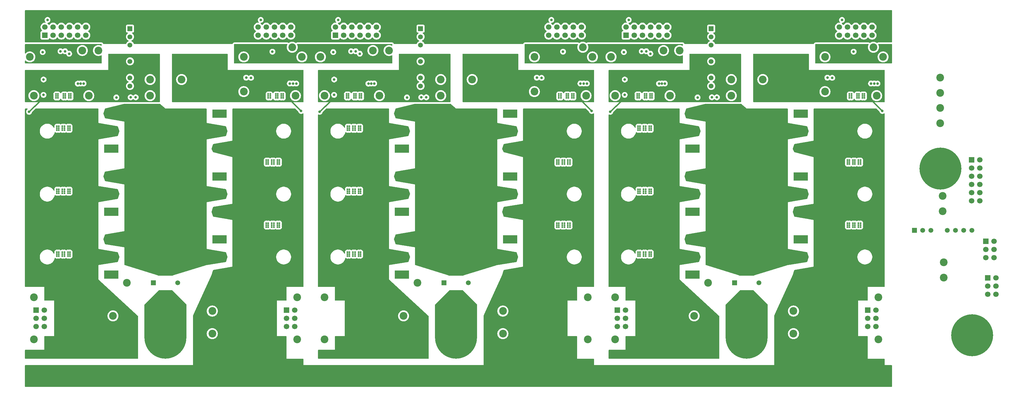
<source format=gbr>
%TF.GenerationSoftware,KiCad,Pcbnew,9.0.1*%
%TF.CreationDate,2025-07-31T04:03:31-05:00*%
%TF.ProjectId,TractionInverter,54726163-7469-46f6-9e49-6e7665727465,rev?*%
%TF.SameCoordinates,Original*%
%TF.FileFunction,Copper,L4,Inr*%
%TF.FilePolarity,Positive*%
%FSLAX46Y46*%
G04 Gerber Fmt 4.6, Leading zero omitted, Abs format (unit mm)*
G04 Created by KiCad (PCBNEW 9.0.1) date 2025-07-31 04:03:31*
%MOMM*%
%LPD*%
G01*
G04 APERTURE LIST*
%TA.AperFunction,ComponentPad*%
%ADD10C,2.400000*%
%TD*%
%TA.AperFunction,ComponentPad*%
%ADD11C,0.900000*%
%TD*%
%TA.AperFunction,ComponentPad*%
%ADD12C,13.000000*%
%TD*%
%TA.AperFunction,ComponentPad*%
%ADD13R,1.700000X1.700000*%
%TD*%
%TA.AperFunction,ComponentPad*%
%ADD14C,1.700000*%
%TD*%
%TA.AperFunction,ComponentPad*%
%ADD15R,1.500000X1.500000*%
%TD*%
%TA.AperFunction,ComponentPad*%
%ADD16C,1.500000*%
%TD*%
%TA.AperFunction,ComponentPad*%
%ADD17R,4.500000X2.500000*%
%TD*%
%TA.AperFunction,ComponentPad*%
%ADD18O,4.500000X2.500000*%
%TD*%
%TA.AperFunction,ViaPad*%
%ADD19C,0.800000*%
%TD*%
%TA.AperFunction,ViaPad*%
%ADD20C,0.600000*%
%TD*%
%TA.AperFunction,Conductor*%
%ADD21C,0.400000*%
%TD*%
G04 APERTURE END LIST*
D10*
%TO.N,/ISOL-*%
%TO.C,TP20*%
X298700000Y-117720000D03*
%TD*%
%TO.N,/ISOL+*%
%TO.C,TP19*%
X298700000Y-112990000D03*
%TD*%
%TO.N,/DC_VSense/VoltCLK*%
%TO.C,TP73*%
X297550000Y-65200000D03*
%TD*%
%TO.N,/DC_VSense/REG5V_L*%
%TO.C,TP71*%
X297550000Y-55740000D03*
%TD*%
%TO.N,Net-(IC13-AINP)*%
%TO.C,TP72*%
X297550000Y-60470000D03*
%TD*%
%TO.N,/DC_VSense/VoltData*%
%TO.C,TP74*%
X297550000Y-69930000D03*
%TD*%
%TO.N,HVGND*%
%TO.C,TP2*%
X298370000Y-97160000D03*
%TD*%
%TO.N,HV+*%
%TO.C,TP1*%
X298370000Y-92430000D03*
%TD*%
D11*
%TO.N,HV+*%
%TO.C,J1*%
X302595354Y-135577146D03*
X304023208Y-132130000D03*
X304023208Y-139024292D03*
X307470354Y-130702146D03*
D12*
X307470354Y-135577146D03*
D11*
X307470354Y-140452146D03*
X310917500Y-132130000D03*
X310917500Y-139024292D03*
X312345354Y-135577146D03*
%TD*%
D13*
%TO.N,+24V*%
%TO.C,J18*%
X307330000Y-81250000D03*
D14*
X309870000Y-81250000D03*
X307330000Y-83790000D03*
%TO.N,LVGND*%
X309870000Y-83790000D03*
X307330000Y-86330000D03*
X309870000Y-86330000D03*
X307330000Y-88870000D03*
X309870000Y-88870000D03*
%TO.N,+3V3*%
X307330000Y-91410000D03*
%TO.N,+24V*%
X309870000Y-91410000D03*
%TO.N,/DC_VSense/VoltCLK*%
X307330000Y-93950000D03*
%TO.N,/DC_VSense/VoltData*%
X309870000Y-93950000D03*
%TD*%
D13*
%TO.N,LVGND*%
%TO.C,J12*%
X312330000Y-117830000D03*
D14*
X314870000Y-117830000D03*
%TO.N,+3V3*%
X312330000Y-120370000D03*
%TO.N,/CurrData_B*%
X314870000Y-120370000D03*
%TO.N,+3V3*%
X312330000Y-122910000D03*
%TO.N,/CurrCLK_B*%
X314870000Y-122910000D03*
%TD*%
D15*
%TO.N,LVGND*%
%TO.C,U2*%
X289585000Y-103120000D03*
D16*
%TO.N,Net-(U2-+Vin)*%
X292125000Y-103120000D03*
%TO.N,unconnected-(U2-NC-Pad3)*%
X294665000Y-103120000D03*
%TO.N,unconnected-(U2-NC-Pad5)*%
X299745000Y-103120000D03*
%TO.N,/ISOL+*%
X302285000Y-103120000D03*
%TO.N,HVGND*%
X304825000Y-103120000D03*
%TO.N,/ISOL-*%
X307365000Y-103120000D03*
%TD*%
D13*
%TO.N,+3V3*%
%TO.C,J13*%
X311720000Y-106500000D03*
D14*
X314260000Y-106500000D03*
%TO.N,/VoltCLK_B*%
X311720000Y-109040000D03*
%TO.N,LVGND*%
X314260000Y-109040000D03*
%TO.N,/VoltData_B*%
X311720000Y-111580000D03*
%TO.N,LVGND*%
X314260000Y-111580000D03*
%TD*%
D11*
%TO.N,HVGND*%
%TO.C,J2*%
X292797854Y-83922854D03*
X294225708Y-80475708D03*
X294225708Y-87370000D03*
X297672854Y-79047854D03*
D12*
X297672854Y-83922854D03*
D11*
X297672854Y-88797854D03*
X301120000Y-80475708D03*
X301120000Y-87370000D03*
X302547854Y-83922854D03*
%TD*%
D10*
%TO.N,/PhaseB/Phase_Driver/OC_H*%
%TO.C,TP30*%
X106893207Y-61360295D03*
%TD*%
%TO.N,LVGND*%
%TO.C,TP34*%
X171893207Y-49360295D03*
%TD*%
%TO.N,/PhaseB/SWNode*%
%TO.C,TP28*%
X142893207Y-56360295D03*
%TD*%
%TO.N,LVGND*%
%TO.C,TP29*%
X105643207Y-49360295D03*
%TD*%
%TO.N,/PhaseB/Phase_Driver/CLMPE_H*%
%TO.C,TP31*%
X123893207Y-61360295D03*
%TD*%
%TO.N,/LV_Connectors_B/IN+_H*%
%TO.C,TP32*%
X126893207Y-47360295D03*
%TD*%
%TO.N,/PhaseB/SWNode*%
%TO.C,TP27*%
X135643207Y-119360295D03*
%TD*%
%TO.N,/LV_Connectors_B/IN-_H*%
%TO.C,TP33*%
X121893207Y-47360295D03*
%TD*%
%TO.N,HVGND*%
%TO.C,TP35*%
X152643207Y-56360295D03*
%TD*%
%TO.N,/LV_Connectors_B/IN+_L*%
%TO.C,TP36*%
X189893207Y-49360295D03*
%TD*%
%TO.N,Net-(IC7-AINP)*%
%TO.C,TP41*%
X162143207Y-128110295D03*
%TD*%
%TO.N,/PhaseB/Phase_Driver/CLMPE_L*%
%TO.C,TP39*%
X187893207Y-61360295D03*
%TD*%
%TO.N,/PhaseB/Phase_VSense/REG5V_L*%
%TO.C,TP40*%
X162143207Y-135110295D03*
%TD*%
%TO.N,/VoltCLK_B*%
%TO.C,TP42*%
X188393207Y-123860295D03*
%TD*%
%TO.N,/LV_Connectors_B/IN-_L*%
%TO.C,TP37*%
X186893207Y-46360295D03*
%TD*%
%TO.N,/CurrCLK_B*%
%TO.C,TP47*%
X106893207Y-136860295D03*
%TD*%
%TO.N,/PhaseB/ISOH-*%
%TO.C,TP45*%
X142893207Y-61360295D03*
%TD*%
%TO.N,/PhaseB/Phase_Driver/OC_L*%
%TO.C,TP38*%
X171893207Y-60110295D03*
%TD*%
%TO.N,/CurrData_B*%
%TO.C,TP48*%
X106893207Y-123860295D03*
%TD*%
%TO.N,/PhaseB/Phase_CSense/REG5V_H*%
%TO.C,TP46*%
X131393207Y-129610295D03*
%TD*%
%TO.N,/VoltData_B*%
%TO.C,TP43*%
X188393207Y-136860295D03*
%TD*%
%TO.N,/PhaseB/ISOH+*%
%TO.C,TP44*%
X142893207Y-51360295D03*
%TD*%
D15*
%TO.N,LVGND*%
%TO.C,U6*%
X136653207Y-40580295D03*
D16*
%TO.N,Net-(U6-+Vin)*%
X136653207Y-43120295D03*
%TO.N,unconnected-(U6-NC-Pad3)*%
X136653207Y-45660295D03*
%TO.N,unconnected-(U6-NC-Pad5)*%
X136653207Y-50740295D03*
%TO.N,/PhaseB/ISOH+*%
X136653207Y-53280295D03*
%TO.N,/PhaseB/SWNode*%
X136653207Y-55820295D03*
%TO.N,/PhaseB/ISOH-*%
X136653207Y-58360295D03*
%TD*%
D15*
%TO.N,HV+*%
%TO.C,C166*%
X143893207Y-119360295D03*
D16*
%TO.N,HVGND*%
X151393207Y-119360295D03*
%TD*%
D17*
%TO.N,/PhaseB/Phase_Out/G2_H*%
%TO.C,Q20*%
X130893207Y-97310295D03*
D18*
%TO.N,HV+*%
X130893207Y-91860295D03*
%TO.N,/PhaseB/SWNode*%
X130893207Y-86410295D03*
%TD*%
D17*
%TO.N,/PhaseB/Phase_Out/G1_L*%
%TO.C,Q22*%
X164393207Y-66910295D03*
D18*
%TO.N,/PhaseB/SWNode*%
X164393207Y-72360295D03*
%TO.N,HVGND*%
X164393207Y-77810295D03*
%TD*%
D17*
%TO.N,/PhaseB/Phase_Out/G1_H*%
%TO.C,Q19*%
X130893207Y-77810295D03*
D18*
%TO.N,HV+*%
X130893207Y-72360295D03*
%TO.N,/PhaseB/SWNode*%
X130893207Y-66910295D03*
%TD*%
D17*
%TO.N,/PhaseB/Phase_Out/G3_H*%
%TO.C,Q21*%
X130893207Y-116810295D03*
D18*
%TO.N,HV+*%
X130893207Y-111360295D03*
%TO.N,/PhaseB/SWNode*%
X130893207Y-105910295D03*
%TD*%
D17*
%TO.N,/PhaseB/Phase_Out/G3_L*%
%TO.C,Q24*%
X164393207Y-105910295D03*
D18*
%TO.N,/PhaseB/SWNode*%
X164393207Y-111360295D03*
%TO.N,HVGND*%
X164393207Y-116810295D03*
%TD*%
D17*
%TO.N,/PhaseB/Phase_Out/G2_L*%
%TO.C,Q23*%
X164393207Y-86410295D03*
D18*
%TO.N,/PhaseB/SWNode*%
X164393207Y-91860295D03*
%TO.N,HVGND*%
X164393207Y-97310295D03*
%TD*%
D11*
%TO.N,/PhaseOut_B*%
%TO.C,J4*%
X142768207Y-136360295D03*
X144196061Y-132913149D03*
X144196061Y-139807441D03*
X147643207Y-131485295D03*
D12*
X147643207Y-136360295D03*
D11*
X147643207Y-141235295D03*
X151090353Y-132913149D03*
X151090353Y-139807441D03*
X152518207Y-136360295D03*
%TD*%
D13*
%TO.N,+3V3*%
%TO.C,J11*%
X110293207Y-42635295D03*
D14*
X110293207Y-40095295D03*
%TO.N,/LV_Connectors_B/RST{slash}EN_H*%
X112833207Y-42635295D03*
%TO.N,/LV_Connectors_B/FLT_H*%
X112833207Y-40095295D03*
%TO.N,/LV_Connectors_B/IN-_H*%
X115373207Y-42635295D03*
%TO.N,/LV_Connectors_B/RDY_H*%
X115373207Y-40095295D03*
%TO.N,/LV_Connectors_B/IN+_H*%
X117913207Y-42635295D03*
%TO.N,LVGND*%
X117913207Y-40095295D03*
X120453207Y-42635295D03*
X120453207Y-40095295D03*
X122993207Y-42635295D03*
X122993207Y-40095295D03*
%TD*%
D13*
%TO.N,+24V*%
%TO.C,J10*%
X173793207Y-42635295D03*
D14*
X173793207Y-40095295D03*
%TO.N,+3V3*%
X176333207Y-42635295D03*
X176333207Y-40095295D03*
%TO.N,/LV_Connectors_B/RST{slash}EN_L*%
X178873207Y-42635295D03*
%TO.N,/LV_Connectors_B/FLT_L*%
X178873207Y-40095295D03*
%TO.N,/LV_Connectors_B/IN-_L*%
X181413207Y-42635295D03*
%TO.N,/LV_Connectors_B/RDY_L*%
X181413207Y-40095295D03*
%TO.N,/LV_Connectors_B/IN+_L*%
X183953207Y-42635295D03*
%TO.N,LVGND*%
X183953207Y-40095295D03*
X186493207Y-42635295D03*
X186493207Y-40095295D03*
%TD*%
D10*
%TO.N,/PhaseC/Phase_Driver/CLMPE_H*%
%TO.C,TP53*%
X213893207Y-61360295D03*
%TD*%
%TO.N,/LV_Connectors_C/IN-_H*%
%TO.C,TP55*%
X211893207Y-47360295D03*
%TD*%
%TO.N,/PhaseC/SWNode*%
%TO.C,TP50*%
X232893207Y-56360295D03*
%TD*%
%TO.N,LVGND*%
%TO.C,TP51*%
X195643207Y-49360295D03*
%TD*%
%TO.N,/PhaseC/Phase_Driver/OC_H*%
%TO.C,TP52*%
X196893207Y-61360295D03*
%TD*%
%TO.N,/PhaseC/SWNode*%
%TO.C,TP49*%
X225643207Y-119360295D03*
%TD*%
%TO.N,/LV_Connectors_C/IN+_H*%
%TO.C,TP54*%
X216893207Y-47360295D03*
%TD*%
%TO.N,LVGND*%
%TO.C,TP56*%
X261893207Y-49360295D03*
%TD*%
%TO.N,/PhaseC/Phase_Driver/OC_L*%
%TO.C,TP60*%
X261893207Y-60110295D03*
%TD*%
%TO.N,/PhaseC/ISOH+*%
%TO.C,TP66*%
X232893207Y-51360295D03*
%TD*%
%TO.N,HVGND*%
%TO.C,TP57*%
X242643207Y-56360295D03*
%TD*%
%TO.N,/PhaseC/Phase_Driver/CLMPE_L*%
%TO.C,TP61*%
X277893207Y-61360295D03*
%TD*%
%TO.N,Net-(IC11-AINP)*%
%TO.C,TP63*%
X252143207Y-128110295D03*
%TD*%
%TO.N,/PhaseC/Phase_VSense/REG5V_L*%
%TO.C,TP62*%
X252143207Y-135110295D03*
%TD*%
%TO.N,/VoltCLK_C*%
%TO.C,TP64*%
X278393207Y-123860295D03*
%TD*%
%TO.N,/LV_Connectors_C/IN+_L*%
%TO.C,TP58*%
X279893207Y-49360295D03*
%TD*%
%TO.N,/LV_Connectors_C/IN-_L*%
%TO.C,TP59*%
X276893207Y-46360295D03*
%TD*%
%TO.N,/VoltData_C*%
%TO.C,TP65*%
X278393207Y-136860295D03*
%TD*%
%TO.N,/PhaseC/ISOH-*%
%TO.C,TP67*%
X232893207Y-61360295D03*
%TD*%
%TO.N,/PhaseC/Phase_CSense/REG5V_H*%
%TO.C,TP68*%
X221393207Y-129610295D03*
%TD*%
%TO.N,/CurrCLK_C*%
%TO.C,TP69*%
X196893207Y-136860295D03*
%TD*%
%TO.N,/CurrData_C*%
%TO.C,TP70*%
X196893207Y-123860295D03*
%TD*%
D16*
%TO.N,/PhaseC/ISOH-*%
%TO.C,U9*%
X226653207Y-58360295D03*
%TO.N,/PhaseC/SWNode*%
X226653207Y-55820295D03*
%TO.N,/PhaseC/ISOH+*%
X226653207Y-53280295D03*
%TO.N,unconnected-(U9-NC-Pad5)*%
X226653207Y-50740295D03*
%TO.N,unconnected-(U9-NC-Pad3)*%
X226653207Y-45660295D03*
%TO.N,Net-(U9-+Vin)*%
X226653207Y-43120295D03*
D15*
%TO.N,LVGND*%
X226653207Y-40580295D03*
%TD*%
D16*
%TO.N,HVGND*%
%TO.C,C179*%
X241393207Y-119360295D03*
D15*
%TO.N,HV+*%
X233893207Y-119360295D03*
%TD*%
D11*
%TO.N,/PhaseOut_C*%
%TO.C,J5*%
X242518207Y-136360295D03*
X241090353Y-139807441D03*
X241090353Y-132913149D03*
X237643207Y-141235295D03*
D12*
X237643207Y-136360295D03*
D11*
X237643207Y-131485295D03*
X234196061Y-139807441D03*
X234196061Y-132913149D03*
X232768207Y-136360295D03*
%TD*%
D14*
%TO.N,LVGND*%
%TO.C,J17*%
X277658207Y-132900295D03*
%TO.N,/VoltData_C*%
X275118207Y-132900295D03*
%TO.N,LVGND*%
X277658207Y-130360295D03*
%TO.N,/VoltCLK_C*%
X275118207Y-130360295D03*
%TO.N,+3V3*%
X277658207Y-127820295D03*
D13*
X275118207Y-127820295D03*
%TD*%
D14*
%TO.N,LVGND*%
%TO.C,J14*%
X276493207Y-40095295D03*
X276493207Y-42635295D03*
X273953207Y-40095295D03*
%TO.N,/LV_Connectors_C/IN+_L*%
X273953207Y-42635295D03*
%TO.N,/LV_Connectors_C/RDY_L*%
X271413207Y-40095295D03*
%TO.N,/LV_Connectors_C/IN-_L*%
X271413207Y-42635295D03*
%TO.N,/LV_Connectors_C/FLT_L*%
X268873207Y-40095295D03*
%TO.N,/LV_Connectors_C/RST{slash}EN_L*%
X268873207Y-42635295D03*
%TO.N,+3V3*%
X266333207Y-40095295D03*
X266333207Y-42635295D03*
%TO.N,+24V*%
X263793207Y-40095295D03*
D13*
X263793207Y-42635295D03*
%TD*%
D14*
%TO.N,LVGND*%
%TO.C,J15*%
X212993207Y-40095295D03*
X212993207Y-42635295D03*
X210453207Y-40095295D03*
X210453207Y-42635295D03*
X207913207Y-40095295D03*
%TO.N,/LV_Connectors_C/IN+_H*%
X207913207Y-42635295D03*
%TO.N,/LV_Connectors_C/RDY_H*%
X205373207Y-40095295D03*
%TO.N,/LV_Connectors_C/IN-_H*%
X205373207Y-42635295D03*
%TO.N,/LV_Connectors_C/FLT_H*%
X202833207Y-40095295D03*
%TO.N,/LV_Connectors_C/RST{slash}EN_H*%
X202833207Y-42635295D03*
%TO.N,+3V3*%
X200293207Y-40095295D03*
D13*
X200293207Y-42635295D03*
%TD*%
D14*
%TO.N,/CurrCLK_C*%
%TO.C,J16*%
X200158207Y-132860295D03*
%TO.N,+3V3*%
X197618207Y-132860295D03*
%TO.N,/CurrData_C*%
X200158207Y-130320295D03*
%TO.N,+3V3*%
X197618207Y-130320295D03*
%TO.N,LVGND*%
X200158207Y-127780295D03*
D13*
X197618207Y-127780295D03*
%TD*%
D18*
%TO.N,HVGND*%
%TO.C,Q36*%
X254393207Y-116810295D03*
%TO.N,/PhaseC/SWNode*%
X254393207Y-111360295D03*
D17*
%TO.N,/PhaseC/Phase_Out/G3_L*%
X254393207Y-105910295D03*
%TD*%
D18*
%TO.N,/PhaseC/SWNode*%
%TO.C,Q32*%
X220893207Y-86410295D03*
%TO.N,HV+*%
X220893207Y-91860295D03*
D17*
%TO.N,/PhaseC/Phase_Out/G2_H*%
X220893207Y-97310295D03*
%TD*%
D18*
%TO.N,/PhaseC/SWNode*%
%TO.C,Q31*%
X220893207Y-66910295D03*
%TO.N,HV+*%
X220893207Y-72360295D03*
D17*
%TO.N,/PhaseC/Phase_Out/G1_H*%
X220893207Y-77810295D03*
%TD*%
D18*
%TO.N,HVGND*%
%TO.C,Q35*%
X254393207Y-97310295D03*
%TO.N,/PhaseC/SWNode*%
X254393207Y-91860295D03*
D17*
%TO.N,/PhaseC/Phase_Out/G2_L*%
X254393207Y-86410295D03*
%TD*%
D18*
%TO.N,/PhaseC/SWNode*%
%TO.C,Q33*%
X220893207Y-105910295D03*
%TO.N,HV+*%
X220893207Y-111360295D03*
D17*
%TO.N,/PhaseC/Phase_Out/G3_H*%
X220893207Y-116810295D03*
%TD*%
D18*
%TO.N,HVGND*%
%TO.C,Q34*%
X254393207Y-77810295D03*
%TO.N,/PhaseC/SWNode*%
X254393207Y-72360295D03*
D17*
%TO.N,/PhaseC/Phase_Out/G1_L*%
X254393207Y-66910295D03*
%TD*%
D16*
%TO.N,HVGND*%
%TO.C,C1*%
X61393207Y-119360295D03*
D15*
%TO.N,HV+*%
X53893207Y-119360295D03*
%TD*%
D18*
%TO.N,/PhaseA/SWNode*%
%TO.C,Q8*%
X40893207Y-86410295D03*
%TO.N,HV+*%
X40893207Y-91860295D03*
D17*
%TO.N,/PhaseA/Phase_Out/G2_H*%
X40893207Y-97310295D03*
%TD*%
D18*
%TO.N,/PhaseA/SWNode*%
%TO.C,Q7*%
X40893207Y-66910295D03*
%TO.N,HV+*%
X40893207Y-72360295D03*
D17*
%TO.N,/PhaseA/Phase_Out/G1_H*%
X40893207Y-77810295D03*
%TD*%
D10*
%TO.N,/PhaseA/Phase_VSense/REG5V_L*%
%TO.C,TP15*%
X72143207Y-135110295D03*
%TD*%
%TO.N,Net-(IC3-AINP)*%
%TO.C,TP16*%
X72143207Y-128110295D03*
%TD*%
%TO.N,/VoltCLK_A*%
%TO.C,TP17*%
X98393207Y-123860295D03*
%TD*%
%TO.N,/VoltData_A*%
%TO.C,TP18*%
X98393207Y-136860295D03*
%TD*%
%TO.N,/PhaseA/Phase_CSense/REG5V_H*%
%TO.C,TP23*%
X41393207Y-129610295D03*
%TD*%
%TO.N,LVGND*%
%TO.C,TP4*%
X15643207Y-49360295D03*
%TD*%
%TO.N,/PhaseA/SWNode*%
%TO.C,TP26*%
X45643207Y-119360295D03*
%TD*%
%TO.N,/CurrCLK_A*%
%TO.C,TP24*%
X16893207Y-136860295D03*
%TD*%
%TO.N,/CurrData_A*%
%TO.C,TP25*%
X16893207Y-123860295D03*
%TD*%
%TO.N,/PhaseA/ISOH+*%
%TO.C,TP21*%
X52893207Y-51360295D03*
%TD*%
%TO.N,/PhaseA/ISOH-*%
%TO.C,TP22*%
X52893207Y-61360295D03*
%TD*%
%TO.N,HVGND*%
%TO.C,TP10*%
X62643207Y-56360295D03*
%TD*%
%TO.N,/LV_Connector_A/IN-_L*%
%TO.C,TP12*%
X96893207Y-46360295D03*
%TD*%
%TO.N,/LV_Connector_A/IN+_L*%
%TO.C,TP11*%
X99893207Y-49360295D03*
%TD*%
%TO.N,/PhaseA/Phase_Driver/CLMPE_H*%
%TO.C,TP6*%
X33893207Y-61360295D03*
%TD*%
%TO.N,/LV_Connector_A/IN+_H*%
%TO.C,TP7*%
X36893207Y-47360295D03*
%TD*%
%TO.N,/LV_Connector_A/IN-_H*%
%TO.C,TP8*%
X31893207Y-47360295D03*
%TD*%
%TO.N,LVGND*%
%TO.C,TP9*%
X81893207Y-49360295D03*
%TD*%
%TO.N,/PhaseA/SWNode*%
%TO.C,TP3*%
X52893207Y-56360295D03*
%TD*%
%TO.N,/PhaseA/Phase_Driver/OC_H*%
%TO.C,TP5*%
X16893207Y-61360295D03*
%TD*%
%TO.N,/PhaseA/Phase_Driver/OC_L*%
%TO.C,TP13*%
X81893207Y-60110295D03*
%TD*%
%TO.N,/PhaseA/Phase_Driver/CLMPE_L*%
%TO.C,TP14*%
X97893207Y-61360295D03*
%TD*%
D11*
%TO.N,/PhaseOut_A*%
%TO.C,J3*%
X62518207Y-136360295D03*
X61090353Y-139807441D03*
X61090353Y-132913149D03*
X57643207Y-141235295D03*
D12*
X57643207Y-136360295D03*
D11*
X57643207Y-131485295D03*
X54196061Y-139807441D03*
X54196061Y-132913149D03*
X52768207Y-136360295D03*
%TD*%
D14*
%TO.N,/CurrCLK_A*%
%TO.C,J8*%
X20143207Y-132860295D03*
%TO.N,+3V3*%
X17603207Y-132860295D03*
%TO.N,/CurrData_A*%
X20143207Y-130320295D03*
%TO.N,+3V3*%
X17603207Y-130320295D03*
%TO.N,LVGND*%
X20143207Y-127780295D03*
D13*
X17603207Y-127780295D03*
%TD*%
D16*
%TO.N,/PhaseA/ISOH-*%
%TO.C,U3*%
X46653207Y-58360295D03*
%TO.N,/PhaseA/SWNode*%
X46653207Y-55820295D03*
%TO.N,/PhaseA/ISOH+*%
X46653207Y-53280295D03*
%TO.N,unconnected-(U3-NC-Pad5)*%
X46653207Y-50740295D03*
%TO.N,unconnected-(U3-NC-Pad3)*%
X46653207Y-45660295D03*
%TO.N,Net-(U3-+Vin)*%
X46653207Y-43120295D03*
D15*
%TO.N,LVGND*%
X46653207Y-40580295D03*
%TD*%
D14*
%TO.N,LVGND*%
%TO.C,J6*%
X96493207Y-40095295D03*
X96493207Y-42635295D03*
X93953207Y-40095295D03*
%TO.N,/LV_Connector_A/IN+_L*%
X93953207Y-42635295D03*
%TO.N,/LV_Connector_A/RDY_L*%
X91413207Y-40095295D03*
%TO.N,/LV_Connector_A/IN-_L*%
X91413207Y-42635295D03*
%TO.N,/LV_Connector_A/FLT_L*%
X88873207Y-40095295D03*
%TO.N,/LV_Connector_A/RST{slash}EN_L*%
X88873207Y-42635295D03*
%TO.N,+3V3*%
X86333207Y-40095295D03*
X86333207Y-42635295D03*
%TO.N,+24V*%
X83793207Y-40095295D03*
D13*
X83793207Y-42635295D03*
%TD*%
D14*
%TO.N,LVGND*%
%TO.C,J9*%
X97643207Y-132860295D03*
%TO.N,/VoltData_A*%
X95103207Y-132860295D03*
%TO.N,LVGND*%
X97643207Y-130320295D03*
%TO.N,/VoltCLK_A*%
X95103207Y-130320295D03*
%TO.N,+3V3*%
X97643207Y-127780295D03*
D13*
X95103207Y-127780295D03*
%TD*%
D14*
%TO.N,LVGND*%
%TO.C,J7*%
X33013207Y-40095295D03*
X33013207Y-42635295D03*
X30473207Y-40095295D03*
X30473207Y-42635295D03*
X27933207Y-40095295D03*
%TO.N,/LV_Connector_A/IN+_H*%
X27933207Y-42635295D03*
%TO.N,/LV_Connector_A/RDY_H*%
X25393207Y-40095295D03*
%TO.N,/LV_Connector_A/IN-_H*%
X25393207Y-42635295D03*
%TO.N,/LV_Connector_A/FLT_H*%
X22853207Y-40095295D03*
%TO.N,/LV_Connector_A/RST{slash}EN_H*%
X22853207Y-42635295D03*
%TO.N,+3V3*%
X20313207Y-40095295D03*
D13*
X20313207Y-42635295D03*
%TD*%
D18*
%TO.N,HVGND*%
%TO.C,Q11*%
X74393207Y-97310295D03*
%TO.N,/PhaseA/SWNode*%
X74393207Y-91860295D03*
D17*
%TO.N,/PhaseA/Phase_Out/G2_L*%
X74393207Y-86410295D03*
%TD*%
D18*
%TO.N,HVGND*%
%TO.C,Q10*%
X74393207Y-77810295D03*
%TO.N,/PhaseA/SWNode*%
X74393207Y-72360295D03*
D17*
%TO.N,/PhaseA/Phase_Out/G1_L*%
X74393207Y-66910295D03*
%TD*%
D18*
%TO.N,/PhaseA/SWNode*%
%TO.C,Q9*%
X40893207Y-105910295D03*
%TO.N,HV+*%
X40893207Y-111360295D03*
D17*
%TO.N,/PhaseA/Phase_Out/G3_H*%
X40893207Y-116810295D03*
%TD*%
D18*
%TO.N,HVGND*%
%TO.C,Q12*%
X74393207Y-116810295D03*
%TO.N,/PhaseA/SWNode*%
X74393207Y-111360295D03*
D17*
%TO.N,/PhaseA/Phase_Out/G3_L*%
X74393207Y-105910295D03*
%TD*%
D19*
%TO.N,HVGND*%
X169893207Y-142110295D03*
X170643207Y-141360295D03*
X168393207Y-142110295D03*
X178893207Y-140610295D03*
X178893207Y-142110295D03*
%TO.N,HV+*%
X136643207Y-142110295D03*
X127393207Y-140610295D03*
%TO.N,HVGND*%
X172143207Y-141360295D03*
X171393207Y-142110295D03*
%TO.N,HV+*%
X122893207Y-140610295D03*
X116393207Y-142110295D03*
%TO.N,HVGND*%
X160893207Y-141360295D03*
%TO.N,HV+*%
X126643207Y-141360295D03*
%TO.N,HVGND*%
X180393207Y-142110295D03*
%TO.N,HV+*%
X135143207Y-140610295D03*
X125893207Y-142110295D03*
%TO.N,HVGND*%
X179643207Y-141360295D03*
%TO.N,HV+*%
X111893207Y-142110295D03*
X115643207Y-141360295D03*
%TO.N,HVGND*%
X160143207Y-140610295D03*
%TO.N,HV+*%
X114893207Y-142110295D03*
%TO.N,HVGND*%
X181893207Y-142110295D03*
X183393207Y-142110295D03*
%TO.N,HV+*%
X138143207Y-142110295D03*
%TO.N,HVGND*%
X158643207Y-142110295D03*
X157143207Y-142110295D03*
X160143207Y-142110295D03*
%TO.N,HV+*%
X124393207Y-140610295D03*
%TO.N,HVGND*%
X169143207Y-141360295D03*
%TO.N,HV+*%
X111893207Y-140610295D03*
%TO.N,HVGND*%
X181143207Y-141360295D03*
%TO.N,HV+*%
X113393207Y-142110295D03*
X114893207Y-140610295D03*
%TO.N,HVGND*%
X157893207Y-141360295D03*
%TO.N,HV+*%
X125893207Y-140610295D03*
%TO.N,HVGND*%
X182643207Y-141360295D03*
X158643207Y-140610295D03*
%TO.N,HV+*%
X137393207Y-141360295D03*
X112643207Y-141360295D03*
%TO.N,HVGND*%
X161643207Y-140610295D03*
X172893207Y-140610295D03*
%TO.N,HV+*%
X124393207Y-142110295D03*
%TO.N,HVGND*%
X171393207Y-140610295D03*
%TO.N,HV+*%
X114143207Y-141360295D03*
X136643207Y-140610295D03*
X113393207Y-140610295D03*
%TO.N,HVGND*%
X157143207Y-140610295D03*
%TO.N,HV+*%
X133643207Y-142110295D03*
%TO.N,HVGND*%
X180393207Y-140610295D03*
X181893207Y-140610295D03*
%TO.N,HV+*%
X138143207Y-140610295D03*
%TO.N,HVGND*%
X172893207Y-142110295D03*
X161643207Y-142110295D03*
%TO.N,HV+*%
X135143207Y-142110295D03*
%TO.N,HVGND*%
X168393207Y-140610295D03*
X159393207Y-141360295D03*
%TO.N,HV+*%
X125143207Y-141360295D03*
X122893207Y-142110295D03*
%TO.N,HVGND*%
X183393207Y-140610295D03*
%TO.N,HV+*%
X116393207Y-140610295D03*
X127393207Y-142110295D03*
X135893207Y-141360295D03*
X134393207Y-141360295D03*
X123643207Y-141360295D03*
%TO.N,HVGND*%
X169893207Y-140610295D03*
%TO.N,HV+*%
X133643207Y-140610295D03*
%TO.N,HVGND*%
X167568207Y-128860295D03*
D20*
%TO.N,/PhaseB/Phase_Driver/OUT+_L*%
X179493207Y-102060295D03*
X180093207Y-61460295D03*
%TO.N,/PhaseB/Phase_Driver/CLMPE_L*%
X183493207Y-61460295D03*
X183493207Y-60860295D03*
X182293207Y-82560295D03*
X182893207Y-81360295D03*
X182293207Y-81360295D03*
X184093207Y-61460295D03*
%TO.N,/PhaseB/Phase_Driver/OUT+_L*%
X179493207Y-81360295D03*
%TO.N,/PhaseB/Phase_Driver/CLMPE_L*%
X182893207Y-102060295D03*
X184093207Y-62060295D03*
X182293207Y-81960295D03*
X182293207Y-102060295D03*
X182293207Y-100860295D03*
X184093207Y-60860295D03*
X182893207Y-100860295D03*
X182893207Y-81960295D03*
X182893207Y-82560295D03*
%TO.N,/PhaseB/Phase_Driver/OUT+_L*%
X178893207Y-81960295D03*
X178893207Y-101460295D03*
%TO.N,/PhaseB/Phase_Driver/CLMPE_L*%
X182893207Y-101460295D03*
%TO.N,/PhaseB/Phase_Driver/OUT+_L*%
X179493207Y-62060295D03*
X178893207Y-100860295D03*
%TO.N,/PhaseB/Phase_Driver/CLMPE_L*%
X183493207Y-62060295D03*
%TO.N,/PhaseB/Phase_Driver/OUT+_L*%
X179493207Y-61460295D03*
%TO.N,/PhaseB/Phase_Driver/CLMPE_L*%
X182293207Y-101460295D03*
%TO.N,/PhaseB/Phase_Driver/OUT+_L*%
X179493207Y-81960295D03*
X179493207Y-100860295D03*
X178893207Y-81360295D03*
%TO.N,/PhaseB/Phase_Driver/OUT-_L*%
X180593207Y-102060295D03*
%TO.N,/PhaseB/Phase_Driver/OUT+_L*%
X179493207Y-60860295D03*
X180093207Y-62060295D03*
%TO.N,/PhaseB/Phase_Driver/OUT-_L*%
X181193207Y-82560295D03*
%TO.N,/PhaseB/Phase_Driver/CLMPE_H*%
X118343207Y-60860295D03*
X118043207Y-91560295D03*
%TO.N,/PhaseB/Phase_Driver/OUT-_L*%
X180593207Y-101460295D03*
X180593207Y-81960295D03*
X181193207Y-81360295D03*
X181793207Y-60860295D03*
X181793207Y-61460295D03*
X181793207Y-62060295D03*
X180593207Y-82560295D03*
X181193207Y-81960295D03*
X181193207Y-100860295D03*
X181193207Y-101460295D03*
X180593207Y-81360295D03*
X182393207Y-60860295D03*
%TO.N,/PhaseB/Phase_Driver/OUT+_L*%
X179493207Y-101460295D03*
X178893207Y-82560295D03*
%TO.N,/PhaseB/Phase_Driver/OUT-_L*%
X180593207Y-100860295D03*
%TO.N,/PhaseB/Phase_Driver/OUT+_L*%
X179493207Y-82560295D03*
%TO.N,/PhaseB/Phase_Driver/CLMPE_H*%
X117443207Y-91560295D03*
%TO.N,/PhaseB/Phase_Driver/OUT+_L*%
X178893207Y-102060295D03*
%TO.N,/PhaseB/Phase_Driver/OUT-_L*%
X182393207Y-61460295D03*
X181193207Y-102060295D03*
%TO.N,/PhaseB/Phase_Driver/OUT+_L*%
X180093207Y-60860295D03*
D19*
%TO.N,/LV_Connectors_B/IN+_H*%
X117818207Y-48360295D03*
D20*
%TO.N,/PhaseB/Phase_Driver/CLMPE_H*%
X117743207Y-62060295D03*
X118043207Y-109860295D03*
%TO.N,/PhaseB/Phase_Driver/OUT-_L*%
X182393207Y-62060295D03*
%TO.N,/PhaseB/Phase_Driver/CLMPE_H*%
X117443207Y-90960295D03*
X117743207Y-60860295D03*
X118343207Y-62060295D03*
X118043207Y-90360295D03*
%TO.N,/PhaseB/Phase_Driver/OUT+_H*%
X114643207Y-70860295D03*
%TO.N,/PhaseB/Phase_Driver/CLMPE_H*%
X118043207Y-90960295D03*
X117743207Y-61460295D03*
X118043207Y-70860295D03*
X117443207Y-109860295D03*
%TO.N,/PhaseB/Phase_Driver/OUT+_H*%
X114343207Y-60860295D03*
X114643207Y-111060295D03*
X114643207Y-110460295D03*
%TO.N,/PhaseB/Phase_Driver/CLMPE_H*%
X118043207Y-71460295D03*
%TO.N,/PhaseB/Phase_Driver/OUT+_H*%
X114643207Y-91560295D03*
%TO.N,/PhaseB/Phase_Driver/CLMPE_H*%
X118343207Y-61460295D03*
%TO.N,/PhaseB/Phase_Driver/OUT+_H*%
X114043207Y-111060295D03*
X114643207Y-90360295D03*
X114343207Y-62060295D03*
%TO.N,/PhaseB/Phase_Driver/CLMPE_H*%
X117443207Y-72060295D03*
%TO.N,/PhaseB/Phase_Driver/OUT+_H*%
X114643207Y-90960295D03*
%TO.N,/PhaseB/Phase_Driver/CLMPE_H*%
X118043207Y-110460295D03*
X117443207Y-71460295D03*
X117443207Y-90360295D03*
X118043207Y-72060295D03*
X117443207Y-111060295D03*
X118043207Y-111060295D03*
D19*
%TO.N,/LV_Connectors_B/IN-_H*%
X116548207Y-47610295D03*
D20*
%TO.N,/PhaseB/Phase_Driver/OUT+_H*%
X114043207Y-90960295D03*
%TO.N,/PhaseB/Phase_Driver/CLMPE_H*%
X117443207Y-110460295D03*
X117443207Y-70860295D03*
%TO.N,/PhaseB/Phase_Driver/OUT+_H*%
X114043207Y-110460295D03*
X114043207Y-71460295D03*
X114043207Y-91560295D03*
X113743207Y-62060295D03*
X114643207Y-72060295D03*
X113743207Y-60860295D03*
X114643207Y-71460295D03*
X114043207Y-72060295D03*
X113743207Y-61460295D03*
X114343207Y-61460295D03*
X114043207Y-70860295D03*
X114043207Y-90360295D03*
X114643207Y-109860295D03*
X114043207Y-109860295D03*
%TO.N,/PhaseB/Phase_Driver/OUT-_H*%
X116643207Y-62060295D03*
X115743207Y-70860295D03*
X115743207Y-90360295D03*
X115743207Y-71460295D03*
X115743207Y-90960295D03*
X116643207Y-60860295D03*
X115743207Y-72060295D03*
X116343207Y-71460295D03*
X116343207Y-111060295D03*
X115743207Y-111060295D03*
X116343207Y-70860295D03*
X116343207Y-90960295D03*
D19*
%TO.N,/PhaseB/ISOH-*%
X121393207Y-57585295D03*
%TO.N,/PhaseB/SWNode*%
X109893207Y-56360295D03*
%TO.N,Net-(D25-A)*%
X132430707Y-61912795D03*
%TO.N,+24V*%
X145643207Y-39887795D03*
%TO.N,/PhaseB/ISOH+*%
X115393207Y-57635295D03*
%TO.N,+3V3*%
X111168207Y-47860295D03*
D20*
%TO.N,/PhaseB/Phase_Driver/OUT-_H*%
X116343207Y-110460295D03*
X116643207Y-61460295D03*
X116343207Y-91560295D03*
X116343207Y-109860295D03*
X115743207Y-109860295D03*
X116043207Y-61460295D03*
X116043207Y-62060295D03*
D19*
%TO.N,Net-(D24-A)*%
X138430707Y-61860295D03*
%TO.N,+24V*%
X146393207Y-39887795D03*
%TO.N,/LV_Connectors_B/RDY_L*%
X180768207Y-47735295D03*
%TO.N,/PhaseB/ISOH-*%
X120493207Y-57635295D03*
D20*
%TO.N,/PhaseB/Phase_Driver/OUT-_H*%
X115743207Y-91560295D03*
D19*
%TO.N,+24V*%
X144893207Y-39887795D03*
X145343207Y-44360295D03*
D20*
%TO.N,/PhaseB/Phase_Driver/OUT-_H*%
X116343207Y-90360295D03*
D19*
%TO.N,/PhaseB/ISOH-*%
X122293207Y-57585295D03*
D20*
%TO.N,/PhaseB/Phase_Driver/OUT-_H*%
X115743207Y-110460295D03*
X116043207Y-60860295D03*
X116343207Y-72060295D03*
D19*
%TO.N,+24V*%
X145343207Y-43360295D03*
X145343207Y-42360295D03*
%TO.N,/LV_Connectors_B/RDY_H*%
X115143207Y-47610295D03*
%TO.N,/PhaseB/SWNode*%
X109868207Y-61110295D03*
X136855707Y-61860295D03*
%TO.N,/PhaseB/ISOH+*%
X138393207Y-60337795D03*
%TO.N,+3V3*%
X177168207Y-47860295D03*
%TO.N,HVGND*%
X169180707Y-124110295D03*
D20*
%TO.N,/PhaseOut_B*%
X149143207Y-124860295D03*
X146143207Y-124860295D03*
X144143207Y-124860295D03*
X151143207Y-124860295D03*
D19*
%TO.N,/PhaseB/ISOH+*%
X105393207Y-66360295D03*
D20*
%TO.N,/PhaseOut_B*%
X145143207Y-124860295D03*
D19*
%TO.N,LVGND*%
X177158207Y-37885295D03*
%TO.N,HV+*%
X108893207Y-68860295D03*
D20*
%TO.N,/PhaseOut_B*%
X150143207Y-124860295D03*
D19*
%TO.N,/ISOL-*%
X186143207Y-57597795D03*
D20*
%TO.N,/PhaseOut_B*%
X149643207Y-124360295D03*
D19*
%TO.N,HVGND*%
X167568207Y-130860295D03*
X174143207Y-55835295D03*
D20*
%TO.N,/PhaseOut_B*%
X148143207Y-124860295D03*
D19*
%TO.N,LVGND*%
X109618207Y-47860295D03*
%TO.N,/ISOL+*%
X181143207Y-57635295D03*
%TO.N,/ISOL-*%
X187130707Y-57597795D03*
%TO.N,/ISOL+*%
X166318207Y-54860295D03*
%TO.N,HVGND*%
X170893207Y-124085295D03*
X176893207Y-124085295D03*
%TO.N,/ISOL+*%
X189643207Y-66110295D03*
%TO.N,LVGND*%
X111118207Y-37885295D03*
%TO.N,HVGND*%
X172643207Y-55785295D03*
X167393207Y-136635295D03*
%TO.N,/ISOL-*%
X188143207Y-57610295D03*
%TO.N,HVGND*%
X168893207Y-136635295D03*
D20*
%TO.N,/PhaseOut_B*%
X150643207Y-125360295D03*
X147143207Y-124860295D03*
X143643207Y-124360295D03*
X151643207Y-124360295D03*
X146643207Y-124360295D03*
X146643207Y-125360295D03*
X148143207Y-123860295D03*
X148643207Y-123360295D03*
X146643207Y-123360295D03*
X144643207Y-123360295D03*
X146143207Y-123860295D03*
X145643207Y-123360295D03*
X149643207Y-125360295D03*
X150643207Y-124360295D03*
X148643207Y-124360295D03*
X148643207Y-125360295D03*
X150143207Y-123860295D03*
X145643207Y-124360295D03*
X144143207Y-123860295D03*
X145143207Y-123860295D03*
X145643207Y-125360295D03*
X144643207Y-125360295D03*
X151143207Y-123860295D03*
X144643207Y-124360295D03*
X150143207Y-122860295D03*
X147643207Y-125360295D03*
X147143207Y-123860295D03*
X147643207Y-124360295D03*
X145143207Y-122860295D03*
X149643207Y-123360295D03*
X150643207Y-123360295D03*
X149143207Y-123860295D03*
X147643207Y-123360295D03*
%TO.N,/PhaseB/SWNode*%
X146643207Y-114360295D03*
X148643207Y-114360295D03*
X151143207Y-115860295D03*
X151643207Y-115360295D03*
X150643207Y-114360295D03*
X143143207Y-115860295D03*
X148143207Y-114860295D03*
X147643207Y-115360295D03*
X148643207Y-115360295D03*
X145643207Y-115360295D03*
X146643207Y-115360295D03*
X149643207Y-115360295D03*
X149643207Y-116360295D03*
X150143207Y-114860295D03*
X144643207Y-116360295D03*
X144643207Y-115360295D03*
X147143207Y-114860295D03*
X150143207Y-115860295D03*
X145643207Y-116360295D03*
X145143207Y-115860295D03*
X149143207Y-114860295D03*
X146143207Y-114860295D03*
D19*
X154893207Y-114860295D03*
D20*
X150643207Y-115360295D03*
X145143207Y-114860295D03*
X150643207Y-116360295D03*
X145643207Y-114360295D03*
X147643207Y-114360295D03*
X149643207Y-114360295D03*
X152143207Y-115860295D03*
X151143207Y-114860295D03*
X144143207Y-115860295D03*
X143643207Y-115360295D03*
X144143207Y-114860295D03*
X144643207Y-114360295D03*
X145143207Y-113860295D03*
X149143207Y-113860295D03*
X148143207Y-113860295D03*
X147143207Y-113860295D03*
X150143207Y-113860295D03*
X146143207Y-113860295D03*
%TO.N,/PhaseC/Phase_Driver/CLMPE_L*%
X272893207Y-81360295D03*
X272893207Y-101460295D03*
X272893207Y-81960295D03*
X272293207Y-82560295D03*
X272293207Y-102060295D03*
X273493207Y-62060295D03*
D19*
%TO.N,HVGND*%
X257568207Y-128860295D03*
D20*
%TO.N,/PhaseC/Phase_Driver/CLMPE_L*%
X273493207Y-61460295D03*
X272293207Y-101460295D03*
X272893207Y-102060295D03*
X273493207Y-60860295D03*
X274093207Y-60860295D03*
X272293207Y-81360295D03*
X272293207Y-81960295D03*
%TO.N,/PhaseC/Phase_Driver/OUT+_L*%
X269493207Y-81360295D03*
%TO.N,/PhaseC/Phase_Driver/CLMPE_L*%
X272293207Y-100860295D03*
X274093207Y-61460295D03*
X274093207Y-62060295D03*
%TO.N,/PhaseC/Phase_Driver/OUT+_L*%
X269493207Y-61460295D03*
X270093207Y-61460295D03*
X268893207Y-81960295D03*
%TO.N,/PhaseC/Phase_Driver/OUT-_L*%
X270593207Y-82560295D03*
X271193207Y-81960295D03*
X270593207Y-101460295D03*
%TO.N,/PhaseC/Phase_Driver/OUT+_L*%
X268893207Y-102060295D03*
%TO.N,/PhaseC/Phase_Driver/OUT-_L*%
X270593207Y-81360295D03*
%TO.N,/PhaseC/Phase_Driver/CLMPE_L*%
X272893207Y-82560295D03*
%TO.N,/PhaseC/Phase_Driver/OUT+_L*%
X269493207Y-62060295D03*
X270093207Y-60860295D03*
X268893207Y-101460295D03*
X269493207Y-82560295D03*
%TO.N,/PhaseC/Phase_Driver/OUT-_L*%
X270593207Y-81960295D03*
%TO.N,/PhaseC/Phase_Driver/OUT+_L*%
X269493207Y-81960295D03*
%TO.N,/PhaseC/Phase_Driver/OUT-_L*%
X270593207Y-102060295D03*
%TO.N,/PhaseC/Phase_Driver/OUT+_L*%
X269493207Y-101460295D03*
%TO.N,/PhaseC/Phase_Driver/OUT-_L*%
X271193207Y-82560295D03*
%TO.N,/PhaseC/Phase_Driver/CLMPE_L*%
X272893207Y-100860295D03*
%TO.N,/PhaseC/Phase_Driver/OUT+_L*%
X270093207Y-62060295D03*
%TO.N,/PhaseC/Phase_Driver/OUT-_L*%
X271193207Y-81360295D03*
%TO.N,/PhaseC/Phase_Driver/OUT+_L*%
X268893207Y-100860295D03*
%TO.N,/PhaseC/Phase_Driver/OUT-_L*%
X271193207Y-100860295D03*
X271793207Y-62060295D03*
X271193207Y-101460295D03*
%TO.N,/PhaseC/Phase_Driver/OUT+_L*%
X269493207Y-102060295D03*
X269493207Y-60860295D03*
X269493207Y-100860295D03*
X268893207Y-82560295D03*
X268893207Y-81360295D03*
%TO.N,/PhaseC/Phase_Driver/OUT-_L*%
X270593207Y-100860295D03*
X271793207Y-60860295D03*
X271793207Y-61460295D03*
X272393207Y-62060295D03*
%TO.N,/PhaseC/Phase_Driver/CLMPE_H*%
X207443207Y-90960295D03*
X208043207Y-110460295D03*
X207443207Y-90360295D03*
%TO.N,/PhaseC/Phase_Driver/OUT-_L*%
X272393207Y-61460295D03*
%TO.N,/PhaseC/Phase_Driver/CLMPE_H*%
X207443207Y-91560295D03*
X208043207Y-109860295D03*
X208343207Y-60860295D03*
X207743207Y-60860295D03*
X207443207Y-71460295D03*
X208043207Y-90360295D03*
X208343207Y-62060295D03*
X208043207Y-71460295D03*
%TO.N,/PhaseC/Phase_Driver/OUT-_L*%
X271193207Y-102060295D03*
D19*
%TO.N,/LV_Connectors_C/IN+_H*%
X207818207Y-48360295D03*
D20*
%TO.N,/PhaseC/Phase_Driver/CLMPE_H*%
X207443207Y-70860295D03*
X207443207Y-111060295D03*
X207743207Y-62060295D03*
X207443207Y-72060295D03*
%TO.N,/PhaseC/Phase_Driver/OUT-_L*%
X272393207Y-60860295D03*
%TO.N,/PhaseC/Phase_Driver/CLMPE_H*%
X208043207Y-91560295D03*
X207443207Y-110460295D03*
X208043207Y-72060295D03*
X208043207Y-90960295D03*
X208043207Y-111060295D03*
X208043207Y-70860295D03*
%TO.N,/PhaseC/Phase_Driver/OUT+_H*%
X204043207Y-90360295D03*
X204043207Y-109860295D03*
X204643207Y-111060295D03*
X204643207Y-90960295D03*
%TO.N,/PhaseC/Phase_Driver/CLMPE_H*%
X207743207Y-61460295D03*
%TO.N,/PhaseC/Phase_Driver/OUT+_H*%
X204043207Y-111060295D03*
X204343207Y-61460295D03*
X204043207Y-91560295D03*
X204643207Y-110460295D03*
X204643207Y-70860295D03*
X204643207Y-109860295D03*
X204643207Y-90360295D03*
X204043207Y-70860295D03*
X204343207Y-62060295D03*
%TO.N,/PhaseC/Phase_Driver/CLMPE_H*%
X207443207Y-109860295D03*
%TO.N,/PhaseC/Phase_Driver/OUT+_H*%
X204043207Y-71460295D03*
X204343207Y-60860295D03*
X204643207Y-91560295D03*
X204043207Y-110460295D03*
X204643207Y-72060295D03*
%TO.N,/PhaseC/Phase_Driver/CLMPE_H*%
X208343207Y-61460295D03*
%TO.N,/PhaseC/Phase_Driver/OUT+_H*%
X203743207Y-62060295D03*
X204043207Y-90960295D03*
X203743207Y-60860295D03*
X204643207Y-71460295D03*
X204043207Y-72060295D03*
D19*
%TO.N,/LV_Connectors_C/IN-_H*%
X206548207Y-47610295D03*
D20*
%TO.N,/PhaseC/Phase_Driver/OUT+_H*%
X203743207Y-61460295D03*
D19*
%TO.N,HVGND*%
X259893207Y-142110295D03*
X260643207Y-141360295D03*
X258393207Y-142110295D03*
X268893207Y-140610295D03*
X261393207Y-142110295D03*
X248643207Y-142110295D03*
X271143207Y-141360295D03*
X250893207Y-141360295D03*
X269643207Y-141360295D03*
X259143207Y-141360295D03*
X273393207Y-142110295D03*
X271893207Y-142110295D03*
X270393207Y-142110295D03*
%TO.N,HV+*%
X206393207Y-142110295D03*
X201893207Y-140610295D03*
%TO.N,HVGND*%
X268893207Y-142110295D03*
%TO.N,HV+*%
X203393207Y-142110295D03*
%TO.N,HVGND*%
X250143207Y-142110295D03*
%TO.N,HV+*%
X201893207Y-142110295D03*
X205643207Y-141360295D03*
X225143207Y-140610295D03*
X228143207Y-142110295D03*
X226643207Y-142110295D03*
%TO.N,HVGND*%
X247143207Y-142110295D03*
X250143207Y-140610295D03*
%TO.N,HV+*%
X214393207Y-140610295D03*
X215893207Y-142110295D03*
X204893207Y-140610295D03*
X204893207Y-142110295D03*
X217393207Y-140610295D03*
X212893207Y-140610295D03*
%TO.N,HVGND*%
X247893207Y-141360295D03*
%TO.N,HV+*%
X216643207Y-141360295D03*
%TO.N,HVGND*%
X262143207Y-141360295D03*
X251643207Y-142110295D03*
X249393207Y-141360295D03*
X251643207Y-140610295D03*
X262893207Y-142110295D03*
%TO.N,HV+*%
X203393207Y-140610295D03*
X206393207Y-140610295D03*
X204143207Y-141360295D03*
X215893207Y-140610295D03*
X217393207Y-142110295D03*
X215143207Y-141360295D03*
X214393207Y-142110295D03*
%TO.N,HVGND*%
X272643207Y-141360295D03*
%TO.N,HV+*%
X226643207Y-140610295D03*
X225143207Y-142110295D03*
X225893207Y-141360295D03*
%TO.N,HVGND*%
X248643207Y-140610295D03*
X258393207Y-140610295D03*
X247143207Y-140610295D03*
X270393207Y-140610295D03*
%TO.N,HV+*%
X224393207Y-141360295D03*
X223643207Y-142110295D03*
%TO.N,HVGND*%
X271893207Y-140610295D03*
%TO.N,HV+*%
X227393207Y-141360295D03*
X213643207Y-141360295D03*
X228143207Y-140610295D03*
X212893207Y-142110295D03*
X202643207Y-141360295D03*
%TO.N,HVGND*%
X273393207Y-140610295D03*
X259893207Y-140610295D03*
X262893207Y-140610295D03*
X261393207Y-140610295D03*
%TO.N,HV+*%
X223643207Y-140610295D03*
D20*
%TO.N,/PhaseC/Phase_Driver/OUT-_H*%
X206343207Y-71460295D03*
X206343207Y-109860295D03*
D19*
%TO.N,+24V*%
X236393207Y-39887795D03*
D20*
%TO.N,/PhaseC/Phase_Driver/OUT-_H*%
X205743207Y-71460295D03*
X206343207Y-90360295D03*
X206643207Y-62060295D03*
X206343207Y-91560295D03*
X205743207Y-110460295D03*
X205743207Y-91560295D03*
X206643207Y-60860295D03*
X205743207Y-90960295D03*
X205743207Y-90360295D03*
X205743207Y-111060295D03*
X206043207Y-60860295D03*
X206043207Y-61460295D03*
X206343207Y-110460295D03*
X205743207Y-109860295D03*
X206343207Y-90960295D03*
D19*
%TO.N,Net-(D37-A)*%
X222430707Y-61912795D03*
D20*
%TO.N,/PhaseC/Phase_Driver/OUT-_H*%
X206043207Y-62060295D03*
D19*
%TO.N,Net-(D36-A)*%
X228430707Y-61860295D03*
D20*
%TO.N,/PhaseC/Phase_Driver/OUT-_H*%
X205743207Y-70860295D03*
X206343207Y-70860295D03*
X206343207Y-72060295D03*
D19*
%TO.N,+24V*%
X234893207Y-39887795D03*
D20*
%TO.N,/PhaseC/Phase_Driver/OUT-_H*%
X206343207Y-111060295D03*
X205743207Y-72060295D03*
X206643207Y-61460295D03*
D19*
%TO.N,+24V*%
X235643207Y-39887795D03*
%TO.N,/ISOL-*%
X278143207Y-57610295D03*
%TO.N,/PhaseC/SWNode*%
X226855707Y-61860295D03*
%TO.N,HV+*%
X198893207Y-68860295D03*
%TO.N,/PhaseC/ISOH+*%
X205393207Y-57635295D03*
%TO.N,/PhaseC/SWNode*%
X199868207Y-61110295D03*
%TO.N,LVGND*%
X267158207Y-37885295D03*
%TO.N,/ISOL-*%
X277130707Y-57597795D03*
X276143207Y-57597795D03*
%TO.N,HVGND*%
X264143207Y-55835295D03*
%TO.N,/PhaseC/ISOH-*%
X210493207Y-57635295D03*
D20*
%TO.N,/PhaseOut_C*%
X240643207Y-125360295D03*
D19*
%TO.N,HVGND*%
X258893207Y-136635295D03*
X257568207Y-130860295D03*
%TO.N,+24V*%
X235343207Y-44360295D03*
%TO.N,/LV_Connectors_C/RDY_L*%
X270768207Y-47735295D03*
%TO.N,/PhaseC/ISOH-*%
X211393207Y-57585295D03*
%TO.N,+3V3*%
X267168207Y-47860295D03*
%TO.N,/PhaseC/SWNode*%
X199893207Y-56360295D03*
%TO.N,/ISOL+*%
X271143207Y-57635295D03*
%TO.N,+3V3*%
X201168207Y-47860295D03*
%TO.N,HVGND*%
X262643207Y-55785295D03*
%TO.N,/PhaseC/ISOH-*%
X212293207Y-57585295D03*
%TO.N,+24V*%
X235343207Y-42360295D03*
%TO.N,/PhaseC/ISOH+*%
X228393207Y-60337795D03*
%TO.N,/LV_Connectors_C/RDY_H*%
X205143207Y-47610295D03*
%TO.N,LVGND*%
X201118207Y-37885295D03*
%TO.N,+24V*%
X235343207Y-43360295D03*
%TO.N,HVGND*%
X260893207Y-124085295D03*
X259180707Y-124110295D03*
X266893207Y-124085295D03*
%TO.N,/PhaseC/ISOH+*%
X195393207Y-66360295D03*
%TO.N,/ISOL+*%
X256318207Y-54860295D03*
%TO.N,LVGND*%
X199618207Y-47860295D03*
%TO.N,HVGND*%
X257393207Y-136635295D03*
%TO.N,/ISOL+*%
X279643207Y-66110295D03*
D20*
%TO.N,/PhaseOut_C*%
X238143207Y-124860295D03*
X237643207Y-125360295D03*
X236143207Y-123860295D03*
X237143207Y-124860295D03*
X235643207Y-124360295D03*
X239143207Y-124860295D03*
X236143207Y-124860295D03*
X234143207Y-124860295D03*
X236643207Y-123360295D03*
X241643207Y-124360295D03*
X241143207Y-124860295D03*
X241143207Y-123860295D03*
X235143207Y-122860295D03*
X233643207Y-124360295D03*
X235143207Y-124860295D03*
X240143207Y-124860295D03*
X234643207Y-124360295D03*
X238643207Y-124360295D03*
X237643207Y-124360295D03*
X234143207Y-123860295D03*
X234643207Y-123360295D03*
X235643207Y-123360295D03*
X235143207Y-123860295D03*
X240643207Y-124360295D03*
X239643207Y-125360295D03*
X236643207Y-124360295D03*
X238643207Y-125360295D03*
X239643207Y-124360295D03*
%TO.N,/PhaseC/SWNode*%
X240643207Y-116360295D03*
X240143207Y-114860295D03*
%TO.N,/PhaseOut_C*%
X240643207Y-123360295D03*
X238643207Y-123360295D03*
X239143207Y-123860295D03*
X239643207Y-123360295D03*
X236643207Y-125360295D03*
X237643207Y-123360295D03*
D19*
%TO.N,/PhaseC/SWNode*%
X244893207Y-114860295D03*
D20*
X237643207Y-115360295D03*
X239143207Y-114860295D03*
%TO.N,/PhaseOut_C*%
X237143207Y-123860295D03*
%TO.N,/PhaseC/SWNode*%
X237143207Y-114860295D03*
X236643207Y-115360295D03*
%TO.N,/PhaseOut_C*%
X240143207Y-122860295D03*
X240143207Y-123860295D03*
%TO.N,/PhaseC/SWNode*%
X235643207Y-115360295D03*
%TO.N,/PhaseOut_C*%
X235643207Y-125360295D03*
X238143207Y-123860295D03*
%TO.N,/PhaseC/SWNode*%
X238643207Y-115360295D03*
X236143207Y-114860295D03*
X239643207Y-115360295D03*
X240143207Y-115860295D03*
X239643207Y-116360295D03*
X235643207Y-116360295D03*
X238143207Y-114860295D03*
%TO.N,/PhaseOut_C*%
X234643207Y-125360295D03*
%TO.N,/PhaseC/SWNode*%
X240643207Y-115360295D03*
X235143207Y-115860295D03*
X234643207Y-116360295D03*
X234643207Y-115360295D03*
X235143207Y-114860295D03*
X235643207Y-114360295D03*
X236643207Y-114360295D03*
X237643207Y-114360295D03*
X238643207Y-114360295D03*
X239643207Y-114360295D03*
X235143207Y-113860295D03*
X240143207Y-113860295D03*
X241143207Y-115860295D03*
X236143207Y-113860295D03*
X238143207Y-113860295D03*
X234143207Y-115860295D03*
X233143207Y-115860295D03*
X242143207Y-115860295D03*
X241143207Y-114860295D03*
X240643207Y-114360295D03*
X234143207Y-114860295D03*
X241643207Y-115360295D03*
X233643207Y-115360295D03*
X234643207Y-114360295D03*
X237143207Y-113860295D03*
X239143207Y-113860295D03*
D19*
%TO.N,/PhaseA/ISOH+*%
X25393207Y-57635295D03*
%TO.N,/PhaseA/SWNode*%
X46855707Y-61860295D03*
X19868207Y-61110295D03*
%TO.N,HV+*%
X18893207Y-68860295D03*
%TO.N,LVGND*%
X87158207Y-37885295D03*
X21118207Y-37885295D03*
%TO.N,+3V3*%
X21168207Y-47860295D03*
X87168207Y-47860295D03*
%TO.N,/PhaseA/ISOH+*%
X48393207Y-60337795D03*
D20*
%TO.N,/PhaseA/Phase_Driver/OUT-_H*%
X26343207Y-90960295D03*
D19*
%TO.N,/PhaseA/ISOH-*%
X30493207Y-57635295D03*
D20*
%TO.N,/PhaseA/Phase_Driver/OUT-_H*%
X26343207Y-72060295D03*
X26343207Y-110460295D03*
D19*
%TO.N,/PhaseA/SWNode*%
X19893207Y-56360295D03*
D20*
%TO.N,/PhaseA/Phase_Driver/OUT-_H*%
X25743207Y-109860295D03*
D19*
%TO.N,Net-(D6-A)*%
X48430707Y-61860295D03*
D20*
%TO.N,/PhaseA/Phase_Driver/OUT-_H*%
X25743207Y-91560295D03*
D19*
%TO.N,/LV_Connector_A/RDY_H*%
X25143207Y-47610295D03*
D20*
%TO.N,/PhaseA/Phase_Driver/OUT-_H*%
X26343207Y-109860295D03*
D19*
%TO.N,+24V*%
X55343207Y-43360295D03*
%TO.N,/LV_Connector_A/RDY_L*%
X90768207Y-47735295D03*
D20*
%TO.N,/PhaseA/Phase_Driver/OUT-_H*%
X26343207Y-90360295D03*
X26343207Y-91560295D03*
D19*
%TO.N,/PhaseA/ISOH-*%
X31393207Y-57585295D03*
X32293207Y-57585295D03*
%TO.N,+24V*%
X56393207Y-39887795D03*
X55643207Y-39887795D03*
D20*
%TO.N,/PhaseA/Phase_Driver/OUT-_H*%
X26043207Y-62060295D03*
D19*
%TO.N,+24V*%
X55343207Y-44360295D03*
D20*
%TO.N,/PhaseA/Phase_Driver/OUT-_H*%
X25743207Y-110460295D03*
D19*
%TO.N,+24V*%
X54893207Y-39887795D03*
X55343207Y-42360295D03*
%TO.N,Net-(D7-A)*%
X42430707Y-61912795D03*
D20*
%TO.N,/PhaseA/Phase_Driver/OUT-_H*%
X26043207Y-61460295D03*
X26043207Y-60860295D03*
X26643207Y-61460295D03*
%TO.N,/PhaseA/Phase_Driver/OUT+_H*%
X24343207Y-61460295D03*
X24643207Y-90960295D03*
%TO.N,/PhaseA/Phase_Driver/OUT-_H*%
X25743207Y-70860295D03*
%TO.N,/PhaseA/Phase_Driver/OUT+_H*%
X24043207Y-71460295D03*
X24043207Y-91560295D03*
X24043207Y-90960295D03*
%TO.N,/PhaseA/Phase_Driver/OUT-_H*%
X25743207Y-111060295D03*
X25743207Y-71460295D03*
%TO.N,/PhaseA/Phase_Driver/OUT+_H*%
X24043207Y-90360295D03*
D19*
%TO.N,/LV_Connector_A/IN-_H*%
X26548207Y-47610295D03*
D20*
%TO.N,/PhaseA/Phase_Driver/OUT-_H*%
X25743207Y-90960295D03*
X25743207Y-72060295D03*
X26643207Y-60860295D03*
%TO.N,/PhaseA/Phase_Driver/OUT+_H*%
X24643207Y-90360295D03*
X23743207Y-60860295D03*
X24643207Y-109860295D03*
%TO.N,/PhaseA/Phase_Driver/OUT-_H*%
X26343207Y-71460295D03*
%TO.N,/PhaseA/Phase_Driver/OUT+_H*%
X24043207Y-111060295D03*
X23743207Y-61460295D03*
X24043207Y-109860295D03*
X23743207Y-62060295D03*
%TO.N,/PhaseA/Phase_Driver/OUT-_H*%
X26643207Y-62060295D03*
X26343207Y-70860295D03*
%TO.N,/PhaseA/Phase_Driver/OUT+_H*%
X24343207Y-62060295D03*
%TO.N,/PhaseA/Phase_Driver/OUT-_H*%
X26343207Y-111060295D03*
X25743207Y-90360295D03*
%TO.N,/PhaseA/Phase_Driver/OUT+_H*%
X24043207Y-70860295D03*
X24043207Y-72060295D03*
X24643207Y-71460295D03*
X24643207Y-72060295D03*
X24643207Y-70860295D03*
X24043207Y-110460295D03*
X24643207Y-91560295D03*
X24643207Y-110460295D03*
X24643207Y-111060295D03*
X24343207Y-60860295D03*
%TO.N,/PhaseA/Phase_Driver/CLMPE_H*%
X28043207Y-111060295D03*
%TO.N,/PhaseA/Phase_Driver/OUT-_L*%
X91193207Y-102060295D03*
X92393207Y-61460295D03*
X92393207Y-62060295D03*
%TO.N,/PhaseA/Phase_Driver/CLMPE_H*%
X27443207Y-70860295D03*
X28043207Y-72060295D03*
X28043207Y-71460295D03*
X27443207Y-109860295D03*
X28043207Y-91560295D03*
X28043207Y-110460295D03*
X28043207Y-70860295D03*
X27443207Y-91560295D03*
X28043207Y-90960295D03*
X27443207Y-110460295D03*
X27443207Y-90960295D03*
X28343207Y-60860295D03*
D19*
%TO.N,/LV_Connector_A/IN+_H*%
X27818207Y-48360295D03*
D20*
%TO.N,/PhaseA/Phase_Driver/CLMPE_H*%
X28343207Y-61460295D03*
X27743207Y-61460295D03*
X27443207Y-72060295D03*
X27443207Y-71460295D03*
X28043207Y-90360295D03*
X27443207Y-111060295D03*
X27443207Y-90360295D03*
X28343207Y-62060295D03*
X27743207Y-60860295D03*
X28043207Y-109860295D03*
X27743207Y-62060295D03*
%TO.N,/PhaseA/Phase_Driver/OUT-_L*%
X92393207Y-60860295D03*
X90593207Y-81360295D03*
%TO.N,/PhaseA/Phase_Driver/OUT+_L*%
X88893207Y-100860295D03*
%TO.N,/PhaseA/Phase_Driver/OUT-_L*%
X91793207Y-61460295D03*
X91793207Y-60860295D03*
X91793207Y-62060295D03*
X90593207Y-101460295D03*
X91193207Y-82560295D03*
X90593207Y-102060295D03*
X91193207Y-100860295D03*
X90593207Y-100860295D03*
%TO.N,/PhaseA/Phase_Driver/OUT+_L*%
X89493207Y-60860295D03*
X90093207Y-60860295D03*
X88893207Y-81360295D03*
X89493207Y-101460295D03*
%TO.N,/PhaseA/Phase_Driver/OUT-_L*%
X91193207Y-81360295D03*
%TO.N,/PhaseA/Phase_Driver/OUT+_L*%
X89493207Y-100860295D03*
X89493207Y-81960295D03*
X89493207Y-61460295D03*
%TO.N,/PhaseA/Phase_Driver/OUT-_L*%
X91193207Y-101460295D03*
%TO.N,/PhaseA/Phase_Driver/OUT+_L*%
X88893207Y-102060295D03*
X90093207Y-62060295D03*
%TO.N,/PhaseA/Phase_Driver/OUT-_L*%
X91193207Y-81960295D03*
%TO.N,/PhaseA/Phase_Driver/OUT+_L*%
X88893207Y-82560295D03*
%TO.N,/PhaseA/Phase_Driver/OUT-_L*%
X90593207Y-82560295D03*
%TO.N,/PhaseA/Phase_Driver/OUT+_L*%
X90093207Y-61460295D03*
%TO.N,/PhaseA/Phase_Driver/OUT-_L*%
X90593207Y-81960295D03*
%TO.N,/PhaseA/Phase_Driver/OUT+_L*%
X89493207Y-82560295D03*
X89493207Y-102060295D03*
X89493207Y-62060295D03*
X88893207Y-101460295D03*
X88893207Y-81960295D03*
X89493207Y-81360295D03*
%TO.N,/PhaseA/Phase_Driver/CLMPE_L*%
X94093207Y-61460295D03*
X92893207Y-82560295D03*
X94093207Y-62060295D03*
X92293207Y-81360295D03*
X93493207Y-60860295D03*
X93493207Y-61460295D03*
X92293207Y-100860295D03*
X92893207Y-81960295D03*
X92893207Y-100860295D03*
X94093207Y-60860295D03*
X92893207Y-102060295D03*
X92293207Y-101460295D03*
X92293207Y-82560295D03*
X92293207Y-102060295D03*
X92293207Y-81960295D03*
X93493207Y-62060295D03*
X92893207Y-101460295D03*
X92893207Y-81360295D03*
D19*
%TO.N,HVGND*%
X79893207Y-142110295D03*
X80643207Y-141360295D03*
X81393207Y-142110295D03*
X78393207Y-142110295D03*
X88893207Y-140610295D03*
X68643207Y-142110295D03*
X91143207Y-141360295D03*
X70893207Y-141360295D03*
X89643207Y-141360295D03*
X93393207Y-142110295D03*
X79143207Y-141360295D03*
X90393207Y-142110295D03*
X88893207Y-142110295D03*
X82143207Y-141360295D03*
X69393207Y-141360295D03*
X70143207Y-142110295D03*
X71643207Y-142110295D03*
X67143207Y-142110295D03*
X70143207Y-140610295D03*
X67893207Y-141360295D03*
X71643207Y-140610295D03*
X82893207Y-142110295D03*
X91893207Y-142110295D03*
%TO.N,HV+*%
X24893207Y-140610295D03*
X23393207Y-140610295D03*
X23393207Y-142110295D03*
X26393207Y-140610295D03*
X26393207Y-142110295D03*
X24143207Y-141360295D03*
X24893207Y-142110295D03*
X21893207Y-140610295D03*
X25643207Y-141360295D03*
D20*
%TO.N,/PhaseOut_A*%
X58143207Y-123860295D03*
X57643207Y-123360295D03*
X56643207Y-125360295D03*
X59143207Y-123860295D03*
X60643207Y-123360295D03*
X59643207Y-123360295D03*
X57143207Y-123860295D03*
X60143207Y-123860295D03*
X58643207Y-123360295D03*
X60143207Y-122860295D03*
X54643207Y-125360295D03*
X55643207Y-125360295D03*
X57643207Y-125360295D03*
X58643207Y-125360295D03*
X59643207Y-125360295D03*
D19*
%TO.N,/ISOL-*%
X98143207Y-57610295D03*
D20*
%TO.N,/PhaseOut_A*%
X55143207Y-122860295D03*
X56143207Y-123860295D03*
X55143207Y-123860295D03*
X55643207Y-123360295D03*
X54643207Y-123360295D03*
X56643207Y-123360295D03*
D19*
%TO.N,HVGND*%
X84143207Y-55835295D03*
%TO.N,/ISOL+*%
X91143207Y-57635295D03*
%TO.N,HVGND*%
X82643207Y-55785295D03*
%TO.N,HV+*%
X34393207Y-140610295D03*
X37393207Y-140610295D03*
X32893207Y-140610295D03*
X36643207Y-141360295D03*
X35893207Y-140610295D03*
X37393207Y-142110295D03*
X35893207Y-142110295D03*
X35143207Y-141360295D03*
X34393207Y-142110295D03*
%TO.N,LVGND*%
X19618207Y-47860295D03*
%TO.N,/ISOL-*%
X96143207Y-57597795D03*
X97130707Y-57597795D03*
%TO.N,HV+*%
X21893207Y-142110295D03*
%TO.N,/ISOL+*%
X76318207Y-54860295D03*
%TO.N,HVGND*%
X77568207Y-130860295D03*
X80893207Y-124085295D03*
X79180707Y-124110295D03*
X86893207Y-124085295D03*
X77568207Y-128860295D03*
X77393207Y-136635295D03*
X78893207Y-136635295D03*
D20*
%TO.N,/PhaseOut_A*%
X54143207Y-123860295D03*
X60643207Y-124360295D03*
X61143207Y-123860295D03*
X57643207Y-124360295D03*
X58643207Y-124360295D03*
X55643207Y-124360295D03*
X54643207Y-124360295D03*
X59643207Y-124360295D03*
X56643207Y-124360295D03*
X60143207Y-124860295D03*
X58143207Y-124860295D03*
X61143207Y-124860295D03*
X61643207Y-124360295D03*
X54143207Y-124860295D03*
X55143207Y-124860295D03*
X53643207Y-124360295D03*
X56143207Y-124860295D03*
X57143207Y-124860295D03*
X59143207Y-124860295D03*
D19*
%TO.N,/ISOL+*%
X99643207Y-66110295D03*
%TO.N,HVGND*%
X92643207Y-141360295D03*
%TO.N,HV+*%
X46643207Y-140610295D03*
X45143207Y-140610295D03*
X45143207Y-142110295D03*
X48143207Y-142110295D03*
X45893207Y-141360295D03*
X46643207Y-142110295D03*
X43643207Y-140610295D03*
X47393207Y-141360295D03*
X48143207Y-140610295D03*
X43643207Y-142110295D03*
X44393207Y-141360295D03*
D20*
%TO.N,/PhaseOut_A*%
X60643207Y-125360295D03*
D19*
%TO.N,HV+*%
X32893207Y-142110295D03*
X33643207Y-141360295D03*
%TO.N,/PhaseA/ISOH+*%
X15393207Y-66360295D03*
%TO.N,HV+*%
X22643207Y-141360295D03*
%TO.N,HVGND*%
X68643207Y-140610295D03*
X67143207Y-140610295D03*
X93393207Y-140610295D03*
X91893207Y-140610295D03*
X90393207Y-140610295D03*
D20*
%TO.N,/PhaseA/SWNode*%
X57643207Y-115360295D03*
X58143207Y-114860295D03*
D19*
X64893207Y-114860295D03*
%TO.N,HVGND*%
X79893207Y-140610295D03*
X82893207Y-140610295D03*
X78393207Y-140610295D03*
X81393207Y-140610295D03*
D20*
%TO.N,/PhaseA/SWNode*%
X54643207Y-115360295D03*
X55143207Y-114860295D03*
X55143207Y-115860295D03*
X57643207Y-114360295D03*
X62143207Y-115860295D03*
X58643207Y-115360295D03*
X59643207Y-116360295D03*
X60643207Y-115360295D03*
X58643207Y-114360295D03*
X61643207Y-115360295D03*
X56143207Y-114860295D03*
X54643207Y-116360295D03*
X59643207Y-115360295D03*
X56643207Y-115360295D03*
X59143207Y-114860295D03*
X55643207Y-114360295D03*
X59643207Y-114360295D03*
X61143207Y-115860295D03*
X60143207Y-114860295D03*
X60643207Y-116360295D03*
X57143207Y-114860295D03*
X56643207Y-114360295D03*
X55643207Y-115360295D03*
X60143207Y-115860295D03*
X55643207Y-116360295D03*
X60143207Y-113860295D03*
X59143207Y-113860295D03*
X57143207Y-113860295D03*
X55143207Y-113860295D03*
X53643207Y-115360295D03*
X60643207Y-114360295D03*
X61143207Y-114860295D03*
X58143207Y-113860295D03*
X56143207Y-113860295D03*
X54143207Y-115860295D03*
X54643207Y-114360295D03*
X53143207Y-115860295D03*
X54143207Y-114860295D03*
%TD*%
D21*
%TO.N,/PhaseA/ISOH+*%
X15393207Y-66360295D02*
X18893207Y-62860295D01*
%TO.N,/ISOL+*%
X99643207Y-66110295D02*
X95893207Y-62360295D01*
X279643207Y-66110295D02*
X275893207Y-62360295D01*
%TO.N,/PhaseB/ISOH+*%
X105393207Y-66360295D02*
X108893207Y-62860295D01*
%TO.N,/PhaseC/ISOH+*%
X195393207Y-66360295D02*
X198893207Y-62860295D01*
%TO.N,/ISOL+*%
X189643207Y-66110295D02*
X185893207Y-62360295D01*
%TD*%
%TA.AperFunction,Conductor*%
%TO.N,/PhaseA/SWNode*%
G36*
X55914375Y-63879980D02*
G01*
X55928034Y-63890147D01*
X57643207Y-65360295D01*
X70269207Y-65360295D01*
X70336246Y-65379980D01*
X70382001Y-65432784D01*
X70393207Y-65484295D01*
X70393207Y-69860295D01*
X76319564Y-70848021D01*
X76382456Y-70878459D01*
X76416816Y-70931122D01*
X76880136Y-72321083D01*
X76882661Y-72390907D01*
X76880136Y-72399507D01*
X76416816Y-73789467D01*
X76376942Y-73846842D01*
X76319564Y-73872568D01*
X70393207Y-74860294D01*
X70393207Y-74860295D01*
X70393207Y-89360295D01*
X76319564Y-90348021D01*
X76382456Y-90378459D01*
X76416816Y-90431122D01*
X76880136Y-91821083D01*
X76882661Y-91890907D01*
X76880136Y-91899507D01*
X76416816Y-93289467D01*
X76376942Y-93346842D01*
X76319564Y-93372568D01*
X70393207Y-94360294D01*
X70393207Y-94360295D01*
X70393207Y-108860295D01*
X76319564Y-109848021D01*
X76382456Y-109878459D01*
X76416816Y-109931122D01*
X76880136Y-111321083D01*
X76882661Y-111390907D01*
X76880136Y-111399507D01*
X76416816Y-112789467D01*
X76376942Y-112846842D01*
X76319565Y-112872568D01*
X71578469Y-113662751D01*
X70393207Y-113860295D01*
X70393205Y-113860295D01*
X70393196Y-113860297D01*
X59911122Y-117104750D01*
X59874457Y-117110295D01*
X55411957Y-117110295D01*
X55375292Y-117104750D01*
X44980542Y-113887327D01*
X44922321Y-113848701D01*
X44894225Y-113784729D01*
X44893207Y-113768872D01*
X44893207Y-108360295D01*
X44893206Y-108360294D01*
X38966849Y-107372568D01*
X38903957Y-107342130D01*
X38869598Y-107289469D01*
X38406276Y-105899504D01*
X38403752Y-105829683D01*
X38406272Y-105821099D01*
X38869598Y-104431119D01*
X38909471Y-104373747D01*
X38966847Y-104348021D01*
X44893207Y-103360295D01*
X44893207Y-88860295D01*
X44893206Y-88860294D01*
X38966849Y-87872568D01*
X38903957Y-87842130D01*
X38869598Y-87789469D01*
X38406276Y-86399504D01*
X38403752Y-86329683D01*
X38406272Y-86321099D01*
X38869598Y-84931119D01*
X38909471Y-84873747D01*
X38966847Y-84848021D01*
X44893207Y-83860295D01*
X44893207Y-69360295D01*
X44893206Y-69360294D01*
X38966849Y-68372568D01*
X38903957Y-68342130D01*
X38869598Y-68289469D01*
X38406276Y-66899504D01*
X38403752Y-66829683D01*
X38406272Y-66821099D01*
X38871682Y-65424869D01*
X38911555Y-65367496D01*
X38959240Y-65343786D01*
X44878399Y-63863997D01*
X44908473Y-63860295D01*
X55847336Y-63860295D01*
X55914375Y-63879980D01*
G37*
%TD.AperFunction*%
%TD*%
%TA.AperFunction,Conductor*%
%TO.N,HVGND*%
G36*
X102643207Y-151609795D02*
G01*
X14267707Y-151609795D01*
X14200668Y-151590110D01*
X14154913Y-151537306D01*
X14143707Y-151485795D01*
X14143707Y-144984295D01*
X14163392Y-144917256D01*
X14216196Y-144871501D01*
X14267707Y-144860295D01*
X66143207Y-144860295D01*
X100393207Y-144860295D01*
X102643207Y-144860295D01*
X102643207Y-151609795D01*
G37*
%TD.AperFunction*%
%TD*%
%TA.AperFunction,Conductor*%
%TO.N,HVGND*%
G36*
X100336246Y-142879980D02*
G01*
X100382001Y-142932784D01*
X100393207Y-142984295D01*
X100393207Y-144860295D01*
X66143207Y-144860295D01*
X66143207Y-142860295D01*
X95143207Y-142860295D01*
X100269207Y-142860295D01*
X100336246Y-142879980D01*
G37*
%TD.AperFunction*%
%TD*%
%TA.AperFunction,Conductor*%
%TO.N,HVGND*%
G36*
X97918227Y-65379980D02*
G01*
X97938869Y-65396614D01*
X98716473Y-66174218D01*
X98749958Y-66235541D01*
X98750409Y-66237708D01*
X98777310Y-66372953D01*
X98777313Y-66372962D01*
X98845190Y-66536835D01*
X98845197Y-66536848D01*
X98943742Y-66684329D01*
X98943745Y-66684333D01*
X99069168Y-66809756D01*
X99069172Y-66809759D01*
X99216653Y-66908304D01*
X99216666Y-66908311D01*
X99339570Y-66959218D01*
X99380541Y-66976189D01*
X99380543Y-66976189D01*
X99380548Y-66976191D01*
X99554511Y-67010794D01*
X99554514Y-67010795D01*
X99554516Y-67010795D01*
X99731900Y-67010795D01*
X99731901Y-67010794D01*
X99789889Y-66999259D01*
X99905865Y-66976191D01*
X99905868Y-66976189D01*
X99905873Y-66976189D01*
X100069754Y-66908308D01*
X100200316Y-66821069D01*
X100266993Y-66800191D01*
X100334373Y-66818675D01*
X100381064Y-66870654D01*
X100393207Y-66924171D01*
X100393207Y-120486295D01*
X100373522Y-120553334D01*
X100320718Y-120599089D01*
X100269207Y-120610295D01*
X95143207Y-120610295D01*
X95143207Y-124736295D01*
X95123522Y-124803334D01*
X95070718Y-124849089D01*
X95019207Y-124860295D01*
X92143207Y-124860295D01*
X92143207Y-135860295D01*
X95019207Y-135860295D01*
X95086246Y-135879980D01*
X95132001Y-135932784D01*
X95143207Y-135984295D01*
X95143207Y-142860295D01*
X66143207Y-142860295D01*
X66143207Y-141360295D01*
X66143207Y-134998844D01*
X70442707Y-134998844D01*
X70442707Y-135221745D01*
X70442708Y-135221761D01*
X70471801Y-135442747D01*
X70471802Y-135442752D01*
X70471803Y-135442758D01*
X70471804Y-135442760D01*
X70529497Y-135658075D01*
X70529500Y-135658085D01*
X70614800Y-135864017D01*
X70614802Y-135864021D01*
X70726259Y-136057069D01*
X70726264Y-136057075D01*
X70726265Y-136057077D01*
X70861958Y-136233917D01*
X70861964Y-136233924D01*
X71019577Y-136391537D01*
X71019583Y-136391542D01*
X71196433Y-136527243D01*
X71389481Y-136638700D01*
X71595426Y-136724005D01*
X71810744Y-136781699D01*
X72031750Y-136810795D01*
X72031757Y-136810795D01*
X72254657Y-136810795D01*
X72254664Y-136810795D01*
X72475670Y-136781699D01*
X72690988Y-136724005D01*
X72896933Y-136638700D01*
X73089981Y-136527243D01*
X73266831Y-136391542D01*
X73424454Y-136233919D01*
X73560155Y-136057069D01*
X73671612Y-135864021D01*
X73756917Y-135658076D01*
X73814611Y-135442758D01*
X73843707Y-135221752D01*
X73843707Y-134998838D01*
X73814611Y-134777832D01*
X73756917Y-134562514D01*
X73671612Y-134356569D01*
X73560155Y-134163521D01*
X73424454Y-133986671D01*
X73424449Y-133986665D01*
X73266836Y-133829052D01*
X73266829Y-133829046D01*
X73089989Y-133693353D01*
X73089987Y-133693352D01*
X73089981Y-133693347D01*
X72896933Y-133581890D01*
X72896929Y-133581888D01*
X72690997Y-133496588D01*
X72690990Y-133496586D01*
X72690988Y-133496585D01*
X72475670Y-133438891D01*
X72475664Y-133438890D01*
X72475659Y-133438889D01*
X72254673Y-133409796D01*
X72254670Y-133409795D01*
X72254664Y-133409795D01*
X72031750Y-133409795D01*
X72031744Y-133409795D01*
X72031740Y-133409796D01*
X71810754Y-133438889D01*
X71810747Y-133438890D01*
X71810744Y-133438891D01*
X71595426Y-133496585D01*
X71595416Y-133496588D01*
X71389484Y-133581888D01*
X71389480Y-133581890D01*
X71196433Y-133693347D01*
X71196424Y-133693353D01*
X71019584Y-133829046D01*
X71019577Y-133829052D01*
X70861964Y-133986665D01*
X70861958Y-133986672D01*
X70726265Y-134163512D01*
X70726259Y-134163521D01*
X70614802Y-134356568D01*
X70614800Y-134356572D01*
X70529500Y-134562504D01*
X70529497Y-134562514D01*
X70471804Y-134777829D01*
X70471801Y-134777842D01*
X70442708Y-134998828D01*
X70442707Y-134998844D01*
X66143207Y-134998844D01*
X66143207Y-129636962D01*
X66154170Y-129585985D01*
X66180665Y-129527236D01*
X66869940Y-127998844D01*
X70442707Y-127998844D01*
X70442707Y-128221745D01*
X70442708Y-128221761D01*
X70471801Y-128442747D01*
X70471802Y-128442752D01*
X70471803Y-128442758D01*
X70471804Y-128442760D01*
X70529497Y-128658075D01*
X70529500Y-128658085D01*
X70614800Y-128864017D01*
X70614802Y-128864021D01*
X70726259Y-129057069D01*
X70726264Y-129057075D01*
X70726265Y-129057077D01*
X70861958Y-129233917D01*
X70861964Y-129233924D01*
X71019577Y-129391537D01*
X71019583Y-129391542D01*
X71196433Y-129527243D01*
X71389481Y-129638700D01*
X71595426Y-129724005D01*
X71810744Y-129781699D01*
X72031750Y-129810795D01*
X72031757Y-129810795D01*
X72254657Y-129810795D01*
X72254664Y-129810795D01*
X72475670Y-129781699D01*
X72690988Y-129724005D01*
X72896933Y-129638700D01*
X73089981Y-129527243D01*
X73266831Y-129391542D01*
X73424454Y-129233919D01*
X73560155Y-129057069D01*
X73671612Y-128864021D01*
X73756917Y-128658076D01*
X73814611Y-128442758D01*
X73843707Y-128221752D01*
X73843707Y-127998838D01*
X73814611Y-127777832D01*
X73756917Y-127562514D01*
X73671612Y-127356569D01*
X73560155Y-127163521D01*
X73424454Y-126986671D01*
X73424449Y-126986665D01*
X73266836Y-126829052D01*
X73266829Y-126829046D01*
X73089989Y-126693353D01*
X73089987Y-126693352D01*
X73089981Y-126693347D01*
X72896933Y-126581890D01*
X72896929Y-126581888D01*
X72690997Y-126496588D01*
X72690990Y-126496586D01*
X72690988Y-126496585D01*
X72475670Y-126438891D01*
X72475664Y-126438890D01*
X72475659Y-126438889D01*
X72254673Y-126409796D01*
X72254670Y-126409795D01*
X72254664Y-126409795D01*
X72031750Y-126409795D01*
X72031744Y-126409795D01*
X72031740Y-126409796D01*
X71810754Y-126438889D01*
X71810747Y-126438890D01*
X71810744Y-126438891D01*
X71595426Y-126496585D01*
X71595416Y-126496588D01*
X71389484Y-126581888D01*
X71389480Y-126581890D01*
X71196433Y-126693347D01*
X71196424Y-126693353D01*
X71019584Y-126829046D01*
X71019577Y-126829052D01*
X70861964Y-126986665D01*
X70861958Y-126986672D01*
X70726265Y-127163512D01*
X70726259Y-127163521D01*
X70614802Y-127356568D01*
X70614800Y-127356572D01*
X70529500Y-127562504D01*
X70529497Y-127562514D01*
X70471804Y-127777829D01*
X70471801Y-127777842D01*
X70442708Y-127998828D01*
X70442707Y-127998844D01*
X66869940Y-127998844D01*
X71893207Y-116860295D01*
X72369598Y-115431119D01*
X72409471Y-115373747D01*
X72466847Y-115348021D01*
X78393207Y-114360295D01*
X78393207Y-111209518D01*
X91952707Y-111209518D01*
X91952707Y-111511071D01*
X91952708Y-111511088D01*
X91992068Y-111810061D01*
X92070120Y-112101355D01*
X92185521Y-112379956D01*
X92185525Y-112379966D01*
X92336306Y-112641126D01*
X92519886Y-112880373D01*
X92519892Y-112880380D01*
X92733121Y-113093609D01*
X92733128Y-113093615D01*
X92972375Y-113277195D01*
X93233535Y-113427976D01*
X93233536Y-113427976D01*
X93233539Y-113427978D01*
X93419279Y-113504914D01*
X93512146Y-113543381D01*
X93512147Y-113543381D01*
X93512149Y-113543382D01*
X93803439Y-113621433D01*
X94102424Y-113660795D01*
X94102431Y-113660795D01*
X94403983Y-113660795D01*
X94403990Y-113660795D01*
X94702975Y-113621433D01*
X94994265Y-113543382D01*
X95272875Y-113427978D01*
X95534039Y-113277195D01*
X95773287Y-113093614D01*
X95986526Y-112880375D01*
X96170107Y-112641127D01*
X96320890Y-112379963D01*
X96436294Y-112101353D01*
X96514345Y-111810063D01*
X96553707Y-111511078D01*
X96553707Y-111209512D01*
X96514345Y-110910527D01*
X96436294Y-110619237D01*
X96320890Y-110340627D01*
X96170107Y-110079463D01*
X95986526Y-109840215D01*
X95986521Y-109840209D01*
X95773292Y-109626980D01*
X95773285Y-109626974D01*
X95534038Y-109443394D01*
X95272878Y-109292613D01*
X95272868Y-109292609D01*
X94994267Y-109177208D01*
X94702973Y-109099156D01*
X94404000Y-109059796D01*
X94403995Y-109059795D01*
X94403990Y-109059795D01*
X94102424Y-109059795D01*
X94102418Y-109059795D01*
X94102413Y-109059796D01*
X93803440Y-109099156D01*
X93512146Y-109177208D01*
X93233545Y-109292609D01*
X93233535Y-109292613D01*
X92972375Y-109443394D01*
X92733128Y-109626974D01*
X92733121Y-109626980D01*
X92519892Y-109840209D01*
X92519886Y-109840216D01*
X92336306Y-110079463D01*
X92185525Y-110340623D01*
X92185521Y-110340633D01*
X92070120Y-110619234D01*
X91992068Y-110910528D01*
X91952708Y-111209501D01*
X91952707Y-111209518D01*
X78393207Y-111209518D01*
X78393207Y-100781448D01*
X88092707Y-100781448D01*
X88092707Y-100939141D01*
X88123467Y-101093783D01*
X88123469Y-101093788D01*
X88123470Y-101093792D01*
X88131362Y-101112845D01*
X88138830Y-101182313D01*
X88131363Y-101207741D01*
X88123470Y-101226798D01*
X88123469Y-101226801D01*
X88123467Y-101226806D01*
X88092707Y-101381448D01*
X88092707Y-101539141D01*
X88123467Y-101693783D01*
X88123469Y-101693788D01*
X88123470Y-101693792D01*
X88131362Y-101712845D01*
X88138830Y-101782313D01*
X88131363Y-101807741D01*
X88123470Y-101826798D01*
X88123469Y-101826801D01*
X88123467Y-101826806D01*
X88092707Y-101981448D01*
X88092707Y-102139141D01*
X88123468Y-102293784D01*
X88123471Y-102293796D01*
X88183809Y-102439467D01*
X88183816Y-102439480D01*
X88271417Y-102570583D01*
X88271420Y-102570587D01*
X88382914Y-102682081D01*
X88382918Y-102682084D01*
X88514021Y-102769685D01*
X88514034Y-102769692D01*
X88622627Y-102814672D01*
X88659710Y-102830032D01*
X88814360Y-102860794D01*
X88814363Y-102860795D01*
X88814365Y-102860795D01*
X88972051Y-102860795D01*
X88972052Y-102860794D01*
X89126704Y-102830032D01*
X89145754Y-102822140D01*
X89215223Y-102814672D01*
X89240659Y-102822140D01*
X89259710Y-102830032D01*
X89414360Y-102860794D01*
X89414363Y-102860795D01*
X89414365Y-102860795D01*
X89572051Y-102860795D01*
X89572052Y-102860794D01*
X89726704Y-102830032D01*
X89872386Y-102769689D01*
X89974318Y-102701579D01*
X90040993Y-102680703D01*
X90108373Y-102699187D01*
X90112054Y-102701552D01*
X90214028Y-102769689D01*
X90214030Y-102769690D01*
X90214034Y-102769692D01*
X90322627Y-102814672D01*
X90359710Y-102830032D01*
X90514360Y-102860794D01*
X90514363Y-102860795D01*
X90514365Y-102860795D01*
X90672051Y-102860795D01*
X90672052Y-102860794D01*
X90826704Y-102830032D01*
X90845754Y-102822140D01*
X90915223Y-102814672D01*
X90940659Y-102822140D01*
X90959710Y-102830032D01*
X91114360Y-102860794D01*
X91114363Y-102860795D01*
X91114365Y-102860795D01*
X91272051Y-102860795D01*
X91272052Y-102860794D01*
X91426704Y-102830032D01*
X91572386Y-102769689D01*
X91674318Y-102701579D01*
X91740993Y-102680703D01*
X91808373Y-102699187D01*
X91812054Y-102701552D01*
X91914028Y-102769689D01*
X91914030Y-102769690D01*
X91914034Y-102769692D01*
X92022627Y-102814672D01*
X92059710Y-102830032D01*
X92214360Y-102860794D01*
X92214363Y-102860795D01*
X92214365Y-102860795D01*
X92372051Y-102860795D01*
X92372052Y-102860794D01*
X92526704Y-102830032D01*
X92545754Y-102822140D01*
X92615223Y-102814672D01*
X92640659Y-102822140D01*
X92659710Y-102830032D01*
X92814360Y-102860794D01*
X92814363Y-102860795D01*
X92814365Y-102860795D01*
X92972051Y-102860795D01*
X92972052Y-102860794D01*
X93126704Y-102830032D01*
X93272386Y-102769689D01*
X93403496Y-102682084D01*
X93514996Y-102570584D01*
X93602601Y-102439474D01*
X93662944Y-102293792D01*
X93693707Y-102139137D01*
X93693707Y-101981453D01*
X93693707Y-101981450D01*
X93693706Y-101981448D01*
X93662944Y-101826798D01*
X93655052Y-101807747D01*
X93647584Y-101738279D01*
X93655053Y-101712842D01*
X93662944Y-101693792D01*
X93693707Y-101539137D01*
X93693707Y-101381453D01*
X93693707Y-101381450D01*
X93693706Y-101381448D01*
X93662944Y-101226798D01*
X93655052Y-101207747D01*
X93647584Y-101138279D01*
X93655053Y-101112842D01*
X93662944Y-101093792D01*
X93693707Y-100939137D01*
X93693707Y-100781453D01*
X93693707Y-100781450D01*
X93693706Y-100781448D01*
X93662945Y-100626805D01*
X93662944Y-100626798D01*
X93662942Y-100626793D01*
X93602604Y-100481122D01*
X93602597Y-100481109D01*
X93514996Y-100350006D01*
X93514993Y-100350002D01*
X93403499Y-100238508D01*
X93403495Y-100238505D01*
X93272392Y-100150904D01*
X93272379Y-100150897D01*
X93126708Y-100090559D01*
X93126696Y-100090556D01*
X92972052Y-100059795D01*
X92972049Y-100059795D01*
X92814365Y-100059795D01*
X92814362Y-100059795D01*
X92659718Y-100090555D01*
X92659713Y-100090557D01*
X92659711Y-100090557D01*
X92659710Y-100090558D01*
X92640656Y-100098450D01*
X92571189Y-100105918D01*
X92545760Y-100098451D01*
X92526704Y-100090558D01*
X92526700Y-100090557D01*
X92526695Y-100090555D01*
X92372052Y-100059795D01*
X92372049Y-100059795D01*
X92214365Y-100059795D01*
X92214362Y-100059795D01*
X92059717Y-100090556D01*
X92059705Y-100090559D01*
X91914034Y-100150897D01*
X91914021Y-100150904D01*
X91812098Y-100219008D01*
X91745420Y-100239886D01*
X91678040Y-100221402D01*
X91674316Y-100219008D01*
X91572392Y-100150904D01*
X91572379Y-100150897D01*
X91426708Y-100090559D01*
X91426696Y-100090556D01*
X91272052Y-100059795D01*
X91272049Y-100059795D01*
X91114365Y-100059795D01*
X91114362Y-100059795D01*
X90959718Y-100090555D01*
X90959713Y-100090557D01*
X90959711Y-100090557D01*
X90959710Y-100090558D01*
X90940656Y-100098450D01*
X90871189Y-100105918D01*
X90845760Y-100098451D01*
X90826704Y-100090558D01*
X90826700Y-100090557D01*
X90826695Y-100090555D01*
X90672052Y-100059795D01*
X90672049Y-100059795D01*
X90514365Y-100059795D01*
X90514362Y-100059795D01*
X90359717Y-100090556D01*
X90359705Y-100090559D01*
X90214034Y-100150897D01*
X90214021Y-100150904D01*
X90112098Y-100219008D01*
X90045420Y-100239886D01*
X89978040Y-100221402D01*
X89974316Y-100219008D01*
X89872392Y-100150904D01*
X89872379Y-100150897D01*
X89726708Y-100090559D01*
X89726696Y-100090556D01*
X89572052Y-100059795D01*
X89572049Y-100059795D01*
X89414365Y-100059795D01*
X89414362Y-100059795D01*
X89259718Y-100090555D01*
X89259713Y-100090557D01*
X89259711Y-100090557D01*
X89259710Y-100090558D01*
X89240656Y-100098450D01*
X89171189Y-100105918D01*
X89145760Y-100098451D01*
X89126704Y-100090558D01*
X89126700Y-100090557D01*
X89126695Y-100090555D01*
X88972052Y-100059795D01*
X88972049Y-100059795D01*
X88814365Y-100059795D01*
X88814362Y-100059795D01*
X88659717Y-100090556D01*
X88659705Y-100090559D01*
X88514034Y-100150897D01*
X88514021Y-100150904D01*
X88382918Y-100238505D01*
X88382914Y-100238508D01*
X88271420Y-100350002D01*
X88271417Y-100350006D01*
X88183816Y-100481109D01*
X88183809Y-100481122D01*
X88123471Y-100626793D01*
X88123468Y-100626805D01*
X88092707Y-100781448D01*
X78393207Y-100781448D01*
X78393207Y-99860295D01*
X78393206Y-99860294D01*
X72466849Y-98872568D01*
X72403957Y-98842130D01*
X72369598Y-98789469D01*
X71906276Y-97399504D01*
X71903752Y-97329683D01*
X71906272Y-97321099D01*
X72369598Y-95931119D01*
X72409471Y-95873747D01*
X72466847Y-95848021D01*
X78393207Y-94860295D01*
X78393207Y-91709518D01*
X91952707Y-91709518D01*
X91952707Y-92011071D01*
X91952708Y-92011088D01*
X91992068Y-92310061D01*
X92070120Y-92601355D01*
X92185521Y-92879956D01*
X92185525Y-92879966D01*
X92336306Y-93141126D01*
X92519886Y-93380373D01*
X92519892Y-93380380D01*
X92733121Y-93593609D01*
X92733128Y-93593615D01*
X92972375Y-93777195D01*
X93233535Y-93927976D01*
X93233536Y-93927976D01*
X93233539Y-93927978D01*
X93419279Y-94004914D01*
X93512146Y-94043381D01*
X93512147Y-94043381D01*
X93512149Y-94043382D01*
X93803439Y-94121433D01*
X94102424Y-94160795D01*
X94102431Y-94160795D01*
X94403983Y-94160795D01*
X94403990Y-94160795D01*
X94702975Y-94121433D01*
X94994265Y-94043382D01*
X95272875Y-93927978D01*
X95534039Y-93777195D01*
X95773287Y-93593614D01*
X95986526Y-93380375D01*
X96170107Y-93141127D01*
X96320890Y-92879963D01*
X96436294Y-92601353D01*
X96514345Y-92310063D01*
X96553707Y-92011078D01*
X96553707Y-91709512D01*
X96514345Y-91410527D01*
X96436294Y-91119237D01*
X96320890Y-90840627D01*
X96170107Y-90579463D01*
X95986526Y-90340215D01*
X95986521Y-90340209D01*
X95773292Y-90126980D01*
X95773285Y-90126974D01*
X95534038Y-89943394D01*
X95272878Y-89792613D01*
X95272868Y-89792609D01*
X94994267Y-89677208D01*
X94702973Y-89599156D01*
X94404000Y-89559796D01*
X94403995Y-89559795D01*
X94403990Y-89559795D01*
X94102424Y-89559795D01*
X94102418Y-89559795D01*
X94102413Y-89559796D01*
X93803440Y-89599156D01*
X93512146Y-89677208D01*
X93233545Y-89792609D01*
X93233535Y-89792613D01*
X92972375Y-89943394D01*
X92733128Y-90126974D01*
X92733121Y-90126980D01*
X92519892Y-90340209D01*
X92519886Y-90340216D01*
X92336306Y-90579463D01*
X92185525Y-90840623D01*
X92185521Y-90840633D01*
X92070120Y-91119234D01*
X91992068Y-91410528D01*
X91952708Y-91709501D01*
X91952707Y-91709518D01*
X78393207Y-91709518D01*
X78393207Y-81281448D01*
X88092707Y-81281448D01*
X88092707Y-81439141D01*
X88123467Y-81593783D01*
X88123469Y-81593788D01*
X88123470Y-81593792D01*
X88131362Y-81612845D01*
X88138830Y-81682313D01*
X88131363Y-81707741D01*
X88123470Y-81726798D01*
X88123469Y-81726801D01*
X88123467Y-81726806D01*
X88092707Y-81881448D01*
X88092707Y-82039141D01*
X88123467Y-82193783D01*
X88123469Y-82193788D01*
X88123470Y-82193792D01*
X88131362Y-82212845D01*
X88138830Y-82282313D01*
X88131363Y-82307741D01*
X88123470Y-82326798D01*
X88123469Y-82326801D01*
X88123467Y-82326806D01*
X88092707Y-82481448D01*
X88092707Y-82639141D01*
X88123468Y-82793784D01*
X88123471Y-82793796D01*
X88183809Y-82939467D01*
X88183816Y-82939480D01*
X88271417Y-83070583D01*
X88271420Y-83070587D01*
X88382914Y-83182081D01*
X88382918Y-83182084D01*
X88514021Y-83269685D01*
X88514034Y-83269692D01*
X88622627Y-83314672D01*
X88659710Y-83330032D01*
X88814360Y-83360794D01*
X88814363Y-83360795D01*
X88814365Y-83360795D01*
X88972051Y-83360795D01*
X88972052Y-83360794D01*
X89126704Y-83330032D01*
X89145754Y-83322140D01*
X89215223Y-83314672D01*
X89240659Y-83322140D01*
X89259710Y-83330032D01*
X89414360Y-83360794D01*
X89414363Y-83360795D01*
X89414365Y-83360795D01*
X89572051Y-83360795D01*
X89572052Y-83360794D01*
X89726704Y-83330032D01*
X89872386Y-83269689D01*
X89974318Y-83201579D01*
X90040993Y-83180703D01*
X90108373Y-83199187D01*
X90112054Y-83201552D01*
X90214028Y-83269689D01*
X90214030Y-83269690D01*
X90214034Y-83269692D01*
X90322627Y-83314672D01*
X90359710Y-83330032D01*
X90514360Y-83360794D01*
X90514363Y-83360795D01*
X90514365Y-83360795D01*
X90672051Y-83360795D01*
X90672052Y-83360794D01*
X90826704Y-83330032D01*
X90845754Y-83322140D01*
X90915223Y-83314672D01*
X90940659Y-83322140D01*
X90959710Y-83330032D01*
X91114360Y-83360794D01*
X91114363Y-83360795D01*
X91114365Y-83360795D01*
X91272051Y-83360795D01*
X91272052Y-83360794D01*
X91426704Y-83330032D01*
X91572386Y-83269689D01*
X91674318Y-83201579D01*
X91740993Y-83180703D01*
X91808373Y-83199187D01*
X91812054Y-83201552D01*
X91914028Y-83269689D01*
X91914030Y-83269690D01*
X91914034Y-83269692D01*
X92022627Y-83314672D01*
X92059710Y-83330032D01*
X92214360Y-83360794D01*
X92214363Y-83360795D01*
X92214365Y-83360795D01*
X92372051Y-83360795D01*
X92372052Y-83360794D01*
X92526704Y-83330032D01*
X92545754Y-83322140D01*
X92615223Y-83314672D01*
X92640659Y-83322140D01*
X92659710Y-83330032D01*
X92814360Y-83360794D01*
X92814363Y-83360795D01*
X92814365Y-83360795D01*
X92972051Y-83360795D01*
X92972052Y-83360794D01*
X93126704Y-83330032D01*
X93272386Y-83269689D01*
X93403496Y-83182084D01*
X93514996Y-83070584D01*
X93602601Y-82939474D01*
X93662944Y-82793792D01*
X93693707Y-82639137D01*
X93693707Y-82481453D01*
X93693707Y-82481450D01*
X93693706Y-82481448D01*
X93662944Y-82326798D01*
X93655052Y-82307747D01*
X93647584Y-82238279D01*
X93655053Y-82212842D01*
X93662944Y-82193792D01*
X93693707Y-82039137D01*
X93693707Y-81881453D01*
X93693707Y-81881450D01*
X93693706Y-81881448D01*
X93662944Y-81726798D01*
X93655052Y-81707747D01*
X93647584Y-81638279D01*
X93655053Y-81612842D01*
X93662944Y-81593792D01*
X93693707Y-81439137D01*
X93693707Y-81281453D01*
X93693707Y-81281450D01*
X93693706Y-81281448D01*
X93662945Y-81126805D01*
X93662944Y-81126798D01*
X93662942Y-81126793D01*
X93602604Y-80981122D01*
X93602597Y-80981109D01*
X93514996Y-80850006D01*
X93514993Y-80850002D01*
X93403499Y-80738508D01*
X93403495Y-80738505D01*
X93272392Y-80650904D01*
X93272379Y-80650897D01*
X93126708Y-80590559D01*
X93126696Y-80590556D01*
X92972052Y-80559795D01*
X92972049Y-80559795D01*
X92814365Y-80559795D01*
X92814362Y-80559795D01*
X92659718Y-80590555D01*
X92659713Y-80590557D01*
X92659711Y-80590557D01*
X92659710Y-80590558D01*
X92640656Y-80598450D01*
X92571189Y-80605918D01*
X92545760Y-80598451D01*
X92526704Y-80590558D01*
X92526700Y-80590557D01*
X92526695Y-80590555D01*
X92372052Y-80559795D01*
X92372049Y-80559795D01*
X92214365Y-80559795D01*
X92214362Y-80559795D01*
X92059717Y-80590556D01*
X92059705Y-80590559D01*
X91914034Y-80650897D01*
X91914021Y-80650904D01*
X91812098Y-80719008D01*
X91745420Y-80739886D01*
X91678040Y-80721402D01*
X91674316Y-80719008D01*
X91572392Y-80650904D01*
X91572379Y-80650897D01*
X91426708Y-80590559D01*
X91426696Y-80590556D01*
X91272052Y-80559795D01*
X91272049Y-80559795D01*
X91114365Y-80559795D01*
X91114362Y-80559795D01*
X90959718Y-80590555D01*
X90959713Y-80590557D01*
X90959711Y-80590557D01*
X90959710Y-80590558D01*
X90940656Y-80598450D01*
X90871189Y-80605918D01*
X90845760Y-80598451D01*
X90826704Y-80590558D01*
X90826700Y-80590557D01*
X90826695Y-80590555D01*
X90672052Y-80559795D01*
X90672049Y-80559795D01*
X90514365Y-80559795D01*
X90514362Y-80559795D01*
X90359717Y-80590556D01*
X90359705Y-80590559D01*
X90214034Y-80650897D01*
X90214021Y-80650904D01*
X90112098Y-80719008D01*
X90045420Y-80739886D01*
X89978040Y-80721402D01*
X89974316Y-80719008D01*
X89872392Y-80650904D01*
X89872379Y-80650897D01*
X89726708Y-80590559D01*
X89726696Y-80590556D01*
X89572052Y-80559795D01*
X89572049Y-80559795D01*
X89414365Y-80559795D01*
X89414362Y-80559795D01*
X89259718Y-80590555D01*
X89259713Y-80590557D01*
X89259711Y-80590557D01*
X89259710Y-80590558D01*
X89240656Y-80598450D01*
X89171189Y-80605918D01*
X89145760Y-80598451D01*
X89126704Y-80590558D01*
X89126700Y-80590557D01*
X89126695Y-80590555D01*
X88972052Y-80559795D01*
X88972049Y-80559795D01*
X88814365Y-80559795D01*
X88814362Y-80559795D01*
X88659717Y-80590556D01*
X88659705Y-80590559D01*
X88514034Y-80650897D01*
X88514021Y-80650904D01*
X88382918Y-80738505D01*
X88382914Y-80738508D01*
X88271420Y-80850002D01*
X88271417Y-80850006D01*
X88183816Y-80981109D01*
X88183809Y-80981122D01*
X88123471Y-81126793D01*
X88123468Y-81126805D01*
X88092707Y-81281448D01*
X78393207Y-81281448D01*
X78393207Y-80360295D01*
X78393206Y-80360294D01*
X72448536Y-78874127D01*
X72388272Y-78838770D01*
X72367701Y-78809283D01*
X71916177Y-77906235D01*
X71903802Y-77837470D01*
X71909449Y-77811569D01*
X72369598Y-76431119D01*
X72409471Y-76373747D01*
X72466847Y-76348021D01*
X78393207Y-75360295D01*
X78393207Y-72209518D01*
X91952707Y-72209518D01*
X91952707Y-72511071D01*
X91952708Y-72511088D01*
X91992068Y-72810061D01*
X92070120Y-73101355D01*
X92185521Y-73379956D01*
X92185525Y-73379966D01*
X92336306Y-73641126D01*
X92519886Y-73880373D01*
X92519892Y-73880380D01*
X92733121Y-74093609D01*
X92733128Y-74093615D01*
X92972375Y-74277195D01*
X93233535Y-74427976D01*
X93233536Y-74427976D01*
X93233539Y-74427978D01*
X93419279Y-74504914D01*
X93512146Y-74543381D01*
X93512147Y-74543381D01*
X93512149Y-74543382D01*
X93803439Y-74621433D01*
X94102424Y-74660795D01*
X94102431Y-74660795D01*
X94403983Y-74660795D01*
X94403990Y-74660795D01*
X94702975Y-74621433D01*
X94994265Y-74543382D01*
X95272875Y-74427978D01*
X95534039Y-74277195D01*
X95773287Y-74093614D01*
X95986526Y-73880375D01*
X96170107Y-73641127D01*
X96320890Y-73379963D01*
X96436294Y-73101353D01*
X96514345Y-72810063D01*
X96553707Y-72511078D01*
X96553707Y-72209512D01*
X96514345Y-71910527D01*
X96436294Y-71619237D01*
X96320890Y-71340627D01*
X96170107Y-71079463D01*
X95986526Y-70840215D01*
X95986521Y-70840209D01*
X95773292Y-70626980D01*
X95773285Y-70626974D01*
X95534038Y-70443394D01*
X95272878Y-70292613D01*
X95272868Y-70292609D01*
X94994267Y-70177208D01*
X94702973Y-70099156D01*
X94404000Y-70059796D01*
X94403995Y-70059795D01*
X94403990Y-70059795D01*
X94102424Y-70059795D01*
X94102418Y-70059795D01*
X94102413Y-70059796D01*
X93803440Y-70099156D01*
X93512146Y-70177208D01*
X93233545Y-70292609D01*
X93233535Y-70292613D01*
X92972375Y-70443394D01*
X92733128Y-70626974D01*
X92733121Y-70626980D01*
X92519892Y-70840209D01*
X92519886Y-70840216D01*
X92336306Y-71079463D01*
X92185525Y-71340623D01*
X92185521Y-71340633D01*
X92070120Y-71619234D01*
X91992068Y-71910528D01*
X91952708Y-72209501D01*
X91952707Y-72209518D01*
X78393207Y-72209518D01*
X78393207Y-65484295D01*
X78412892Y-65417256D01*
X78465696Y-65371501D01*
X78517207Y-65360295D01*
X97851188Y-65360295D01*
X97918227Y-65379980D01*
G37*
%TD.AperFunction*%
%TD*%
%TA.AperFunction,Conductor*%
%TO.N,HV+*%
G36*
X14927220Y-65379980D02*
G01*
X14972975Y-65432784D01*
X14982919Y-65501942D01*
X14953894Y-65565498D01*
X14929072Y-65587397D01*
X14819172Y-65660830D01*
X14819168Y-65660833D01*
X14693745Y-65786256D01*
X14693742Y-65786260D01*
X14595197Y-65933741D01*
X14595190Y-65933754D01*
X14527313Y-66097627D01*
X14527310Y-66097636D01*
X14492707Y-66271599D01*
X14492707Y-66448990D01*
X14527310Y-66622953D01*
X14527313Y-66622962D01*
X14595190Y-66786835D01*
X14595197Y-66786848D01*
X14693742Y-66934329D01*
X14693745Y-66934333D01*
X14819168Y-67059756D01*
X14819172Y-67059759D01*
X14966653Y-67158304D01*
X14966666Y-67158311D01*
X15089570Y-67209218D01*
X15130541Y-67226189D01*
X15130543Y-67226189D01*
X15130548Y-67226191D01*
X15304511Y-67260794D01*
X15304514Y-67260795D01*
X15304516Y-67260795D01*
X15481900Y-67260795D01*
X15481901Y-67260794D01*
X15539889Y-67249259D01*
X15655865Y-67226191D01*
X15655868Y-67226189D01*
X15655873Y-67226189D01*
X15819754Y-67158308D01*
X15967242Y-67059759D01*
X16092671Y-66934330D01*
X16191220Y-66786842D01*
X16259101Y-66622961D01*
X16286005Y-66487703D01*
X16318388Y-66425796D01*
X16319882Y-66424275D01*
X17347544Y-65396614D01*
X17408867Y-65363129D01*
X17435225Y-65360295D01*
X36769207Y-65360295D01*
X36836246Y-65379980D01*
X36882001Y-65432784D01*
X36893207Y-65484295D01*
X36893207Y-69860295D01*
X42819564Y-70848021D01*
X42882456Y-70878459D01*
X42916816Y-70931122D01*
X43380136Y-72321083D01*
X43382661Y-72390907D01*
X43380136Y-72399507D01*
X42916816Y-73789467D01*
X42876942Y-73846842D01*
X42819564Y-73872568D01*
X36893207Y-74860294D01*
X36893207Y-74860295D01*
X36893207Y-89360295D01*
X42820422Y-90348164D01*
X42883312Y-90378601D01*
X42917261Y-90430053D01*
X43127291Y-91039139D01*
X43358456Y-91709518D01*
X43379719Y-91771179D01*
X43382964Y-91840973D01*
X43380505Y-91849670D01*
X42916379Y-93288459D01*
X42877064Y-93346218D01*
X42818752Y-93372704D01*
X36893207Y-94360294D01*
X36893207Y-94360295D01*
X36893207Y-108860295D01*
X42819564Y-109848021D01*
X42882456Y-109878459D01*
X42916816Y-109931122D01*
X43380136Y-111321083D01*
X43382661Y-111390907D01*
X43380136Y-111399507D01*
X42916816Y-112789467D01*
X42876942Y-112846842D01*
X42819564Y-112872568D01*
X36893207Y-113860294D01*
X36893207Y-113860295D01*
X36893207Y-118360295D01*
X49103081Y-129573445D01*
X49139143Y-129633288D01*
X49143207Y-129664774D01*
X49143207Y-142736295D01*
X49123522Y-142803334D01*
X49070718Y-142849089D01*
X49019207Y-142860295D01*
X14267707Y-142860295D01*
X14200668Y-142840610D01*
X14154913Y-142787806D01*
X14143707Y-142736295D01*
X14143707Y-140234295D01*
X14163392Y-140167256D01*
X14216196Y-140121501D01*
X14267707Y-140110295D01*
X20143207Y-140110295D01*
X20143207Y-135984295D01*
X20162892Y-135917256D01*
X20215696Y-135871501D01*
X20267207Y-135860295D01*
X23143207Y-135860295D01*
X23143207Y-129498844D01*
X39692707Y-129498844D01*
X39692707Y-129721745D01*
X39692708Y-129721761D01*
X39721801Y-129942747D01*
X39721802Y-129942752D01*
X39721803Y-129942758D01*
X39721804Y-129942760D01*
X39779497Y-130158075D01*
X39779500Y-130158085D01*
X39864800Y-130364017D01*
X39864802Y-130364021D01*
X39976259Y-130557069D01*
X39976264Y-130557075D01*
X39976265Y-130557077D01*
X40111958Y-130733917D01*
X40111964Y-130733924D01*
X40269577Y-130891537D01*
X40269583Y-130891542D01*
X40446433Y-131027243D01*
X40639481Y-131138700D01*
X40845426Y-131224005D01*
X41060744Y-131281699D01*
X41281750Y-131310795D01*
X41281757Y-131310795D01*
X41504657Y-131310795D01*
X41504664Y-131310795D01*
X41725670Y-131281699D01*
X41940988Y-131224005D01*
X42146933Y-131138700D01*
X42339981Y-131027243D01*
X42516831Y-130891542D01*
X42674454Y-130733919D01*
X42810155Y-130557069D01*
X42921612Y-130364021D01*
X43006917Y-130158076D01*
X43064611Y-129942758D01*
X43093707Y-129721752D01*
X43093707Y-129498838D01*
X43064611Y-129277832D01*
X43006917Y-129062514D01*
X42921612Y-128856569D01*
X42810155Y-128663521D01*
X42674454Y-128486671D01*
X42674449Y-128486665D01*
X42516836Y-128329052D01*
X42516829Y-128329046D01*
X42339989Y-128193353D01*
X42339987Y-128193352D01*
X42339981Y-128193347D01*
X42146933Y-128081890D01*
X42146929Y-128081888D01*
X41940997Y-127996588D01*
X41940990Y-127996586D01*
X41940988Y-127996585D01*
X41725670Y-127938891D01*
X41725664Y-127938890D01*
X41725659Y-127938889D01*
X41504673Y-127909796D01*
X41504670Y-127909795D01*
X41504664Y-127909795D01*
X41281750Y-127909795D01*
X41281744Y-127909795D01*
X41281740Y-127909796D01*
X41060754Y-127938889D01*
X41060747Y-127938890D01*
X41060744Y-127938891D01*
X40845426Y-127996585D01*
X40845416Y-127996588D01*
X40639484Y-128081888D01*
X40639480Y-128081890D01*
X40446433Y-128193347D01*
X40446424Y-128193353D01*
X40269584Y-128329046D01*
X40269577Y-128329052D01*
X40111964Y-128486665D01*
X40111958Y-128486672D01*
X39976265Y-128663512D01*
X39976259Y-128663521D01*
X39864802Y-128856568D01*
X39864800Y-128856572D01*
X39779500Y-129062504D01*
X39779497Y-129062514D01*
X39721804Y-129277829D01*
X39721801Y-129277842D01*
X39692708Y-129498828D01*
X39692707Y-129498844D01*
X23143207Y-129498844D01*
X23143207Y-124860295D01*
X20267207Y-124860295D01*
X20200168Y-124840610D01*
X20154413Y-124787806D01*
X20143207Y-124736295D01*
X20143207Y-120610295D01*
X14267707Y-120610295D01*
X14200668Y-120590610D01*
X14154913Y-120537806D01*
X14143707Y-120486295D01*
X14143707Y-111209518D01*
X18732707Y-111209518D01*
X18732707Y-111511071D01*
X18732708Y-111511088D01*
X18772068Y-111810061D01*
X18850120Y-112101355D01*
X18965521Y-112379956D01*
X18965525Y-112379966D01*
X19116306Y-112641126D01*
X19299886Y-112880373D01*
X19299892Y-112880380D01*
X19513121Y-113093609D01*
X19513128Y-113093615D01*
X19752375Y-113277195D01*
X20013535Y-113427976D01*
X20013536Y-113427976D01*
X20013539Y-113427978D01*
X20199279Y-113504914D01*
X20292146Y-113543381D01*
X20292147Y-113543381D01*
X20292149Y-113543382D01*
X20583439Y-113621433D01*
X20882424Y-113660795D01*
X20882431Y-113660795D01*
X21183983Y-113660795D01*
X21183990Y-113660795D01*
X21482975Y-113621433D01*
X21774265Y-113543382D01*
X22052875Y-113427978D01*
X22314039Y-113277195D01*
X22553287Y-113093614D01*
X22766526Y-112880375D01*
X22950107Y-112641127D01*
X23100890Y-112379963D01*
X23216294Y-112101353D01*
X23294345Y-111810063D01*
X23304168Y-111735448D01*
X23332433Y-111671554D01*
X23390757Y-111633082D01*
X23460621Y-111632250D01*
X23514787Y-111663954D01*
X23532914Y-111682081D01*
X23532918Y-111682084D01*
X23664021Y-111769685D01*
X23664034Y-111769692D01*
X23761495Y-111810061D01*
X23809710Y-111830032D01*
X23964360Y-111860794D01*
X23964363Y-111860795D01*
X23964365Y-111860795D01*
X24122051Y-111860795D01*
X24122052Y-111860794D01*
X24276704Y-111830032D01*
X24295754Y-111822140D01*
X24365223Y-111814672D01*
X24390659Y-111822140D01*
X24409710Y-111830032D01*
X24564360Y-111860794D01*
X24564363Y-111860795D01*
X24564365Y-111860795D01*
X24722051Y-111860795D01*
X24722052Y-111860794D01*
X24876704Y-111830032D01*
X25022386Y-111769689D01*
X25124318Y-111701579D01*
X25190993Y-111680703D01*
X25258373Y-111699187D01*
X25262054Y-111701552D01*
X25364028Y-111769689D01*
X25364030Y-111769690D01*
X25364034Y-111769692D01*
X25461495Y-111810061D01*
X25509710Y-111830032D01*
X25664360Y-111860794D01*
X25664363Y-111860795D01*
X25664365Y-111860795D01*
X25822051Y-111860795D01*
X25822052Y-111860794D01*
X25976704Y-111830032D01*
X25995754Y-111822140D01*
X26065223Y-111814672D01*
X26090659Y-111822140D01*
X26109710Y-111830032D01*
X26264360Y-111860794D01*
X26264363Y-111860795D01*
X26264365Y-111860795D01*
X26422051Y-111860795D01*
X26422052Y-111860794D01*
X26576704Y-111830032D01*
X26722386Y-111769689D01*
X26824318Y-111701579D01*
X26890993Y-111680703D01*
X26958373Y-111699187D01*
X26962054Y-111701552D01*
X27064028Y-111769689D01*
X27064030Y-111769690D01*
X27064034Y-111769692D01*
X27161495Y-111810061D01*
X27209710Y-111830032D01*
X27364360Y-111860794D01*
X27364363Y-111860795D01*
X27364365Y-111860795D01*
X27522051Y-111860795D01*
X27522052Y-111860794D01*
X27676704Y-111830032D01*
X27695754Y-111822140D01*
X27765223Y-111814672D01*
X27790659Y-111822140D01*
X27809710Y-111830032D01*
X27964360Y-111860794D01*
X27964363Y-111860795D01*
X27964365Y-111860795D01*
X28122051Y-111860795D01*
X28122052Y-111860794D01*
X28276704Y-111830032D01*
X28422386Y-111769689D01*
X28553496Y-111682084D01*
X28664996Y-111570584D01*
X28752601Y-111439474D01*
X28812944Y-111293792D01*
X28843707Y-111139137D01*
X28843707Y-110981453D01*
X28843707Y-110981450D01*
X28843706Y-110981448D01*
X28829599Y-110910527D01*
X28812944Y-110826798D01*
X28805052Y-110807747D01*
X28797584Y-110738279D01*
X28805053Y-110712842D01*
X28812944Y-110693792D01*
X28843707Y-110539137D01*
X28843707Y-110381453D01*
X28843707Y-110381450D01*
X28843706Y-110381448D01*
X28828395Y-110304475D01*
X28812944Y-110226798D01*
X28805052Y-110207747D01*
X28797584Y-110138279D01*
X28805053Y-110112842D01*
X28812944Y-110093792D01*
X28843707Y-109939137D01*
X28843707Y-109781453D01*
X28843707Y-109781450D01*
X28843706Y-109781448D01*
X28812945Y-109626805D01*
X28812944Y-109626798D01*
X28802771Y-109602238D01*
X28752604Y-109481122D01*
X28752597Y-109481109D01*
X28664996Y-109350006D01*
X28664993Y-109350002D01*
X28553499Y-109238508D01*
X28553495Y-109238505D01*
X28422392Y-109150904D01*
X28422379Y-109150897D01*
X28276708Y-109090559D01*
X28276696Y-109090556D01*
X28122052Y-109059795D01*
X28122049Y-109059795D01*
X27964365Y-109059795D01*
X27964362Y-109059795D01*
X27809718Y-109090555D01*
X27809713Y-109090557D01*
X27809711Y-109090557D01*
X27809710Y-109090558D01*
X27790656Y-109098450D01*
X27721189Y-109105918D01*
X27695760Y-109098451D01*
X27676704Y-109090558D01*
X27676700Y-109090557D01*
X27676695Y-109090555D01*
X27522052Y-109059795D01*
X27522049Y-109059795D01*
X27364365Y-109059795D01*
X27364362Y-109059795D01*
X27209717Y-109090556D01*
X27209705Y-109090559D01*
X27064034Y-109150897D01*
X27064021Y-109150904D01*
X26962098Y-109219008D01*
X26895420Y-109239886D01*
X26828040Y-109221402D01*
X26824316Y-109219008D01*
X26722392Y-109150904D01*
X26722379Y-109150897D01*
X26576708Y-109090559D01*
X26576696Y-109090556D01*
X26422052Y-109059795D01*
X26422049Y-109059795D01*
X26264365Y-109059795D01*
X26264362Y-109059795D01*
X26109718Y-109090555D01*
X26109713Y-109090557D01*
X26109711Y-109090557D01*
X26109710Y-109090558D01*
X26090656Y-109098450D01*
X26021189Y-109105918D01*
X25995760Y-109098451D01*
X25976704Y-109090558D01*
X25976700Y-109090557D01*
X25976695Y-109090555D01*
X25822052Y-109059795D01*
X25822049Y-109059795D01*
X25664365Y-109059795D01*
X25664362Y-109059795D01*
X25509717Y-109090556D01*
X25509705Y-109090559D01*
X25364034Y-109150897D01*
X25364021Y-109150904D01*
X25262098Y-109219008D01*
X25195420Y-109239886D01*
X25128040Y-109221402D01*
X25124316Y-109219008D01*
X25022392Y-109150904D01*
X25022379Y-109150897D01*
X24876708Y-109090559D01*
X24876696Y-109090556D01*
X24722052Y-109059795D01*
X24722049Y-109059795D01*
X24564365Y-109059795D01*
X24564362Y-109059795D01*
X24409718Y-109090555D01*
X24409713Y-109090557D01*
X24409711Y-109090557D01*
X24409710Y-109090558D01*
X24390656Y-109098450D01*
X24321189Y-109105918D01*
X24295760Y-109098451D01*
X24276704Y-109090558D01*
X24276700Y-109090557D01*
X24276695Y-109090555D01*
X24122052Y-109059795D01*
X24122049Y-109059795D01*
X23964365Y-109059795D01*
X23964362Y-109059795D01*
X23809717Y-109090556D01*
X23809705Y-109090559D01*
X23664034Y-109150897D01*
X23664021Y-109150904D01*
X23532918Y-109238505D01*
X23532914Y-109238508D01*
X23421420Y-109350002D01*
X23421417Y-109350006D01*
X23333816Y-109481109D01*
X23333809Y-109481122D01*
X23273471Y-109626793D01*
X23273468Y-109626805D01*
X23242707Y-109781448D01*
X23242707Y-109939141D01*
X23273467Y-110093783D01*
X23273469Y-110093788D01*
X23273470Y-110093792D01*
X23281362Y-110112845D01*
X23284582Y-110142802D01*
X23290208Y-110172398D01*
X23288498Y-110179229D01*
X23288830Y-110182313D01*
X23281799Y-110206675D01*
X23281573Y-110207233D01*
X23273470Y-110226798D01*
X23273262Y-110227841D01*
X23270760Y-110234046D01*
X23252375Y-110257301D01*
X23236112Y-110282111D01*
X23230939Y-110284417D01*
X23227429Y-110288857D01*
X23199388Y-110298481D01*
X23172296Y-110310559D01*
X23166698Y-110309702D01*
X23161344Y-110311540D01*
X23132546Y-110304475D01*
X23103230Y-110299989D01*
X23098984Y-110296242D01*
X23093487Y-110294894D01*
X23073077Y-110273379D01*
X23050843Y-110253758D01*
X23048374Y-110249666D01*
X22950107Y-110079463D01*
X22766527Y-109840216D01*
X22766521Y-109840209D01*
X22553292Y-109626980D01*
X22553285Y-109626974D01*
X22314038Y-109443394D01*
X22052878Y-109292613D01*
X22052868Y-109292609D01*
X21774267Y-109177208D01*
X21482973Y-109099156D01*
X21184000Y-109059796D01*
X21183995Y-109059795D01*
X21183990Y-109059795D01*
X20882424Y-109059795D01*
X20882418Y-109059795D01*
X20882413Y-109059796D01*
X20583440Y-109099156D01*
X20292146Y-109177208D01*
X20013545Y-109292609D01*
X20013535Y-109292613D01*
X19752375Y-109443394D01*
X19513128Y-109626974D01*
X19513121Y-109626980D01*
X19299892Y-109840209D01*
X19299886Y-109840216D01*
X19116306Y-110079463D01*
X18965525Y-110340623D01*
X18965521Y-110340633D01*
X18850120Y-110619234D01*
X18772068Y-110910528D01*
X18732708Y-111209501D01*
X18732707Y-111209518D01*
X14143707Y-111209518D01*
X14143707Y-91709518D01*
X18732707Y-91709518D01*
X18732707Y-92011071D01*
X18732708Y-92011088D01*
X18772068Y-92310061D01*
X18850120Y-92601355D01*
X18965521Y-92879956D01*
X18965525Y-92879966D01*
X19116306Y-93141126D01*
X19299886Y-93380373D01*
X19299892Y-93380380D01*
X19513121Y-93593609D01*
X19513128Y-93593615D01*
X19752375Y-93777195D01*
X20013535Y-93927976D01*
X20013536Y-93927976D01*
X20013539Y-93927978D01*
X20199279Y-94004914D01*
X20292146Y-94043381D01*
X20292147Y-94043381D01*
X20292149Y-94043382D01*
X20583439Y-94121433D01*
X20882424Y-94160795D01*
X20882431Y-94160795D01*
X21183983Y-94160795D01*
X21183990Y-94160795D01*
X21482975Y-94121433D01*
X21774265Y-94043382D01*
X22052875Y-93927978D01*
X22314039Y-93777195D01*
X22553287Y-93593614D01*
X22766526Y-93380375D01*
X22950107Y-93141127D01*
X23100890Y-92879963D01*
X23216294Y-92601353D01*
X23294345Y-92310063D01*
X23304168Y-92235448D01*
X23332433Y-92171554D01*
X23390757Y-92133082D01*
X23460621Y-92132250D01*
X23514787Y-92163954D01*
X23532914Y-92182081D01*
X23532918Y-92182084D01*
X23664021Y-92269685D01*
X23664034Y-92269692D01*
X23761495Y-92310061D01*
X23809710Y-92330032D01*
X23964360Y-92360794D01*
X23964363Y-92360795D01*
X23964365Y-92360795D01*
X24122051Y-92360795D01*
X24122052Y-92360794D01*
X24276704Y-92330032D01*
X24295754Y-92322140D01*
X24365223Y-92314672D01*
X24390659Y-92322140D01*
X24409710Y-92330032D01*
X24564360Y-92360794D01*
X24564363Y-92360795D01*
X24564365Y-92360795D01*
X24722051Y-92360795D01*
X24722052Y-92360794D01*
X24876704Y-92330032D01*
X25022386Y-92269689D01*
X25124318Y-92201579D01*
X25190993Y-92180703D01*
X25258373Y-92199187D01*
X25262054Y-92201552D01*
X25364028Y-92269689D01*
X25364030Y-92269690D01*
X25364034Y-92269692D01*
X25461495Y-92310061D01*
X25509710Y-92330032D01*
X25664360Y-92360794D01*
X25664363Y-92360795D01*
X25664365Y-92360795D01*
X25822051Y-92360795D01*
X25822052Y-92360794D01*
X25976704Y-92330032D01*
X25995754Y-92322140D01*
X26065223Y-92314672D01*
X26090659Y-92322140D01*
X26109710Y-92330032D01*
X26264360Y-92360794D01*
X26264363Y-92360795D01*
X26264365Y-92360795D01*
X26422051Y-92360795D01*
X26422052Y-92360794D01*
X26576704Y-92330032D01*
X26722386Y-92269689D01*
X26824318Y-92201579D01*
X26890993Y-92180703D01*
X26958373Y-92199187D01*
X26962054Y-92201552D01*
X27064028Y-92269689D01*
X27064030Y-92269690D01*
X27064034Y-92269692D01*
X27161495Y-92310061D01*
X27209710Y-92330032D01*
X27364360Y-92360794D01*
X27364363Y-92360795D01*
X27364365Y-92360795D01*
X27522051Y-92360795D01*
X27522052Y-92360794D01*
X27676704Y-92330032D01*
X27695754Y-92322140D01*
X27765223Y-92314672D01*
X27790659Y-92322140D01*
X27809710Y-92330032D01*
X27964360Y-92360794D01*
X27964363Y-92360795D01*
X27964365Y-92360795D01*
X28122051Y-92360795D01*
X28122052Y-92360794D01*
X28276704Y-92330032D01*
X28422386Y-92269689D01*
X28553496Y-92182084D01*
X28664996Y-92070584D01*
X28752601Y-91939474D01*
X28812944Y-91793792D01*
X28843707Y-91639137D01*
X28843707Y-91481453D01*
X28843707Y-91481450D01*
X28843706Y-91481448D01*
X28829599Y-91410527D01*
X28812944Y-91326798D01*
X28805052Y-91307747D01*
X28797584Y-91238279D01*
X28805053Y-91212842D01*
X28812944Y-91193792D01*
X28843707Y-91039137D01*
X28843707Y-90881453D01*
X28843707Y-90881450D01*
X28843706Y-90881448D01*
X28828395Y-90804475D01*
X28812944Y-90726798D01*
X28805052Y-90707747D01*
X28797584Y-90638279D01*
X28805053Y-90612842D01*
X28812944Y-90593792D01*
X28843707Y-90439137D01*
X28843707Y-90281453D01*
X28843707Y-90281450D01*
X28843706Y-90281448D01*
X28812945Y-90126805D01*
X28812944Y-90126798D01*
X28802771Y-90102238D01*
X28752604Y-89981122D01*
X28752597Y-89981109D01*
X28664996Y-89850006D01*
X28664993Y-89850002D01*
X28553499Y-89738508D01*
X28553495Y-89738505D01*
X28422392Y-89650904D01*
X28422379Y-89650897D01*
X28276708Y-89590559D01*
X28276696Y-89590556D01*
X28122052Y-89559795D01*
X28122049Y-89559795D01*
X27964365Y-89559795D01*
X27964362Y-89559795D01*
X27809718Y-89590555D01*
X27809713Y-89590557D01*
X27809711Y-89590557D01*
X27809710Y-89590558D01*
X27790656Y-89598450D01*
X27721189Y-89605918D01*
X27695760Y-89598451D01*
X27676704Y-89590558D01*
X27676700Y-89590557D01*
X27676695Y-89590555D01*
X27522052Y-89559795D01*
X27522049Y-89559795D01*
X27364365Y-89559795D01*
X27364362Y-89559795D01*
X27209717Y-89590556D01*
X27209705Y-89590559D01*
X27064034Y-89650897D01*
X27064021Y-89650904D01*
X26962098Y-89719008D01*
X26895420Y-89739886D01*
X26828040Y-89721402D01*
X26824316Y-89719008D01*
X26722392Y-89650904D01*
X26722379Y-89650897D01*
X26576708Y-89590559D01*
X26576696Y-89590556D01*
X26422052Y-89559795D01*
X26422049Y-89559795D01*
X26264365Y-89559795D01*
X26264362Y-89559795D01*
X26109718Y-89590555D01*
X26109713Y-89590557D01*
X26109711Y-89590557D01*
X26109710Y-89590558D01*
X26090656Y-89598450D01*
X26021189Y-89605918D01*
X25995760Y-89598451D01*
X25976704Y-89590558D01*
X25976700Y-89590557D01*
X25976695Y-89590555D01*
X25822052Y-89559795D01*
X25822049Y-89559795D01*
X25664365Y-89559795D01*
X25664362Y-89559795D01*
X25509717Y-89590556D01*
X25509705Y-89590559D01*
X25364034Y-89650897D01*
X25364021Y-89650904D01*
X25262098Y-89719008D01*
X25195420Y-89739886D01*
X25128040Y-89721402D01*
X25124316Y-89719008D01*
X25022392Y-89650904D01*
X25022379Y-89650897D01*
X24876708Y-89590559D01*
X24876696Y-89590556D01*
X24722052Y-89559795D01*
X24722049Y-89559795D01*
X24564365Y-89559795D01*
X24564362Y-89559795D01*
X24409718Y-89590555D01*
X24409713Y-89590557D01*
X24409711Y-89590557D01*
X24409710Y-89590558D01*
X24390656Y-89598450D01*
X24321189Y-89605918D01*
X24295760Y-89598451D01*
X24276704Y-89590558D01*
X24276700Y-89590557D01*
X24276695Y-89590555D01*
X24122052Y-89559795D01*
X24122049Y-89559795D01*
X23964365Y-89559795D01*
X23964362Y-89559795D01*
X23809717Y-89590556D01*
X23809705Y-89590559D01*
X23664034Y-89650897D01*
X23664021Y-89650904D01*
X23532918Y-89738505D01*
X23532914Y-89738508D01*
X23421420Y-89850002D01*
X23421417Y-89850006D01*
X23333816Y-89981109D01*
X23333809Y-89981122D01*
X23273471Y-90126793D01*
X23273468Y-90126805D01*
X23242707Y-90281448D01*
X23242707Y-90439141D01*
X23273467Y-90593783D01*
X23273469Y-90593788D01*
X23273470Y-90593792D01*
X23281362Y-90612845D01*
X23284582Y-90642802D01*
X23290208Y-90672398D01*
X23288498Y-90679229D01*
X23288830Y-90682313D01*
X23281799Y-90706675D01*
X23281573Y-90707233D01*
X23273470Y-90726798D01*
X23273262Y-90727841D01*
X23270760Y-90734046D01*
X23252375Y-90757301D01*
X23236112Y-90782111D01*
X23230939Y-90784417D01*
X23227429Y-90788857D01*
X23199388Y-90798481D01*
X23172296Y-90810559D01*
X23166698Y-90809702D01*
X23161344Y-90811540D01*
X23132546Y-90804475D01*
X23103230Y-90799989D01*
X23098984Y-90796242D01*
X23093487Y-90794894D01*
X23073077Y-90773379D01*
X23050843Y-90753758D01*
X23048374Y-90749666D01*
X22950107Y-90579463D01*
X22766527Y-90340216D01*
X22766521Y-90340209D01*
X22553292Y-90126980D01*
X22553285Y-90126974D01*
X22314038Y-89943394D01*
X22052878Y-89792613D01*
X22052868Y-89792609D01*
X21774267Y-89677208D01*
X21482973Y-89599156D01*
X21184000Y-89559796D01*
X21183995Y-89559795D01*
X21183990Y-89559795D01*
X20882424Y-89559795D01*
X20882418Y-89559795D01*
X20882413Y-89559796D01*
X20583440Y-89599156D01*
X20292146Y-89677208D01*
X20013545Y-89792609D01*
X20013535Y-89792613D01*
X19752375Y-89943394D01*
X19513128Y-90126974D01*
X19513121Y-90126980D01*
X19299892Y-90340209D01*
X19299886Y-90340216D01*
X19116306Y-90579463D01*
X18965525Y-90840623D01*
X18965521Y-90840633D01*
X18850120Y-91119234D01*
X18772068Y-91410528D01*
X18732708Y-91709501D01*
X18732707Y-91709518D01*
X14143707Y-91709518D01*
X14143707Y-72209518D01*
X18732707Y-72209518D01*
X18732707Y-72511071D01*
X18732708Y-72511088D01*
X18772068Y-72810061D01*
X18850120Y-73101355D01*
X18965521Y-73379956D01*
X18965525Y-73379966D01*
X19116306Y-73641126D01*
X19299886Y-73880373D01*
X19299892Y-73880380D01*
X19513121Y-74093609D01*
X19513128Y-74093615D01*
X19752375Y-74277195D01*
X20013535Y-74427976D01*
X20013536Y-74427976D01*
X20013539Y-74427978D01*
X20199279Y-74504914D01*
X20292146Y-74543381D01*
X20292147Y-74543381D01*
X20292149Y-74543382D01*
X20583439Y-74621433D01*
X20882424Y-74660795D01*
X20882431Y-74660795D01*
X21183983Y-74660795D01*
X21183990Y-74660795D01*
X21482975Y-74621433D01*
X21774265Y-74543382D01*
X22052875Y-74427978D01*
X22314039Y-74277195D01*
X22553287Y-74093614D01*
X22766526Y-73880375D01*
X22950107Y-73641127D01*
X23100890Y-73379963D01*
X23216294Y-73101353D01*
X23294345Y-72810063D01*
X23304168Y-72735448D01*
X23332433Y-72671554D01*
X23390757Y-72633082D01*
X23460621Y-72632250D01*
X23514787Y-72663954D01*
X23532914Y-72682081D01*
X23532918Y-72682084D01*
X23664021Y-72769685D01*
X23664034Y-72769692D01*
X23761495Y-72810061D01*
X23809710Y-72830032D01*
X23964360Y-72860794D01*
X23964363Y-72860795D01*
X23964365Y-72860795D01*
X24122051Y-72860795D01*
X24122052Y-72860794D01*
X24276704Y-72830032D01*
X24295754Y-72822140D01*
X24365223Y-72814672D01*
X24390659Y-72822140D01*
X24409710Y-72830032D01*
X24564360Y-72860794D01*
X24564363Y-72860795D01*
X24564365Y-72860795D01*
X24722051Y-72860795D01*
X24722052Y-72860794D01*
X24876704Y-72830032D01*
X25022386Y-72769689D01*
X25124318Y-72701579D01*
X25190993Y-72680703D01*
X25258373Y-72699187D01*
X25262054Y-72701552D01*
X25364028Y-72769689D01*
X25364030Y-72769690D01*
X25364034Y-72769692D01*
X25461495Y-72810061D01*
X25509710Y-72830032D01*
X25664360Y-72860794D01*
X25664363Y-72860795D01*
X25664365Y-72860795D01*
X25822051Y-72860795D01*
X25822052Y-72860794D01*
X25976704Y-72830032D01*
X25995754Y-72822140D01*
X26065223Y-72814672D01*
X26090659Y-72822140D01*
X26109710Y-72830032D01*
X26264360Y-72860794D01*
X26264363Y-72860795D01*
X26264365Y-72860795D01*
X26422051Y-72860795D01*
X26422052Y-72860794D01*
X26576704Y-72830032D01*
X26722386Y-72769689D01*
X26824318Y-72701579D01*
X26890993Y-72680703D01*
X26958373Y-72699187D01*
X26962054Y-72701552D01*
X27064028Y-72769689D01*
X27064030Y-72769690D01*
X27064034Y-72769692D01*
X27161495Y-72810061D01*
X27209710Y-72830032D01*
X27364360Y-72860794D01*
X27364363Y-72860795D01*
X27364365Y-72860795D01*
X27522051Y-72860795D01*
X27522052Y-72860794D01*
X27676704Y-72830032D01*
X27695754Y-72822140D01*
X27765223Y-72814672D01*
X27790659Y-72822140D01*
X27809710Y-72830032D01*
X27964360Y-72860794D01*
X27964363Y-72860795D01*
X27964365Y-72860795D01*
X28122051Y-72860795D01*
X28122052Y-72860794D01*
X28276704Y-72830032D01*
X28422386Y-72769689D01*
X28553496Y-72682084D01*
X28664996Y-72570584D01*
X28752601Y-72439474D01*
X28812944Y-72293792D01*
X28843707Y-72139137D01*
X28843707Y-71981453D01*
X28843707Y-71981450D01*
X28843706Y-71981448D01*
X28829599Y-71910527D01*
X28812944Y-71826798D01*
X28805052Y-71807747D01*
X28797584Y-71738279D01*
X28805053Y-71712842D01*
X28812944Y-71693792D01*
X28843707Y-71539137D01*
X28843707Y-71381453D01*
X28843707Y-71381450D01*
X28843706Y-71381448D01*
X28828395Y-71304475D01*
X28812944Y-71226798D01*
X28805052Y-71207747D01*
X28797584Y-71138279D01*
X28805053Y-71112842D01*
X28812944Y-71093792D01*
X28843707Y-70939137D01*
X28843707Y-70781453D01*
X28843707Y-70781450D01*
X28843706Y-70781448D01*
X28812945Y-70626805D01*
X28812944Y-70626798D01*
X28802771Y-70602238D01*
X28752604Y-70481122D01*
X28752597Y-70481109D01*
X28664996Y-70350006D01*
X28664993Y-70350002D01*
X28553499Y-70238508D01*
X28553495Y-70238505D01*
X28422392Y-70150904D01*
X28422379Y-70150897D01*
X28276708Y-70090559D01*
X28276696Y-70090556D01*
X28122052Y-70059795D01*
X28122049Y-70059795D01*
X27964365Y-70059795D01*
X27964362Y-70059795D01*
X27809718Y-70090555D01*
X27809713Y-70090557D01*
X27809711Y-70090557D01*
X27809710Y-70090558D01*
X27790656Y-70098450D01*
X27721189Y-70105918D01*
X27695760Y-70098451D01*
X27676704Y-70090558D01*
X27676700Y-70090557D01*
X27676695Y-70090555D01*
X27522052Y-70059795D01*
X27522049Y-70059795D01*
X27364365Y-70059795D01*
X27364362Y-70059795D01*
X27209717Y-70090556D01*
X27209705Y-70090559D01*
X27064034Y-70150897D01*
X27064021Y-70150904D01*
X26962098Y-70219008D01*
X26895420Y-70239886D01*
X26828040Y-70221402D01*
X26824316Y-70219008D01*
X26722392Y-70150904D01*
X26722379Y-70150897D01*
X26576708Y-70090559D01*
X26576696Y-70090556D01*
X26422052Y-70059795D01*
X26422049Y-70059795D01*
X26264365Y-70059795D01*
X26264362Y-70059795D01*
X26109718Y-70090555D01*
X26109713Y-70090557D01*
X26109711Y-70090557D01*
X26109710Y-70090558D01*
X26090656Y-70098450D01*
X26021189Y-70105918D01*
X25995760Y-70098451D01*
X25976704Y-70090558D01*
X25976700Y-70090557D01*
X25976695Y-70090555D01*
X25822052Y-70059795D01*
X25822049Y-70059795D01*
X25664365Y-70059795D01*
X25664362Y-70059795D01*
X25509717Y-70090556D01*
X25509705Y-70090559D01*
X25364034Y-70150897D01*
X25364021Y-70150904D01*
X25262098Y-70219008D01*
X25195420Y-70239886D01*
X25128040Y-70221402D01*
X25124316Y-70219008D01*
X25022392Y-70150904D01*
X25022379Y-70150897D01*
X24876708Y-70090559D01*
X24876696Y-70090556D01*
X24722052Y-70059795D01*
X24722049Y-70059795D01*
X24564365Y-70059795D01*
X24564362Y-70059795D01*
X24409718Y-70090555D01*
X24409713Y-70090557D01*
X24409711Y-70090557D01*
X24409710Y-70090558D01*
X24390656Y-70098450D01*
X24321189Y-70105918D01*
X24295760Y-70098451D01*
X24276704Y-70090558D01*
X24276700Y-70090557D01*
X24276695Y-70090555D01*
X24122052Y-70059795D01*
X24122049Y-70059795D01*
X23964365Y-70059795D01*
X23964362Y-70059795D01*
X23809717Y-70090556D01*
X23809705Y-70090559D01*
X23664034Y-70150897D01*
X23664021Y-70150904D01*
X23532918Y-70238505D01*
X23532914Y-70238508D01*
X23421420Y-70350002D01*
X23421417Y-70350006D01*
X23333816Y-70481109D01*
X23333809Y-70481122D01*
X23273471Y-70626793D01*
X23273468Y-70626805D01*
X23242707Y-70781448D01*
X23242707Y-70939141D01*
X23273467Y-71093783D01*
X23273469Y-71093788D01*
X23273470Y-71093792D01*
X23281362Y-71112845D01*
X23284582Y-71142802D01*
X23290208Y-71172398D01*
X23288498Y-71179229D01*
X23288830Y-71182313D01*
X23281799Y-71206675D01*
X23281573Y-71207233D01*
X23273470Y-71226798D01*
X23273262Y-71227841D01*
X23270760Y-71234046D01*
X23252375Y-71257301D01*
X23236112Y-71282111D01*
X23230939Y-71284417D01*
X23227429Y-71288857D01*
X23199388Y-71298481D01*
X23172296Y-71310559D01*
X23166698Y-71309702D01*
X23161344Y-71311540D01*
X23132546Y-71304475D01*
X23103230Y-71299989D01*
X23098984Y-71296242D01*
X23093487Y-71294894D01*
X23073077Y-71273379D01*
X23050843Y-71253758D01*
X23048374Y-71249666D01*
X22950107Y-71079463D01*
X22766527Y-70840216D01*
X22766521Y-70840209D01*
X22553292Y-70626980D01*
X22553285Y-70626974D01*
X22314038Y-70443394D01*
X22052878Y-70292613D01*
X22052868Y-70292609D01*
X21774267Y-70177208D01*
X21482973Y-70099156D01*
X21184000Y-70059796D01*
X21183995Y-70059795D01*
X21183990Y-70059795D01*
X20882424Y-70059795D01*
X20882418Y-70059795D01*
X20882413Y-70059796D01*
X20583440Y-70099156D01*
X20292146Y-70177208D01*
X20013545Y-70292609D01*
X20013535Y-70292613D01*
X19752375Y-70443394D01*
X19513128Y-70626974D01*
X19513121Y-70626980D01*
X19299892Y-70840209D01*
X19299886Y-70840216D01*
X19116306Y-71079463D01*
X18965525Y-71340623D01*
X18965521Y-71340633D01*
X18850120Y-71619234D01*
X18772068Y-71910528D01*
X18732708Y-72209501D01*
X18732707Y-72209518D01*
X14143707Y-72209518D01*
X14143707Y-65484295D01*
X14163392Y-65417256D01*
X14216196Y-65371501D01*
X14267707Y-65360295D01*
X14860181Y-65360295D01*
X14927220Y-65379980D01*
G37*
%TD.AperFunction*%
%TD*%
%TA.AperFunction,Conductor*%
%TO.N,/PhaseA/ISOH+*%
G36*
X55836246Y-48379980D02*
G01*
X55882001Y-48432784D01*
X55893207Y-48484295D01*
X55893207Y-63236295D01*
X55873522Y-63303334D01*
X55820718Y-63349089D01*
X55769207Y-63360295D01*
X14267707Y-63360295D01*
X14200668Y-63340610D01*
X14154913Y-63287806D01*
X14143707Y-63236295D01*
X14143707Y-61248844D01*
X15192707Y-61248844D01*
X15192707Y-61471745D01*
X15192708Y-61471761D01*
X15221801Y-61692747D01*
X15221802Y-61692752D01*
X15221803Y-61692758D01*
X15257719Y-61826798D01*
X15279497Y-61908075D01*
X15279500Y-61908085D01*
X15318189Y-62001488D01*
X15364802Y-62114021D01*
X15476259Y-62307069D01*
X15476264Y-62307075D01*
X15476265Y-62307077D01*
X15611958Y-62483917D01*
X15611964Y-62483924D01*
X15769577Y-62641537D01*
X15769584Y-62641543D01*
X15859853Y-62710808D01*
X15946433Y-62777243D01*
X16139481Y-62888700D01*
X16345426Y-62974005D01*
X16560744Y-63031699D01*
X16781750Y-63060795D01*
X16781757Y-63060795D01*
X17004657Y-63060795D01*
X17004664Y-63060795D01*
X17225670Y-63031699D01*
X17440988Y-62974005D01*
X17646933Y-62888700D01*
X17839981Y-62777243D01*
X18016831Y-62641542D01*
X18174454Y-62483919D01*
X18310155Y-62307069D01*
X18421612Y-62114021D01*
X18506917Y-61908076D01*
X18564611Y-61692758D01*
X18593707Y-61471752D01*
X18593707Y-61248838D01*
X18564611Y-61027832D01*
X18562941Y-61021599D01*
X18967707Y-61021599D01*
X18967707Y-61198990D01*
X19002310Y-61372953D01*
X19002313Y-61372962D01*
X19070190Y-61536835D01*
X19070197Y-61536848D01*
X19168742Y-61684329D01*
X19168745Y-61684333D01*
X19294168Y-61809756D01*
X19294172Y-61809759D01*
X19441653Y-61908304D01*
X19441666Y-61908311D01*
X19539866Y-61948986D01*
X19605541Y-61976189D01*
X19605543Y-61976189D01*
X19605548Y-61976191D01*
X19779511Y-62010794D01*
X19779514Y-62010795D01*
X19779516Y-62010795D01*
X19956900Y-62010795D01*
X19956901Y-62010794D01*
X20014889Y-61999259D01*
X20130865Y-61976191D01*
X20130868Y-61976189D01*
X20130873Y-61976189D01*
X20294754Y-61908308D01*
X20442242Y-61809759D01*
X20567671Y-61684330D01*
X20666220Y-61536842D01*
X20734101Y-61372961D01*
X20745608Y-61315115D01*
X20765853Y-61213333D01*
X20768707Y-61198986D01*
X20768707Y-61021604D01*
X20768707Y-61021601D01*
X20768706Y-61021599D01*
X20734103Y-60847636D01*
X20734100Y-60847627D01*
X20723822Y-60822813D01*
X20706688Y-60781448D01*
X22942707Y-60781448D01*
X22942707Y-60939141D01*
X22973467Y-61093783D01*
X22973469Y-61093788D01*
X22973470Y-61093792D01*
X22981362Y-61112845D01*
X22988830Y-61182313D01*
X22981363Y-61207741D01*
X22973470Y-61226798D01*
X22973469Y-61226801D01*
X22973467Y-61226806D01*
X22942707Y-61381448D01*
X22942707Y-61539141D01*
X22973467Y-61693783D01*
X22973469Y-61693788D01*
X22973470Y-61693792D01*
X22981362Y-61712845D01*
X22988830Y-61782313D01*
X22981363Y-61807741D01*
X22973470Y-61826798D01*
X22973469Y-61826801D01*
X22973467Y-61826806D01*
X22942707Y-61981448D01*
X22942707Y-62139141D01*
X22973468Y-62293784D01*
X22973471Y-62293796D01*
X23033809Y-62439467D01*
X23033816Y-62439480D01*
X23121417Y-62570583D01*
X23121420Y-62570587D01*
X23232914Y-62682081D01*
X23232918Y-62682084D01*
X23364021Y-62769685D01*
X23364034Y-62769692D01*
X23469303Y-62813295D01*
X23509710Y-62830032D01*
X23664360Y-62860794D01*
X23664363Y-62860795D01*
X23664365Y-62860795D01*
X23822051Y-62860795D01*
X23822052Y-62860794D01*
X23976704Y-62830032D01*
X23995754Y-62822140D01*
X24065223Y-62814672D01*
X24090659Y-62822140D01*
X24109710Y-62830032D01*
X24264360Y-62860794D01*
X24264363Y-62860795D01*
X24264365Y-62860795D01*
X24422051Y-62860795D01*
X24422052Y-62860794D01*
X24576704Y-62830032D01*
X24722386Y-62769689D01*
X24853496Y-62682084D01*
X24964996Y-62570584D01*
X25052601Y-62439474D01*
X25052604Y-62439467D01*
X25078646Y-62376596D01*
X25122486Y-62322192D01*
X25188780Y-62300127D01*
X25256480Y-62317406D01*
X25304091Y-62368543D01*
X25307768Y-62376596D01*
X25333809Y-62439467D01*
X25333816Y-62439480D01*
X25421417Y-62570583D01*
X25421420Y-62570587D01*
X25532914Y-62682081D01*
X25532918Y-62682084D01*
X25664021Y-62769685D01*
X25664034Y-62769692D01*
X25769303Y-62813295D01*
X25809710Y-62830032D01*
X25964360Y-62860794D01*
X25964363Y-62860795D01*
X25964365Y-62860795D01*
X26122051Y-62860795D01*
X26122052Y-62860794D01*
X26276704Y-62830032D01*
X26295754Y-62822140D01*
X26365223Y-62814672D01*
X26390659Y-62822140D01*
X26409710Y-62830032D01*
X26564360Y-62860794D01*
X26564363Y-62860795D01*
X26564365Y-62860795D01*
X26722051Y-62860795D01*
X26722052Y-62860794D01*
X26876704Y-62830032D01*
X27022386Y-62769689D01*
X27124318Y-62701579D01*
X27190993Y-62680703D01*
X27258373Y-62699187D01*
X27262054Y-62701552D01*
X27364028Y-62769689D01*
X27364030Y-62769690D01*
X27364034Y-62769692D01*
X27469303Y-62813295D01*
X27509710Y-62830032D01*
X27664360Y-62860794D01*
X27664363Y-62860795D01*
X27664365Y-62860795D01*
X27822051Y-62860795D01*
X27822052Y-62860794D01*
X27976704Y-62830032D01*
X27995754Y-62822140D01*
X28065223Y-62814672D01*
X28090659Y-62822140D01*
X28109710Y-62830032D01*
X28264360Y-62860794D01*
X28264363Y-62860795D01*
X28264365Y-62860795D01*
X28422051Y-62860795D01*
X28422052Y-62860794D01*
X28576704Y-62830032D01*
X28722386Y-62769689D01*
X28853496Y-62682084D01*
X28964996Y-62570584D01*
X29052601Y-62439474D01*
X29054731Y-62434333D01*
X29094077Y-62339342D01*
X29112944Y-62293792D01*
X29143707Y-62139137D01*
X29143707Y-61981453D01*
X29143707Y-61981450D01*
X29143706Y-61981448D01*
X29129157Y-61908308D01*
X29112944Y-61826798D01*
X29105052Y-61807747D01*
X29097584Y-61738279D01*
X29105053Y-61712842D01*
X29112944Y-61693792D01*
X29143707Y-61539137D01*
X29143707Y-61381453D01*
X29143707Y-61381450D01*
X29122218Y-61273422D01*
X29117329Y-61248844D01*
X32192707Y-61248844D01*
X32192707Y-61471745D01*
X32192708Y-61471761D01*
X32221801Y-61692747D01*
X32221802Y-61692752D01*
X32221803Y-61692758D01*
X32257719Y-61826798D01*
X32279497Y-61908075D01*
X32279500Y-61908085D01*
X32318189Y-62001488D01*
X32364802Y-62114021D01*
X32476259Y-62307069D01*
X32476264Y-62307075D01*
X32476265Y-62307077D01*
X32611958Y-62483917D01*
X32611964Y-62483924D01*
X32769577Y-62641537D01*
X32769584Y-62641543D01*
X32859853Y-62710808D01*
X32946433Y-62777243D01*
X33139481Y-62888700D01*
X33345426Y-62974005D01*
X33560744Y-63031699D01*
X33781750Y-63060795D01*
X33781757Y-63060795D01*
X34004657Y-63060795D01*
X34004664Y-63060795D01*
X34225670Y-63031699D01*
X34440988Y-62974005D01*
X34646933Y-62888700D01*
X34839981Y-62777243D01*
X35016831Y-62641542D01*
X35174454Y-62483919D01*
X35310155Y-62307069D01*
X35421612Y-62114021D01*
X35506917Y-61908076D01*
X35529418Y-61824099D01*
X41530207Y-61824099D01*
X41530207Y-62001490D01*
X41564810Y-62175453D01*
X41564813Y-62175462D01*
X41632690Y-62339335D01*
X41632697Y-62339348D01*
X41731242Y-62486829D01*
X41731245Y-62486833D01*
X41856668Y-62612256D01*
X41856672Y-62612259D01*
X42004153Y-62710804D01*
X42004166Y-62710811D01*
X42124838Y-62760794D01*
X42168041Y-62778689D01*
X42168043Y-62778689D01*
X42168048Y-62778691D01*
X42342011Y-62813294D01*
X42342014Y-62813295D01*
X42342016Y-62813295D01*
X42519400Y-62813295D01*
X42519401Y-62813294D01*
X42577389Y-62801759D01*
X42693365Y-62778691D01*
X42693368Y-62778689D01*
X42693373Y-62778689D01*
X42857254Y-62710808D01*
X43004742Y-62612259D01*
X43130171Y-62486830D01*
X43228720Y-62339342D01*
X43296601Y-62175461D01*
X43303827Y-62139137D01*
X43329355Y-62010795D01*
X43331207Y-62001486D01*
X43331207Y-61824104D01*
X43331207Y-61824101D01*
X43331206Y-61824099D01*
X43324365Y-61789703D01*
X43320764Y-61771599D01*
X45955207Y-61771599D01*
X45955207Y-61948990D01*
X45989810Y-62122953D01*
X45989813Y-62122962D01*
X46057690Y-62286835D01*
X46057697Y-62286848D01*
X46156242Y-62434329D01*
X46156245Y-62434333D01*
X46281668Y-62559756D01*
X46281672Y-62559759D01*
X46429153Y-62658304D01*
X46429166Y-62658311D01*
X46533631Y-62701581D01*
X46593041Y-62726189D01*
X46593043Y-62726189D01*
X46593048Y-62726191D01*
X46767011Y-62760794D01*
X46767014Y-62760795D01*
X46767016Y-62760795D01*
X46944400Y-62760795D01*
X46944401Y-62760794D01*
X47002389Y-62749259D01*
X47118365Y-62726191D01*
X47118368Y-62726189D01*
X47118373Y-62726189D01*
X47282254Y-62658308D01*
X47429742Y-62559759D01*
X47429745Y-62559756D01*
X47555526Y-62433976D01*
X47616849Y-62400491D01*
X47686541Y-62405475D01*
X47730888Y-62433976D01*
X47856668Y-62559756D01*
X47856672Y-62559759D01*
X48004153Y-62658304D01*
X48004166Y-62658311D01*
X48108631Y-62701581D01*
X48168041Y-62726189D01*
X48168043Y-62726189D01*
X48168048Y-62726191D01*
X48342011Y-62760794D01*
X48342014Y-62760795D01*
X48342016Y-62760795D01*
X48519400Y-62760795D01*
X48519401Y-62760794D01*
X48577389Y-62749259D01*
X48693365Y-62726191D01*
X48693368Y-62726189D01*
X48693373Y-62726189D01*
X48857254Y-62658308D01*
X49004742Y-62559759D01*
X49130171Y-62434330D01*
X49228720Y-62286842D01*
X49296601Y-62122961D01*
X49298380Y-62114021D01*
X49324750Y-61981448D01*
X49331207Y-61948986D01*
X49331207Y-61771604D01*
X49331207Y-61771601D01*
X49331206Y-61771599D01*
X49296603Y-61597636D01*
X49296600Y-61597627D01*
X49228723Y-61433754D01*
X49228721Y-61433750D01*
X49228720Y-61433748D01*
X49152782Y-61320099D01*
X49148486Y-61313670D01*
X49148485Y-61313668D01*
X49130174Y-61286264D01*
X49130168Y-61286256D01*
X49092756Y-61248844D01*
X51192707Y-61248844D01*
X51192707Y-61471745D01*
X51192708Y-61471761D01*
X51221801Y-61692747D01*
X51221802Y-61692752D01*
X51221803Y-61692758D01*
X51257719Y-61826798D01*
X51279497Y-61908075D01*
X51279500Y-61908085D01*
X51318189Y-62001488D01*
X51364802Y-62114021D01*
X51476259Y-62307069D01*
X51476264Y-62307075D01*
X51476265Y-62307077D01*
X51611958Y-62483917D01*
X51611964Y-62483924D01*
X51769577Y-62641537D01*
X51769584Y-62641543D01*
X51859853Y-62710808D01*
X51946433Y-62777243D01*
X52139481Y-62888700D01*
X52345426Y-62974005D01*
X52560744Y-63031699D01*
X52781750Y-63060795D01*
X52781757Y-63060795D01*
X53004657Y-63060795D01*
X53004664Y-63060795D01*
X53225670Y-63031699D01*
X53440988Y-62974005D01*
X53646933Y-62888700D01*
X53839981Y-62777243D01*
X54016831Y-62641542D01*
X54174454Y-62483919D01*
X54310155Y-62307069D01*
X54421612Y-62114021D01*
X54506917Y-61908076D01*
X54564611Y-61692758D01*
X54593707Y-61471752D01*
X54593707Y-61248838D01*
X54564611Y-61027832D01*
X54506917Y-60812514D01*
X54421612Y-60606569D01*
X54310155Y-60413521D01*
X54206333Y-60278217D01*
X54174455Y-60236672D01*
X54174449Y-60236665D01*
X54016836Y-60079052D01*
X54016829Y-60079046D01*
X53839989Y-59943353D01*
X53839987Y-59943352D01*
X53839981Y-59943347D01*
X53646933Y-59831890D01*
X53646929Y-59831888D01*
X53440997Y-59746588D01*
X53440990Y-59746586D01*
X53440988Y-59746585D01*
X53225670Y-59688891D01*
X53225664Y-59688890D01*
X53225659Y-59688889D01*
X53004673Y-59659796D01*
X53004670Y-59659795D01*
X53004664Y-59659795D01*
X52781750Y-59659795D01*
X52781744Y-59659795D01*
X52781740Y-59659796D01*
X52560754Y-59688889D01*
X52560747Y-59688890D01*
X52560744Y-59688891D01*
X52345426Y-59746585D01*
X52345416Y-59746588D01*
X52139484Y-59831888D01*
X52139480Y-59831890D01*
X51946433Y-59943347D01*
X51946424Y-59943353D01*
X51769584Y-60079046D01*
X51769577Y-60079052D01*
X51611964Y-60236665D01*
X51611958Y-60236672D01*
X51476265Y-60413512D01*
X51476259Y-60413521D01*
X51364802Y-60606568D01*
X51364800Y-60606572D01*
X51279500Y-60812504D01*
X51279497Y-60812514D01*
X51240034Y-60959795D01*
X51221804Y-61027829D01*
X51221801Y-61027842D01*
X51192708Y-61248828D01*
X51192707Y-61248844D01*
X49092756Y-61248844D01*
X49004745Y-61160833D01*
X49004741Y-61160830D01*
X48857260Y-61062285D01*
X48857247Y-61062278D01*
X48693374Y-60994401D01*
X48693365Y-60994398D01*
X48519401Y-60959795D01*
X48519398Y-60959795D01*
X48342016Y-60959795D01*
X48342013Y-60959795D01*
X48168048Y-60994398D01*
X48168039Y-60994401D01*
X48004166Y-61062278D01*
X48004153Y-61062285D01*
X47856672Y-61160830D01*
X47856668Y-61160833D01*
X47730888Y-61286614D01*
X47669565Y-61320099D01*
X47599873Y-61315115D01*
X47555526Y-61286614D01*
X47429745Y-61160833D01*
X47429741Y-61160830D01*
X47282260Y-61062285D01*
X47282247Y-61062278D01*
X47118374Y-60994401D01*
X47118365Y-60994398D01*
X46944401Y-60959795D01*
X46944398Y-60959795D01*
X46767016Y-60959795D01*
X46767013Y-60959795D01*
X46593048Y-60994398D01*
X46593039Y-60994401D01*
X46429166Y-61062278D01*
X46429153Y-61062285D01*
X46281672Y-61160830D01*
X46281668Y-61160833D01*
X46156245Y-61286256D01*
X46156242Y-61286260D01*
X46057697Y-61433741D01*
X46057690Y-61433754D01*
X45989813Y-61597627D01*
X45989810Y-61597636D01*
X45955207Y-61771599D01*
X43320764Y-61771599D01*
X43296602Y-61650135D01*
X43296601Y-61650129D01*
X43249679Y-61536848D01*
X43228723Y-61486254D01*
X43228716Y-61486241D01*
X43130171Y-61338760D01*
X43130168Y-61338756D01*
X43004745Y-61213333D01*
X43004741Y-61213330D01*
X42857260Y-61114785D01*
X42857247Y-61114778D01*
X42693374Y-61046901D01*
X42693365Y-61046898D01*
X42519401Y-61012295D01*
X42519398Y-61012295D01*
X42342016Y-61012295D01*
X42342013Y-61012295D01*
X42168048Y-61046898D01*
X42168039Y-61046901D01*
X42004166Y-61114778D01*
X42004153Y-61114785D01*
X41856672Y-61213330D01*
X41856668Y-61213333D01*
X41731245Y-61338756D01*
X41731242Y-61338760D01*
X41632697Y-61486241D01*
X41632690Y-61486254D01*
X41564813Y-61650127D01*
X41564810Y-61650136D01*
X41530207Y-61824099D01*
X35529418Y-61824099D01*
X35564611Y-61692758D01*
X35593707Y-61471752D01*
X35593707Y-61248838D01*
X35564611Y-61027832D01*
X35506917Y-60812514D01*
X35421612Y-60606569D01*
X35310155Y-60413521D01*
X35206333Y-60278217D01*
X35174455Y-60236672D01*
X35174449Y-60236665D01*
X35016836Y-60079052D01*
X35016829Y-60079046D01*
X34839989Y-59943353D01*
X34839987Y-59943352D01*
X34839981Y-59943347D01*
X34646933Y-59831890D01*
X34646929Y-59831888D01*
X34440997Y-59746588D01*
X34440990Y-59746586D01*
X34440988Y-59746585D01*
X34225670Y-59688891D01*
X34225664Y-59688890D01*
X34225659Y-59688889D01*
X34004673Y-59659796D01*
X34004670Y-59659795D01*
X34004664Y-59659795D01*
X33781750Y-59659795D01*
X33781744Y-59659795D01*
X33781740Y-59659796D01*
X33560754Y-59688889D01*
X33560747Y-59688890D01*
X33560744Y-59688891D01*
X33345426Y-59746585D01*
X33345416Y-59746588D01*
X33139484Y-59831888D01*
X33139480Y-59831890D01*
X32946433Y-59943347D01*
X32946424Y-59943353D01*
X32769584Y-60079046D01*
X32769577Y-60079052D01*
X32611964Y-60236665D01*
X32611958Y-60236672D01*
X32476265Y-60413512D01*
X32476259Y-60413521D01*
X32364802Y-60606568D01*
X32364800Y-60606572D01*
X32279500Y-60812504D01*
X32279497Y-60812514D01*
X32240034Y-60959795D01*
X32221804Y-61027829D01*
X32221801Y-61027842D01*
X32192708Y-61248828D01*
X32192707Y-61248844D01*
X29117329Y-61248844D01*
X29112944Y-61226798D01*
X29102126Y-61200682D01*
X29100090Y-61193310D01*
X29100534Y-61165719D01*
X29097584Y-61138279D01*
X29101173Y-61126055D01*
X29101215Y-61123449D01*
X29102509Y-61121504D01*
X29105053Y-61112842D01*
X29112944Y-61093792D01*
X29143707Y-60939137D01*
X29143707Y-60781453D01*
X29143707Y-60781450D01*
X29143706Y-60781448D01*
X29124272Y-60683748D01*
X29112944Y-60626798D01*
X29104565Y-60606568D01*
X29052604Y-60481122D01*
X29052597Y-60481109D01*
X28964996Y-60350006D01*
X28964993Y-60350002D01*
X28853499Y-60238508D01*
X28853495Y-60238505D01*
X28722392Y-60150904D01*
X28722379Y-60150897D01*
X28576708Y-60090559D01*
X28576696Y-60090556D01*
X28422052Y-60059795D01*
X28422049Y-60059795D01*
X28264365Y-60059795D01*
X28264362Y-60059795D01*
X28109718Y-60090555D01*
X28109713Y-60090557D01*
X28109711Y-60090557D01*
X28109710Y-60090558D01*
X28090656Y-60098450D01*
X28021189Y-60105918D01*
X27995760Y-60098451D01*
X27976704Y-60090558D01*
X27976700Y-60090557D01*
X27976695Y-60090555D01*
X27822052Y-60059795D01*
X27822049Y-60059795D01*
X27664365Y-60059795D01*
X27664362Y-60059795D01*
X27509717Y-60090556D01*
X27509705Y-60090559D01*
X27364034Y-60150897D01*
X27364021Y-60150904D01*
X27262098Y-60219008D01*
X27195420Y-60239886D01*
X27128040Y-60221402D01*
X27124316Y-60219008D01*
X27022392Y-60150904D01*
X27022379Y-60150897D01*
X26876708Y-60090559D01*
X26876696Y-60090556D01*
X26722052Y-60059795D01*
X26722049Y-60059795D01*
X26564365Y-60059795D01*
X26564362Y-60059795D01*
X26409718Y-60090555D01*
X26409713Y-60090557D01*
X26409711Y-60090557D01*
X26409710Y-60090558D01*
X26390656Y-60098450D01*
X26321189Y-60105918D01*
X26295760Y-60098451D01*
X26276704Y-60090558D01*
X26276700Y-60090557D01*
X26276695Y-60090555D01*
X26122052Y-60059795D01*
X26122049Y-60059795D01*
X25964365Y-60059795D01*
X25964362Y-60059795D01*
X25809717Y-60090556D01*
X25809705Y-60090559D01*
X25664034Y-60150897D01*
X25664021Y-60150904D01*
X25532918Y-60238505D01*
X25532914Y-60238508D01*
X25421420Y-60350002D01*
X25421417Y-60350006D01*
X25333816Y-60481109D01*
X25333811Y-60481118D01*
X25307768Y-60543994D01*
X25263927Y-60598397D01*
X25197633Y-60620462D01*
X25129934Y-60603183D01*
X25082323Y-60552046D01*
X25078646Y-60543994D01*
X25052602Y-60481118D01*
X25052597Y-60481109D01*
X24964996Y-60350006D01*
X24964993Y-60350002D01*
X24853499Y-60238508D01*
X24853495Y-60238505D01*
X24722392Y-60150904D01*
X24722379Y-60150897D01*
X24576708Y-60090559D01*
X24576696Y-60090556D01*
X24422052Y-60059795D01*
X24422049Y-60059795D01*
X24264365Y-60059795D01*
X24264362Y-60059795D01*
X24109718Y-60090555D01*
X24109713Y-60090557D01*
X24109711Y-60090557D01*
X24109710Y-60090558D01*
X24090656Y-60098450D01*
X24021189Y-60105918D01*
X23995760Y-60098451D01*
X23976704Y-60090558D01*
X23976700Y-60090557D01*
X23976695Y-60090555D01*
X23822052Y-60059795D01*
X23822049Y-60059795D01*
X23664365Y-60059795D01*
X23664362Y-60059795D01*
X23509717Y-60090556D01*
X23509705Y-60090559D01*
X23364034Y-60150897D01*
X23364021Y-60150904D01*
X23232918Y-60238505D01*
X23232914Y-60238508D01*
X23121420Y-60350002D01*
X23121417Y-60350006D01*
X23033816Y-60481109D01*
X23033809Y-60481122D01*
X22973471Y-60626793D01*
X22973468Y-60626805D01*
X22942707Y-60781448D01*
X20706688Y-60781448D01*
X20666223Y-60683754D01*
X20666216Y-60683741D01*
X20567671Y-60536260D01*
X20567668Y-60536256D01*
X20442245Y-60410833D01*
X20442241Y-60410830D01*
X20294760Y-60312285D01*
X20294747Y-60312278D01*
X20130874Y-60244401D01*
X20130865Y-60244398D01*
X19956901Y-60209795D01*
X19956898Y-60209795D01*
X19779516Y-60209795D01*
X19779513Y-60209795D01*
X19605548Y-60244398D01*
X19605539Y-60244401D01*
X19441666Y-60312278D01*
X19441653Y-60312285D01*
X19294172Y-60410830D01*
X19294168Y-60410833D01*
X19168745Y-60536256D01*
X19168742Y-60536260D01*
X19070197Y-60683741D01*
X19070190Y-60683754D01*
X19002313Y-60847627D01*
X19002310Y-60847636D01*
X18967707Y-61021599D01*
X18562941Y-61021599D01*
X18506917Y-60812514D01*
X18421612Y-60606569D01*
X18310155Y-60413521D01*
X18206333Y-60278217D01*
X18174455Y-60236672D01*
X18174449Y-60236665D01*
X18016836Y-60079052D01*
X18016829Y-60079046D01*
X17839989Y-59943353D01*
X17839987Y-59943352D01*
X17839981Y-59943347D01*
X17646933Y-59831890D01*
X17646929Y-59831888D01*
X17440997Y-59746588D01*
X17440990Y-59746586D01*
X17440988Y-59746585D01*
X17225670Y-59688891D01*
X17225664Y-59688890D01*
X17225659Y-59688889D01*
X17004673Y-59659796D01*
X17004670Y-59659795D01*
X17004664Y-59659795D01*
X16781750Y-59659795D01*
X16781744Y-59659795D01*
X16781740Y-59659796D01*
X16560754Y-59688889D01*
X16560747Y-59688890D01*
X16560744Y-59688891D01*
X16345426Y-59746585D01*
X16345416Y-59746588D01*
X16139484Y-59831888D01*
X16139480Y-59831890D01*
X15946433Y-59943347D01*
X15946424Y-59943353D01*
X15769584Y-60079046D01*
X15769577Y-60079052D01*
X15611964Y-60236665D01*
X15611958Y-60236672D01*
X15476265Y-60413512D01*
X15476259Y-60413521D01*
X15364802Y-60606568D01*
X15364800Y-60606572D01*
X15279500Y-60812504D01*
X15279497Y-60812514D01*
X15240034Y-60959795D01*
X15221804Y-61027829D01*
X15221801Y-61027842D01*
X15192708Y-61248828D01*
X15192707Y-61248844D01*
X14143707Y-61248844D01*
X14143707Y-57546599D01*
X29592707Y-57546599D01*
X29592707Y-57723990D01*
X29627310Y-57897953D01*
X29627313Y-57897962D01*
X29695190Y-58061835D01*
X29695197Y-58061848D01*
X29793742Y-58209329D01*
X29793745Y-58209333D01*
X29919168Y-58334756D01*
X29919172Y-58334759D01*
X30066653Y-58433304D01*
X30066666Y-58433311D01*
X30127991Y-58458712D01*
X30230541Y-58501189D01*
X30230543Y-58501189D01*
X30230548Y-58501191D01*
X30404511Y-58535794D01*
X30404514Y-58535795D01*
X30404516Y-58535795D01*
X30581900Y-58535795D01*
X30581901Y-58535794D01*
X30639889Y-58524259D01*
X30755865Y-58501191D01*
X30755868Y-58501189D01*
X30755873Y-58501189D01*
X30919754Y-58433308D01*
X30928787Y-58427272D01*
X30995458Y-58406392D01*
X31045127Y-58415810D01*
X31130541Y-58451189D01*
X31130544Y-58451189D01*
X31130548Y-58451191D01*
X31304511Y-58485794D01*
X31304514Y-58485795D01*
X31304516Y-58485795D01*
X31481900Y-58485795D01*
X31481901Y-58485794D01*
X31539889Y-58474259D01*
X31655865Y-58451191D01*
X31655868Y-58451189D01*
X31655873Y-58451189D01*
X31764024Y-58406392D01*
X31795755Y-58393249D01*
X31865224Y-58385780D01*
X31890659Y-58393249D01*
X31922390Y-58406392D01*
X32030541Y-58451189D01*
X32030543Y-58451189D01*
X32030548Y-58451191D01*
X32204511Y-58485794D01*
X32204514Y-58485795D01*
X32204516Y-58485795D01*
X32381900Y-58485795D01*
X32381901Y-58485794D01*
X32439889Y-58474259D01*
X32555865Y-58451191D01*
X32555868Y-58451189D01*
X32555873Y-58451189D01*
X32719754Y-58383308D01*
X32867242Y-58284759D01*
X32992671Y-58159330D01*
X33091220Y-58011842D01*
X33159101Y-57847961D01*
X33193707Y-57673986D01*
X33193707Y-57496604D01*
X33193707Y-57496601D01*
X33193706Y-57496599D01*
X33159103Y-57322636D01*
X33159100Y-57322627D01*
X33091223Y-57158754D01*
X33091216Y-57158741D01*
X32992671Y-57011260D01*
X32992668Y-57011256D01*
X32867245Y-56885833D01*
X32867241Y-56885830D01*
X32719760Y-56787285D01*
X32719747Y-56787278D01*
X32555874Y-56719401D01*
X32555865Y-56719398D01*
X32381901Y-56684795D01*
X32381898Y-56684795D01*
X32204516Y-56684795D01*
X32204513Y-56684795D01*
X32030548Y-56719398D01*
X32030539Y-56719401D01*
X31890659Y-56777341D01*
X31821190Y-56784810D01*
X31795755Y-56777341D01*
X31655874Y-56719401D01*
X31655865Y-56719398D01*
X31481901Y-56684795D01*
X31481898Y-56684795D01*
X31304516Y-56684795D01*
X31304513Y-56684795D01*
X31130548Y-56719398D01*
X31130539Y-56719401D01*
X30966667Y-56787278D01*
X30966657Y-56787284D01*
X30957620Y-56793322D01*
X30890941Y-56814196D01*
X30841282Y-56804777D01*
X30755878Y-56769402D01*
X30755870Y-56769399D01*
X30581901Y-56734795D01*
X30581898Y-56734795D01*
X30404516Y-56734795D01*
X30404513Y-56734795D01*
X30230548Y-56769398D01*
X30230539Y-56769401D01*
X30066666Y-56837278D01*
X30066653Y-56837285D01*
X29919172Y-56935830D01*
X29919168Y-56935833D01*
X29793745Y-57061256D01*
X29793742Y-57061260D01*
X29695197Y-57208741D01*
X29695190Y-57208754D01*
X29627313Y-57372627D01*
X29627310Y-57372636D01*
X29592707Y-57546599D01*
X14143707Y-57546599D01*
X14143707Y-56271599D01*
X18992707Y-56271599D01*
X18992707Y-56448990D01*
X19027310Y-56622953D01*
X19027313Y-56622962D01*
X19095190Y-56786835D01*
X19095197Y-56786848D01*
X19193742Y-56934329D01*
X19193745Y-56934333D01*
X19319168Y-57059756D01*
X19319172Y-57059759D01*
X19466653Y-57158304D01*
X19466666Y-57158311D01*
X19570721Y-57201411D01*
X19630541Y-57226189D01*
X19630543Y-57226189D01*
X19630548Y-57226191D01*
X19804511Y-57260794D01*
X19804514Y-57260795D01*
X19804516Y-57260795D01*
X19981900Y-57260795D01*
X19981901Y-57260794D01*
X20039889Y-57249259D01*
X20155865Y-57226191D01*
X20155868Y-57226189D01*
X20155873Y-57226189D01*
X20319754Y-57158308D01*
X20467242Y-57059759D01*
X20592671Y-56934330D01*
X20691220Y-56786842D01*
X20759101Y-56622961D01*
X20793707Y-56448986D01*
X20793707Y-56271604D01*
X20793707Y-56271601D01*
X20793706Y-56271599D01*
X20759103Y-56097636D01*
X20759100Y-56097627D01*
X20691223Y-55933754D01*
X20691216Y-55933741D01*
X20592672Y-55786261D01*
X20592668Y-55786256D01*
X20528284Y-55721872D01*
X45402707Y-55721872D01*
X45402707Y-55918717D01*
X45433497Y-56113121D01*
X45494324Y-56300324D01*
X45570074Y-56448990D01*
X45583683Y-56475700D01*
X45699379Y-56634941D01*
X45838561Y-56774123D01*
X45997802Y-56889819D01*
X46088106Y-56935831D01*
X46174420Y-56979810D01*
X46225216Y-57027784D01*
X46242011Y-57095605D01*
X46219474Y-57161740D01*
X46174420Y-57200780D01*
X45997801Y-57290771D01*
X45906948Y-57356780D01*
X45838561Y-57406467D01*
X45838559Y-57406469D01*
X45838558Y-57406469D01*
X45699381Y-57545646D01*
X45699381Y-57545647D01*
X45699379Y-57545649D01*
X45649692Y-57614036D01*
X45583683Y-57704889D01*
X45494324Y-57880265D01*
X45433497Y-58067468D01*
X45402707Y-58261872D01*
X45402707Y-58458717D01*
X45433497Y-58653121D01*
X45494324Y-58840324D01*
X45583683Y-59015700D01*
X45699379Y-59174941D01*
X45838561Y-59314123D01*
X45997802Y-59429819D01*
X46080662Y-59472038D01*
X46173177Y-59519177D01*
X46173179Y-59519177D01*
X46173182Y-59519179D01*
X46273524Y-59551782D01*
X46360380Y-59580004D01*
X46554785Y-59610795D01*
X46554790Y-59610795D01*
X46751629Y-59610795D01*
X46946033Y-59580004D01*
X47133232Y-59519179D01*
X47308612Y-59429819D01*
X47467853Y-59314123D01*
X47607035Y-59174941D01*
X47722731Y-59015700D01*
X47812091Y-58840320D01*
X47872916Y-58653121D01*
X47903707Y-58458717D01*
X47903707Y-58261872D01*
X47872916Y-58067468D01*
X47842546Y-57974001D01*
X47812091Y-57880270D01*
X47812089Y-57880267D01*
X47812089Y-57880265D01*
X47759593Y-57777236D01*
X47722731Y-57704890D01*
X47607035Y-57545649D01*
X47467853Y-57406467D01*
X47388232Y-57348619D01*
X47308610Y-57290769D01*
X47131994Y-57200780D01*
X47081197Y-57152806D01*
X47064402Y-57084985D01*
X47086939Y-57018850D01*
X47131994Y-56979810D01*
X47308610Y-56889820D01*
X47308609Y-56889820D01*
X47308612Y-56889819D01*
X47467853Y-56774123D01*
X47607035Y-56634941D01*
X47722731Y-56475700D01*
X47812091Y-56300320D01*
X47828819Y-56248838D01*
X51192707Y-56248838D01*
X51192707Y-56471752D01*
X51192708Y-56471758D01*
X51221801Y-56692747D01*
X51221802Y-56692752D01*
X51221803Y-56692758D01*
X51279497Y-56908075D01*
X51279500Y-56908085D01*
X51364800Y-57114017D01*
X51364802Y-57114021D01*
X51476259Y-57307069D01*
X51476264Y-57307075D01*
X51476265Y-57307077D01*
X51611958Y-57483917D01*
X51611964Y-57483924D01*
X51769577Y-57641537D01*
X51769584Y-57641543D01*
X51811870Y-57673990D01*
X51946433Y-57777243D01*
X52139481Y-57888700D01*
X52345426Y-57974005D01*
X52560744Y-58031699D01*
X52781750Y-58060795D01*
X52781757Y-58060795D01*
X53004657Y-58060795D01*
X53004664Y-58060795D01*
X53225670Y-58031699D01*
X53440988Y-57974005D01*
X53646933Y-57888700D01*
X53839981Y-57777243D01*
X54016831Y-57641542D01*
X54174454Y-57483919D01*
X54310155Y-57307069D01*
X54421612Y-57114021D01*
X54506917Y-56908076D01*
X54564611Y-56692758D01*
X54593707Y-56471752D01*
X54593707Y-56248838D01*
X54564611Y-56027832D01*
X54506917Y-55812514D01*
X54421612Y-55606569D01*
X54310155Y-55413521D01*
X54174454Y-55236671D01*
X54174449Y-55236665D01*
X54016836Y-55079052D01*
X54016829Y-55079046D01*
X53839989Y-54943353D01*
X53839987Y-54943352D01*
X53839981Y-54943347D01*
X53646933Y-54831890D01*
X53646929Y-54831888D01*
X53440997Y-54746588D01*
X53440990Y-54746586D01*
X53440988Y-54746585D01*
X53225670Y-54688891D01*
X53225664Y-54688890D01*
X53225659Y-54688889D01*
X53004673Y-54659796D01*
X53004670Y-54659795D01*
X53004664Y-54659795D01*
X52781750Y-54659795D01*
X52781744Y-54659795D01*
X52781740Y-54659796D01*
X52560754Y-54688889D01*
X52560747Y-54688890D01*
X52560744Y-54688891D01*
X52345426Y-54746585D01*
X52345416Y-54746588D01*
X52139484Y-54831888D01*
X52139480Y-54831890D01*
X51946433Y-54943347D01*
X51946424Y-54943353D01*
X51769584Y-55079046D01*
X51769577Y-55079052D01*
X51611964Y-55236665D01*
X51611958Y-55236672D01*
X51476265Y-55413512D01*
X51476259Y-55413521D01*
X51364802Y-55606568D01*
X51364800Y-55606572D01*
X51279500Y-55812504D01*
X51279497Y-55812514D01*
X51247015Y-55933741D01*
X51221804Y-56027829D01*
X51221801Y-56027842D01*
X51212613Y-56097636D01*
X51192707Y-56248838D01*
X47828819Y-56248838D01*
X47872916Y-56113121D01*
X47886423Y-56027842D01*
X47903707Y-55918717D01*
X47903707Y-55721872D01*
X47872916Y-55527468D01*
X47812089Y-55340265D01*
X47764950Y-55247750D01*
X47722731Y-55164890D01*
X47607035Y-55005649D01*
X47467853Y-54866467D01*
X47308612Y-54750771D01*
X47300402Y-54746588D01*
X47133236Y-54661412D01*
X46946033Y-54600585D01*
X46751629Y-54569795D01*
X46751624Y-54569795D01*
X46554790Y-54569795D01*
X46554785Y-54569795D01*
X46360380Y-54600585D01*
X46173177Y-54661412D01*
X45997801Y-54750771D01*
X45906948Y-54816780D01*
X45838561Y-54866467D01*
X45838559Y-54866469D01*
X45838558Y-54866469D01*
X45699381Y-55005646D01*
X45699381Y-55005647D01*
X45699379Y-55005649D01*
X45649692Y-55074036D01*
X45583683Y-55164889D01*
X45494324Y-55340265D01*
X45433497Y-55527468D01*
X45402707Y-55721872D01*
X20528284Y-55721872D01*
X20467245Y-55660833D01*
X20467241Y-55660830D01*
X20319760Y-55562285D01*
X20319747Y-55562278D01*
X20155874Y-55494401D01*
X20155865Y-55494398D01*
X19981901Y-55459795D01*
X19981898Y-55459795D01*
X19804516Y-55459795D01*
X19804513Y-55459795D01*
X19630548Y-55494398D01*
X19630539Y-55494401D01*
X19466666Y-55562278D01*
X19466653Y-55562285D01*
X19319172Y-55660830D01*
X19319168Y-55660833D01*
X19193745Y-55786256D01*
X19193742Y-55786260D01*
X19095197Y-55933741D01*
X19095190Y-55933754D01*
X19027313Y-56097627D01*
X19027310Y-56097636D01*
X18992707Y-56271599D01*
X14143707Y-56271599D01*
X14143707Y-53484295D01*
X14163392Y-53417256D01*
X14216196Y-53371501D01*
X14267707Y-53360295D01*
X39893207Y-53360295D01*
X39893207Y-50641872D01*
X45402707Y-50641872D01*
X45402707Y-50838717D01*
X45433497Y-51033121D01*
X45494324Y-51220324D01*
X45583683Y-51395700D01*
X45699379Y-51554941D01*
X45838561Y-51694123D01*
X45997802Y-51809819D01*
X46080662Y-51852038D01*
X46173177Y-51899177D01*
X46173179Y-51899177D01*
X46173182Y-51899179D01*
X46273524Y-51931782D01*
X46360380Y-51960004D01*
X46554785Y-51990795D01*
X46554790Y-51990795D01*
X46751629Y-51990795D01*
X46946033Y-51960004D01*
X47133232Y-51899179D01*
X47308612Y-51809819D01*
X47467853Y-51694123D01*
X47607035Y-51554941D01*
X47722731Y-51395700D01*
X47812091Y-51220320D01*
X47872916Y-51033121D01*
X47895790Y-50888700D01*
X47903707Y-50838717D01*
X47903707Y-50641872D01*
X47872916Y-50447468D01*
X47812089Y-50260265D01*
X47722730Y-50084889D01*
X47607035Y-49925649D01*
X47467853Y-49786467D01*
X47308612Y-49670771D01*
X47133236Y-49581412D01*
X46946033Y-49520585D01*
X46751629Y-49489795D01*
X46751624Y-49489795D01*
X46554790Y-49489795D01*
X46554785Y-49489795D01*
X46360380Y-49520585D01*
X46173177Y-49581412D01*
X45997801Y-49670771D01*
X45906948Y-49736780D01*
X45838561Y-49786467D01*
X45838559Y-49786469D01*
X45838558Y-49786469D01*
X45699381Y-49925646D01*
X45699381Y-49925647D01*
X45699379Y-49925649D01*
X45649692Y-49994036D01*
X45583683Y-50084889D01*
X45494324Y-50260265D01*
X45433497Y-50447468D01*
X45402707Y-50641872D01*
X39893207Y-50641872D01*
X39893207Y-48484295D01*
X39912892Y-48417256D01*
X39965696Y-48371501D01*
X40017207Y-48360295D01*
X55769207Y-48360295D01*
X55836246Y-48379980D01*
G37*
%TD.AperFunction*%
%TD*%
%TA.AperFunction,Conductor*%
%TO.N,/ISOL+*%
G36*
X76836246Y-48379980D02*
G01*
X76882001Y-48432784D01*
X76893207Y-48484295D01*
X76893207Y-53360295D01*
X100269207Y-53360295D01*
X100336246Y-53379980D01*
X100382001Y-53432784D01*
X100393207Y-53484295D01*
X100393207Y-63236295D01*
X100373522Y-63303334D01*
X100320718Y-63349089D01*
X100269207Y-63360295D01*
X59767207Y-63360295D01*
X59700168Y-63340610D01*
X59654413Y-63287806D01*
X59643207Y-63236295D01*
X59643207Y-59998844D01*
X80192707Y-59998844D01*
X80192707Y-60221745D01*
X80192708Y-60221761D01*
X80221801Y-60442747D01*
X80221802Y-60442752D01*
X80221803Y-60442758D01*
X80271115Y-60626793D01*
X80279497Y-60658075D01*
X80279500Y-60658085D01*
X80308422Y-60727908D01*
X80364802Y-60864021D01*
X80476259Y-61057069D01*
X80476264Y-61057075D01*
X80476265Y-61057077D01*
X80611958Y-61233917D01*
X80611964Y-61233924D01*
X80769577Y-61391537D01*
X80769583Y-61391542D01*
X80946433Y-61527243D01*
X81139481Y-61638700D01*
X81345426Y-61724005D01*
X81560744Y-61781699D01*
X81781750Y-61810795D01*
X81781757Y-61810795D01*
X82004657Y-61810795D01*
X82004664Y-61810795D01*
X82225670Y-61781699D01*
X82440988Y-61724005D01*
X82646933Y-61638700D01*
X82839981Y-61527243D01*
X83016831Y-61391542D01*
X83174454Y-61233919D01*
X83310155Y-61057069D01*
X83421612Y-60864021D01*
X83455815Y-60781448D01*
X88692707Y-60781448D01*
X88692707Y-60939141D01*
X88723467Y-61093783D01*
X88723469Y-61093788D01*
X88723470Y-61093792D01*
X88731362Y-61112845D01*
X88738830Y-61182313D01*
X88731363Y-61207741D01*
X88723470Y-61226798D01*
X88723469Y-61226801D01*
X88723467Y-61226806D01*
X88692707Y-61381448D01*
X88692707Y-61539141D01*
X88723467Y-61693783D01*
X88723469Y-61693788D01*
X88723470Y-61693792D01*
X88731362Y-61712845D01*
X88738830Y-61782313D01*
X88731363Y-61807741D01*
X88723470Y-61826798D01*
X88723469Y-61826801D01*
X88723467Y-61826806D01*
X88692707Y-61981448D01*
X88692707Y-62139141D01*
X88723468Y-62293784D01*
X88723471Y-62293796D01*
X88783809Y-62439467D01*
X88783816Y-62439480D01*
X88871417Y-62570583D01*
X88871420Y-62570587D01*
X88982914Y-62682081D01*
X88982918Y-62682084D01*
X89114021Y-62769685D01*
X89114034Y-62769692D01*
X89222627Y-62814672D01*
X89259710Y-62830032D01*
X89414360Y-62860794D01*
X89414363Y-62860795D01*
X89414365Y-62860795D01*
X89572051Y-62860795D01*
X89572052Y-62860794D01*
X89726704Y-62830032D01*
X89745754Y-62822140D01*
X89815223Y-62814672D01*
X89840659Y-62822140D01*
X89859710Y-62830032D01*
X90014360Y-62860794D01*
X90014363Y-62860795D01*
X90014365Y-62860795D01*
X90172051Y-62860795D01*
X90172052Y-62860794D01*
X90326704Y-62830032D01*
X90472386Y-62769689D01*
X90603496Y-62682084D01*
X90714996Y-62570584D01*
X90802601Y-62439474D01*
X90828646Y-62376596D01*
X90872486Y-62322192D01*
X90938780Y-62300127D01*
X91006480Y-62317406D01*
X91054091Y-62368543D01*
X91057768Y-62376596D01*
X91083809Y-62439467D01*
X91083816Y-62439480D01*
X91171417Y-62570583D01*
X91171420Y-62570587D01*
X91282914Y-62682081D01*
X91282918Y-62682084D01*
X91414021Y-62769685D01*
X91414034Y-62769692D01*
X91522627Y-62814672D01*
X91559710Y-62830032D01*
X91714360Y-62860794D01*
X91714363Y-62860795D01*
X91714365Y-62860795D01*
X91872051Y-62860795D01*
X91872052Y-62860794D01*
X92026704Y-62830032D01*
X92045754Y-62822140D01*
X92115223Y-62814672D01*
X92140659Y-62822140D01*
X92159710Y-62830032D01*
X92314360Y-62860794D01*
X92314363Y-62860795D01*
X92314365Y-62860795D01*
X92472051Y-62860795D01*
X92472052Y-62860794D01*
X92626704Y-62830032D01*
X92772386Y-62769689D01*
X92874318Y-62701579D01*
X92940993Y-62680703D01*
X93008373Y-62699187D01*
X93012054Y-62701552D01*
X93114028Y-62769689D01*
X93114030Y-62769690D01*
X93114034Y-62769692D01*
X93222627Y-62814672D01*
X93259710Y-62830032D01*
X93414360Y-62860794D01*
X93414363Y-62860795D01*
X93414365Y-62860795D01*
X93572051Y-62860795D01*
X93572052Y-62860794D01*
X93726704Y-62830032D01*
X93745754Y-62822140D01*
X93815223Y-62814672D01*
X93840659Y-62822140D01*
X93859710Y-62830032D01*
X94014360Y-62860794D01*
X94014363Y-62860795D01*
X94014365Y-62860795D01*
X94172051Y-62860795D01*
X94172052Y-62860794D01*
X94326704Y-62830032D01*
X94472386Y-62769689D01*
X94603496Y-62682084D01*
X94714996Y-62570584D01*
X94802601Y-62439474D01*
X94862944Y-62293792D01*
X94893707Y-62139137D01*
X94893707Y-61981453D01*
X94893707Y-61981450D01*
X94893706Y-61981448D01*
X94879111Y-61908075D01*
X94862944Y-61826798D01*
X94855052Y-61807747D01*
X94847584Y-61738279D01*
X94855053Y-61712842D01*
X94862944Y-61693792D01*
X94893707Y-61539137D01*
X94893707Y-61381453D01*
X94893707Y-61381450D01*
X94872218Y-61273422D01*
X94867329Y-61248844D01*
X96192707Y-61248844D01*
X96192707Y-61471745D01*
X96192708Y-61471761D01*
X96221801Y-61692747D01*
X96221802Y-61692752D01*
X96221803Y-61692758D01*
X96257719Y-61826798D01*
X96279497Y-61908075D01*
X96279500Y-61908085D01*
X96364800Y-62114017D01*
X96364802Y-62114021D01*
X96476259Y-62307069D01*
X96476264Y-62307075D01*
X96476265Y-62307077D01*
X96611958Y-62483917D01*
X96611964Y-62483924D01*
X96769577Y-62641537D01*
X96769584Y-62641543D01*
X96844708Y-62699187D01*
X96946433Y-62777243D01*
X97139481Y-62888700D01*
X97345426Y-62974005D01*
X97560744Y-63031699D01*
X97781750Y-63060795D01*
X97781757Y-63060795D01*
X98004657Y-63060795D01*
X98004664Y-63060795D01*
X98225670Y-63031699D01*
X98440988Y-62974005D01*
X98646933Y-62888700D01*
X98839981Y-62777243D01*
X99016831Y-62641542D01*
X99174454Y-62483919D01*
X99310155Y-62307069D01*
X99421612Y-62114021D01*
X99506917Y-61908076D01*
X99564611Y-61692758D01*
X99593707Y-61471752D01*
X99593707Y-61248838D01*
X99564611Y-61027832D01*
X99506917Y-60812514D01*
X99421612Y-60606569D01*
X99310155Y-60413521D01*
X99174454Y-60236671D01*
X99174449Y-60236665D01*
X99016836Y-60079052D01*
X99016829Y-60079046D01*
X98839989Y-59943353D01*
X98839987Y-59943352D01*
X98839981Y-59943347D01*
X98646933Y-59831890D01*
X98646929Y-59831888D01*
X98440997Y-59746588D01*
X98440990Y-59746586D01*
X98440988Y-59746585D01*
X98225670Y-59688891D01*
X98225664Y-59688890D01*
X98225659Y-59688889D01*
X98004673Y-59659796D01*
X98004670Y-59659795D01*
X98004664Y-59659795D01*
X97781750Y-59659795D01*
X97781744Y-59659795D01*
X97781740Y-59659796D01*
X97560754Y-59688889D01*
X97560747Y-59688890D01*
X97560744Y-59688891D01*
X97345426Y-59746585D01*
X97345416Y-59746588D01*
X97139484Y-59831888D01*
X97139480Y-59831890D01*
X96946433Y-59943347D01*
X96946424Y-59943353D01*
X96769584Y-60079046D01*
X96769577Y-60079052D01*
X96611964Y-60236665D01*
X96611958Y-60236672D01*
X96476265Y-60413512D01*
X96476259Y-60413521D01*
X96364802Y-60606568D01*
X96364800Y-60606572D01*
X96279500Y-60812504D01*
X96279497Y-60812514D01*
X96221804Y-61027829D01*
X96221801Y-61027842D01*
X96192708Y-61248828D01*
X96192707Y-61248844D01*
X94867329Y-61248844D01*
X94862944Y-61226798D01*
X94852126Y-61200682D01*
X94850090Y-61193310D01*
X94850534Y-61165719D01*
X94847584Y-61138279D01*
X94851173Y-61126055D01*
X94851215Y-61123449D01*
X94852509Y-61121504D01*
X94855053Y-61112842D01*
X94862944Y-61093792D01*
X94893707Y-60939137D01*
X94893707Y-60781453D01*
X94893707Y-60781450D01*
X94893706Y-60781448D01*
X94869167Y-60658085D01*
X94862944Y-60626798D01*
X94854565Y-60606568D01*
X94802604Y-60481122D01*
X94802597Y-60481109D01*
X94714996Y-60350006D01*
X94714993Y-60350002D01*
X94603499Y-60238508D01*
X94603495Y-60238505D01*
X94472392Y-60150904D01*
X94472379Y-60150897D01*
X94326708Y-60090559D01*
X94326696Y-60090556D01*
X94172052Y-60059795D01*
X94172049Y-60059795D01*
X94014365Y-60059795D01*
X94014362Y-60059795D01*
X93859718Y-60090555D01*
X93859713Y-60090557D01*
X93859711Y-60090557D01*
X93859710Y-60090558D01*
X93840656Y-60098450D01*
X93771189Y-60105918D01*
X93745760Y-60098451D01*
X93726704Y-60090558D01*
X93726700Y-60090557D01*
X93726695Y-60090555D01*
X93572052Y-60059795D01*
X93572049Y-60059795D01*
X93414365Y-60059795D01*
X93414362Y-60059795D01*
X93259717Y-60090556D01*
X93259705Y-60090559D01*
X93114034Y-60150897D01*
X93114021Y-60150904D01*
X93012098Y-60219008D01*
X92945420Y-60239886D01*
X92878040Y-60221402D01*
X92874316Y-60219008D01*
X92772392Y-60150904D01*
X92772379Y-60150897D01*
X92626708Y-60090559D01*
X92626696Y-60090556D01*
X92472052Y-60059795D01*
X92472049Y-60059795D01*
X92314365Y-60059795D01*
X92314362Y-60059795D01*
X92159718Y-60090555D01*
X92159713Y-60090557D01*
X92159711Y-60090557D01*
X92159710Y-60090558D01*
X92140656Y-60098450D01*
X92071189Y-60105918D01*
X92045760Y-60098451D01*
X92026704Y-60090558D01*
X92026700Y-60090557D01*
X92026695Y-60090555D01*
X91872052Y-60059795D01*
X91872049Y-60059795D01*
X91714365Y-60059795D01*
X91714362Y-60059795D01*
X91559717Y-60090556D01*
X91559705Y-60090559D01*
X91414034Y-60150897D01*
X91414021Y-60150904D01*
X91282918Y-60238505D01*
X91282914Y-60238508D01*
X91171420Y-60350002D01*
X91171417Y-60350006D01*
X91083816Y-60481109D01*
X91083811Y-60481118D01*
X91057768Y-60543994D01*
X91013927Y-60598397D01*
X90947633Y-60620462D01*
X90879934Y-60603183D01*
X90832323Y-60552046D01*
X90828646Y-60543994D01*
X90802602Y-60481118D01*
X90802597Y-60481109D01*
X90714996Y-60350006D01*
X90714993Y-60350002D01*
X90603499Y-60238508D01*
X90603495Y-60238505D01*
X90472392Y-60150904D01*
X90472379Y-60150897D01*
X90326708Y-60090559D01*
X90326696Y-60090556D01*
X90172052Y-60059795D01*
X90172049Y-60059795D01*
X90014365Y-60059795D01*
X90014362Y-60059795D01*
X89859718Y-60090555D01*
X89859713Y-60090557D01*
X89859711Y-60090557D01*
X89859710Y-60090558D01*
X89840656Y-60098450D01*
X89771189Y-60105918D01*
X89745760Y-60098451D01*
X89726704Y-60090558D01*
X89726700Y-60090557D01*
X89726695Y-60090555D01*
X89572052Y-60059795D01*
X89572049Y-60059795D01*
X89414365Y-60059795D01*
X89414362Y-60059795D01*
X89259717Y-60090556D01*
X89259705Y-60090559D01*
X89114034Y-60150897D01*
X89114021Y-60150904D01*
X88982918Y-60238505D01*
X88982914Y-60238508D01*
X88871420Y-60350002D01*
X88871417Y-60350006D01*
X88783816Y-60481109D01*
X88783809Y-60481122D01*
X88723471Y-60626793D01*
X88723468Y-60626805D01*
X88692707Y-60781448D01*
X83455815Y-60781448D01*
X83506917Y-60658076D01*
X83564611Y-60442758D01*
X83593707Y-60221752D01*
X83593707Y-59998838D01*
X83564611Y-59777832D01*
X83506917Y-59562514D01*
X83421612Y-59356569D01*
X83310155Y-59163521D01*
X83174454Y-58986671D01*
X83174449Y-58986665D01*
X83016836Y-58829052D01*
X83016829Y-58829046D01*
X82839989Y-58693353D01*
X82839987Y-58693352D01*
X82839981Y-58693347D01*
X82646933Y-58581890D01*
X82646929Y-58581888D01*
X82440997Y-58496588D01*
X82440990Y-58496586D01*
X82440988Y-58496585D01*
X82225670Y-58438891D01*
X82225664Y-58438890D01*
X82225659Y-58438889D01*
X82004673Y-58409796D01*
X82004670Y-58409795D01*
X82004664Y-58409795D01*
X81781750Y-58409795D01*
X81781744Y-58409795D01*
X81781740Y-58409796D01*
X81560754Y-58438889D01*
X81560747Y-58438890D01*
X81560744Y-58438891D01*
X81421538Y-58476191D01*
X81345426Y-58496585D01*
X81345416Y-58496588D01*
X81139484Y-58581888D01*
X81139480Y-58581890D01*
X80946433Y-58693347D01*
X80946424Y-58693353D01*
X80769584Y-58829046D01*
X80769577Y-58829052D01*
X80611964Y-58986665D01*
X80611958Y-58986672D01*
X80476265Y-59163512D01*
X80476259Y-59163521D01*
X80364802Y-59356568D01*
X80364800Y-59356572D01*
X80279500Y-59562504D01*
X80279497Y-59562514D01*
X80253431Y-59659796D01*
X80221804Y-59777829D01*
X80221801Y-59777842D01*
X80192708Y-59998828D01*
X80192707Y-59998844D01*
X59643207Y-59998844D01*
X59643207Y-56248844D01*
X60942707Y-56248844D01*
X60942707Y-56471745D01*
X60942708Y-56471761D01*
X60971801Y-56692747D01*
X60971802Y-56692752D01*
X60971803Y-56692758D01*
X61029497Y-56908075D01*
X61029500Y-56908085D01*
X61082592Y-57036260D01*
X61114802Y-57114021D01*
X61226259Y-57307069D01*
X61226264Y-57307075D01*
X61226265Y-57307077D01*
X61361958Y-57483917D01*
X61361964Y-57483924D01*
X61519577Y-57641537D01*
X61519584Y-57641543D01*
X61594451Y-57698990D01*
X61696433Y-57777243D01*
X61889481Y-57888700D01*
X62095426Y-57974005D01*
X62310744Y-58031699D01*
X62531750Y-58060795D01*
X62531757Y-58060795D01*
X62754657Y-58060795D01*
X62754664Y-58060795D01*
X62975670Y-58031699D01*
X63190988Y-57974005D01*
X63396933Y-57888700D01*
X63589981Y-57777243D01*
X63766831Y-57641542D01*
X63899274Y-57509099D01*
X95242707Y-57509099D01*
X95242707Y-57686490D01*
X95277310Y-57860453D01*
X95277313Y-57860462D01*
X95345190Y-58024335D01*
X95345197Y-58024348D01*
X95443742Y-58171829D01*
X95443745Y-58171833D01*
X95569168Y-58297256D01*
X95569172Y-58297259D01*
X95716653Y-58395804D01*
X95716666Y-58395811D01*
X95820675Y-58438892D01*
X95880541Y-58463689D01*
X95880543Y-58463689D01*
X95880548Y-58463691D01*
X96054511Y-58498294D01*
X96054514Y-58498295D01*
X96054516Y-58498295D01*
X96231900Y-58498295D01*
X96231901Y-58498294D01*
X96289889Y-58486759D01*
X96405865Y-58463691D01*
X96405868Y-58463689D01*
X96405873Y-58463689D01*
X96569754Y-58395808D01*
X96569759Y-58395804D01*
X96575121Y-58392939D01*
X96575940Y-58394472D01*
X96634729Y-58376057D01*
X96698473Y-58393536D01*
X96698793Y-58392939D01*
X96701423Y-58394345D01*
X96702112Y-58394534D01*
X96703769Y-58395599D01*
X96704164Y-58395810D01*
X96737930Y-58409796D01*
X96868041Y-58463689D01*
X96868043Y-58463689D01*
X96868048Y-58463691D01*
X97042011Y-58498294D01*
X97042014Y-58498295D01*
X97042016Y-58498295D01*
X97219400Y-58498295D01*
X97219401Y-58498294D01*
X97277389Y-58486759D01*
X97393365Y-58463691D01*
X97393368Y-58463689D01*
X97393373Y-58463689D01*
X97557254Y-58395808D01*
X97558702Y-58394840D01*
X97559577Y-58394566D01*
X97562627Y-58392936D01*
X97562935Y-58393514D01*
X97625375Y-58373955D01*
X97692757Y-58392432D01*
X97696483Y-58394826D01*
X97716660Y-58408308D01*
X97716663Y-58408309D01*
X97716664Y-58408310D01*
X97790497Y-58438892D01*
X97880541Y-58476189D01*
X97880543Y-58476189D01*
X97880548Y-58476191D01*
X98054511Y-58510794D01*
X98054514Y-58510795D01*
X98054516Y-58510795D01*
X98231900Y-58510795D01*
X98231901Y-58510794D01*
X98303336Y-58496585D01*
X98405865Y-58476191D01*
X98405868Y-58476189D01*
X98405873Y-58476189D01*
X98569754Y-58408308D01*
X98717242Y-58309759D01*
X98842671Y-58184330D01*
X98941220Y-58036842D01*
X99009101Y-57872961D01*
X99011588Y-57860462D01*
X99043706Y-57698990D01*
X99043707Y-57698988D01*
X99043707Y-57521601D01*
X99043706Y-57521599D01*
X99009103Y-57347636D01*
X99009100Y-57347627D01*
X99003922Y-57335127D01*
X98992130Y-57306658D01*
X98941223Y-57183754D01*
X98941216Y-57183741D01*
X98842671Y-57036260D01*
X98842668Y-57036256D01*
X98717245Y-56910833D01*
X98717241Y-56910830D01*
X98569760Y-56812285D01*
X98569747Y-56812278D01*
X98405874Y-56744401D01*
X98405865Y-56744398D01*
X98231901Y-56709795D01*
X98231898Y-56709795D01*
X98054516Y-56709795D01*
X98054513Y-56709795D01*
X97880548Y-56744398D01*
X97880539Y-56744401D01*
X97716667Y-56812278D01*
X97716652Y-56812286D01*
X97715191Y-56813263D01*
X97714309Y-56813538D01*
X97711286Y-56815155D01*
X97710979Y-56814581D01*
X97648512Y-56834134D01*
X97581133Y-56815643D01*
X97577433Y-56813265D01*
X97557254Y-56799782D01*
X97557250Y-56799780D01*
X97557248Y-56799779D01*
X97557249Y-56799779D01*
X97393374Y-56731901D01*
X97393365Y-56731898D01*
X97219401Y-56697295D01*
X97219398Y-56697295D01*
X97042016Y-56697295D01*
X97042013Y-56697295D01*
X96868048Y-56731898D01*
X96868039Y-56731901D01*
X96704167Y-56799778D01*
X96698786Y-56802655D01*
X96697966Y-56801122D01*
X96639168Y-56819532D01*
X96575450Y-56802050D01*
X96575128Y-56802655D01*
X96572465Y-56801231D01*
X96571788Y-56801046D01*
X96570159Y-56799999D01*
X96569756Y-56799783D01*
X96569754Y-56799782D01*
X96569751Y-56799781D01*
X96569746Y-56799778D01*
X96405874Y-56731901D01*
X96405865Y-56731898D01*
X96231901Y-56697295D01*
X96231898Y-56697295D01*
X96054516Y-56697295D01*
X96054513Y-56697295D01*
X95880548Y-56731898D01*
X95880539Y-56731901D01*
X95716666Y-56799778D01*
X95716653Y-56799785D01*
X95569172Y-56898330D01*
X95569168Y-56898333D01*
X95443745Y-57023756D01*
X95443742Y-57023760D01*
X95345197Y-57171241D01*
X95345190Y-57171254D01*
X95277313Y-57335127D01*
X95277310Y-57335136D01*
X95242707Y-57509099D01*
X63899274Y-57509099D01*
X63924454Y-57483919D01*
X64060155Y-57307069D01*
X64171612Y-57114021D01*
X64256917Y-56908076D01*
X64314611Y-56692758D01*
X64343707Y-56471752D01*
X64343707Y-56248838D01*
X64314611Y-56027832D01*
X64256917Y-55812514D01*
X64208904Y-55696599D01*
X81742707Y-55696599D01*
X81742707Y-55873990D01*
X81777310Y-56047953D01*
X81777313Y-56047962D01*
X81845190Y-56211835D01*
X81845197Y-56211848D01*
X81943742Y-56359329D01*
X81943745Y-56359333D01*
X82069168Y-56484756D01*
X82069172Y-56484759D01*
X82216653Y-56583304D01*
X82216666Y-56583311D01*
X82337362Y-56633304D01*
X82380541Y-56651189D01*
X82380543Y-56651189D01*
X82380548Y-56651191D01*
X82554511Y-56685794D01*
X82554514Y-56685795D01*
X82554516Y-56685795D01*
X82731900Y-56685795D01*
X82731901Y-56685794D01*
X82789889Y-56674259D01*
X82905865Y-56651191D01*
X82905868Y-56651189D01*
X82905873Y-56651189D01*
X83069754Y-56583308D01*
X83217242Y-56484759D01*
X83230256Y-56471745D01*
X83280526Y-56421476D01*
X83341849Y-56387991D01*
X83411541Y-56392975D01*
X83455888Y-56421476D01*
X83569168Y-56534756D01*
X83569172Y-56534759D01*
X83716653Y-56633304D01*
X83716666Y-56633311D01*
X83839570Y-56684218D01*
X83880541Y-56701189D01*
X83880543Y-56701189D01*
X83880548Y-56701191D01*
X84054511Y-56735794D01*
X84054514Y-56735795D01*
X84054516Y-56735795D01*
X84231900Y-56735795D01*
X84231901Y-56735794D01*
X84289889Y-56724259D01*
X84405865Y-56701191D01*
X84405868Y-56701189D01*
X84405873Y-56701189D01*
X84569754Y-56633308D01*
X84717242Y-56534759D01*
X84842671Y-56409330D01*
X84941220Y-56261842D01*
X85009101Y-56097961D01*
X85019047Y-56047962D01*
X85043706Y-55923990D01*
X85043707Y-55923988D01*
X85043707Y-55746601D01*
X85043706Y-55746599D01*
X85009103Y-55572636D01*
X85009100Y-55572627D01*
X84941223Y-55408754D01*
X84941216Y-55408741D01*
X84842671Y-55261260D01*
X84842668Y-55261256D01*
X84717245Y-55135833D01*
X84717241Y-55135830D01*
X84569760Y-55037285D01*
X84569747Y-55037278D01*
X84405874Y-54969401D01*
X84405865Y-54969398D01*
X84231901Y-54934795D01*
X84231898Y-54934795D01*
X84054516Y-54934795D01*
X84054513Y-54934795D01*
X83880548Y-54969398D01*
X83880539Y-54969401D01*
X83716666Y-55037278D01*
X83716653Y-55037285D01*
X83569172Y-55135830D01*
X83569168Y-55135833D01*
X83505888Y-55199114D01*
X83444565Y-55232599D01*
X83374873Y-55227615D01*
X83330526Y-55199114D01*
X83217245Y-55085833D01*
X83217241Y-55085830D01*
X83069760Y-54987285D01*
X83069747Y-54987278D01*
X82905874Y-54919401D01*
X82905865Y-54919398D01*
X82731901Y-54884795D01*
X82731898Y-54884795D01*
X82554516Y-54884795D01*
X82554513Y-54884795D01*
X82380548Y-54919398D01*
X82380539Y-54919401D01*
X82216666Y-54987278D01*
X82216653Y-54987285D01*
X82069172Y-55085830D01*
X82069168Y-55085833D01*
X81943745Y-55211256D01*
X81943742Y-55211260D01*
X81845197Y-55358741D01*
X81845190Y-55358754D01*
X81777313Y-55522627D01*
X81777310Y-55522636D01*
X81742707Y-55696599D01*
X64208904Y-55696599D01*
X64171612Y-55606569D01*
X64060155Y-55413521D01*
X63924454Y-55236671D01*
X63924449Y-55236665D01*
X63766836Y-55079052D01*
X63766829Y-55079046D01*
X63589989Y-54943353D01*
X63589987Y-54943352D01*
X63589981Y-54943347D01*
X63396933Y-54831890D01*
X63396929Y-54831888D01*
X63190997Y-54746588D01*
X63190990Y-54746586D01*
X63190988Y-54746585D01*
X62975670Y-54688891D01*
X62975664Y-54688890D01*
X62975659Y-54688889D01*
X62754673Y-54659796D01*
X62754670Y-54659795D01*
X62754664Y-54659795D01*
X62531750Y-54659795D01*
X62531744Y-54659795D01*
X62531740Y-54659796D01*
X62310754Y-54688889D01*
X62310747Y-54688890D01*
X62310744Y-54688891D01*
X62095426Y-54746585D01*
X62095416Y-54746588D01*
X61889484Y-54831888D01*
X61889480Y-54831890D01*
X61696433Y-54943347D01*
X61696424Y-54943353D01*
X61519584Y-55079046D01*
X61519577Y-55079052D01*
X61361964Y-55236665D01*
X61361958Y-55236672D01*
X61226265Y-55413512D01*
X61226259Y-55413521D01*
X61114802Y-55606568D01*
X61114800Y-55606572D01*
X61029500Y-55812504D01*
X61029497Y-55812514D01*
X60971804Y-56027829D01*
X60971801Y-56027842D01*
X60942708Y-56248828D01*
X60942707Y-56248844D01*
X59643207Y-56248844D01*
X59643207Y-48484295D01*
X59662892Y-48417256D01*
X59715696Y-48371501D01*
X59767207Y-48360295D01*
X76769207Y-48360295D01*
X76836246Y-48379980D01*
G37*
%TD.AperFunction*%
%TD*%
%TA.AperFunction,Conductor*%
%TO.N,/PhaseOut_A*%
G36*
X59658884Y-121629980D02*
G01*
X59679526Y-121646614D01*
X64106888Y-126073976D01*
X64140373Y-126135299D01*
X64143207Y-126161657D01*
X64143207Y-136236295D01*
X64123522Y-136303334D01*
X64070718Y-136349089D01*
X64019207Y-136360295D01*
X51267207Y-136360295D01*
X51200168Y-136340610D01*
X51154413Y-136287806D01*
X51143207Y-136236295D01*
X51143207Y-126161657D01*
X51162892Y-126094618D01*
X51179526Y-126073976D01*
X55606888Y-121646614D01*
X55668211Y-121613129D01*
X55694569Y-121610295D01*
X59591845Y-121610295D01*
X59658884Y-121629980D01*
G37*
%TD.AperFunction*%
%TD*%
%TA.AperFunction,Conductor*%
%TO.N,/PhaseC/SWNode*%
G36*
X235914375Y-63879980D02*
G01*
X235928034Y-63890147D01*
X237643207Y-65360295D01*
X250269207Y-65360295D01*
X250336246Y-65379980D01*
X250382001Y-65432784D01*
X250393207Y-65484295D01*
X250393207Y-69860295D01*
X256319564Y-70848021D01*
X256382456Y-70878459D01*
X256416816Y-70931122D01*
X256880136Y-72321083D01*
X256882661Y-72390907D01*
X256880136Y-72399507D01*
X256416816Y-73789467D01*
X256376942Y-73846842D01*
X256319564Y-73872568D01*
X250393207Y-74860294D01*
X250393207Y-74860295D01*
X250393207Y-89360295D01*
X256319564Y-90348021D01*
X256382456Y-90378459D01*
X256416816Y-90431122D01*
X256880136Y-91821083D01*
X256882661Y-91890907D01*
X256880136Y-91899507D01*
X256416816Y-93289467D01*
X256376942Y-93346842D01*
X256319564Y-93372568D01*
X250393207Y-94360294D01*
X250393207Y-94360295D01*
X250393207Y-108860295D01*
X256319564Y-109848021D01*
X256382456Y-109878459D01*
X256416816Y-109931122D01*
X256880136Y-111321083D01*
X256882661Y-111390907D01*
X256880136Y-111399507D01*
X256416816Y-112789467D01*
X256376942Y-112846842D01*
X256319565Y-112872568D01*
X251578469Y-113662751D01*
X250393207Y-113860295D01*
X250393205Y-113860295D01*
X250393196Y-113860297D01*
X239911122Y-117104750D01*
X239874457Y-117110295D01*
X235411957Y-117110295D01*
X235375292Y-117104750D01*
X224980542Y-113887327D01*
X224922321Y-113848701D01*
X224894225Y-113784729D01*
X224893207Y-113768872D01*
X224893207Y-108360295D01*
X224893206Y-108360294D01*
X218966849Y-107372568D01*
X218903957Y-107342130D01*
X218869598Y-107289469D01*
X218406276Y-105899504D01*
X218403752Y-105829683D01*
X218406272Y-105821099D01*
X218869598Y-104431119D01*
X218909471Y-104373747D01*
X218966847Y-104348021D01*
X224893207Y-103360295D01*
X224893207Y-88860295D01*
X224893206Y-88860294D01*
X218966849Y-87872568D01*
X218903957Y-87842130D01*
X218869598Y-87789469D01*
X218406276Y-86399504D01*
X218403752Y-86329683D01*
X218406272Y-86321099D01*
X218869598Y-84931119D01*
X218909471Y-84873747D01*
X218966847Y-84848021D01*
X224893207Y-83860295D01*
X224893207Y-69360295D01*
X224893206Y-69360294D01*
X218966849Y-68372568D01*
X218903957Y-68342130D01*
X218869598Y-68289469D01*
X218406276Y-66899504D01*
X218403752Y-66829683D01*
X218406272Y-66821099D01*
X218871682Y-65424869D01*
X218911555Y-65367496D01*
X218959240Y-65343786D01*
X224878399Y-63863997D01*
X224908473Y-63860295D01*
X235847336Y-63860295D01*
X235914375Y-63879980D01*
G37*
%TD.AperFunction*%
%TD*%
%TA.AperFunction,Conductor*%
%TO.N,/PhaseC/ISOH+*%
G36*
X235836246Y-48379980D02*
G01*
X235882001Y-48432784D01*
X235893207Y-48484295D01*
X235893207Y-63236295D01*
X235873522Y-63303334D01*
X235820718Y-63349089D01*
X235769207Y-63360295D01*
X195017207Y-63360295D01*
X194950168Y-63340610D01*
X194904413Y-63287806D01*
X194893207Y-63236295D01*
X194893207Y-61248844D01*
X195192707Y-61248844D01*
X195192707Y-61471745D01*
X195192708Y-61471761D01*
X195221801Y-61692747D01*
X195221802Y-61692752D01*
X195221803Y-61692758D01*
X195257719Y-61826798D01*
X195279497Y-61908075D01*
X195279500Y-61908085D01*
X195318189Y-62001488D01*
X195364802Y-62114021D01*
X195476259Y-62307069D01*
X195476264Y-62307075D01*
X195476265Y-62307077D01*
X195611958Y-62483917D01*
X195611964Y-62483924D01*
X195769577Y-62641537D01*
X195769584Y-62641543D01*
X195859853Y-62710808D01*
X195946433Y-62777243D01*
X196139481Y-62888700D01*
X196345426Y-62974005D01*
X196560744Y-63031699D01*
X196781750Y-63060795D01*
X196781757Y-63060795D01*
X197004657Y-63060795D01*
X197004664Y-63060795D01*
X197225670Y-63031699D01*
X197440988Y-62974005D01*
X197646933Y-62888700D01*
X197839981Y-62777243D01*
X198016831Y-62641542D01*
X198174454Y-62483919D01*
X198310155Y-62307069D01*
X198421612Y-62114021D01*
X198506917Y-61908076D01*
X198564611Y-61692758D01*
X198593707Y-61471752D01*
X198593707Y-61248838D01*
X198564611Y-61027832D01*
X198562941Y-61021599D01*
X198967707Y-61021599D01*
X198967707Y-61198990D01*
X199002310Y-61372953D01*
X199002313Y-61372962D01*
X199070190Y-61536835D01*
X199070197Y-61536848D01*
X199168742Y-61684329D01*
X199168745Y-61684333D01*
X199294168Y-61809756D01*
X199294172Y-61809759D01*
X199441653Y-61908304D01*
X199441666Y-61908311D01*
X199539866Y-61948986D01*
X199605541Y-61976189D01*
X199605543Y-61976189D01*
X199605548Y-61976191D01*
X199779511Y-62010794D01*
X199779514Y-62010795D01*
X199779516Y-62010795D01*
X199956900Y-62010795D01*
X199956901Y-62010794D01*
X200014889Y-61999259D01*
X200130865Y-61976191D01*
X200130868Y-61976189D01*
X200130873Y-61976189D01*
X200294754Y-61908308D01*
X200442242Y-61809759D01*
X200567671Y-61684330D01*
X200666220Y-61536842D01*
X200734101Y-61372961D01*
X200745608Y-61315115D01*
X200765853Y-61213333D01*
X200768707Y-61198986D01*
X200768707Y-61021604D01*
X200768707Y-61021601D01*
X200768706Y-61021599D01*
X200734103Y-60847636D01*
X200734100Y-60847627D01*
X200723822Y-60822813D01*
X200706688Y-60781448D01*
X202942707Y-60781448D01*
X202942707Y-60939141D01*
X202973467Y-61093783D01*
X202973469Y-61093788D01*
X202973470Y-61093792D01*
X202981362Y-61112845D01*
X202988830Y-61182313D01*
X202981363Y-61207741D01*
X202973470Y-61226798D01*
X202973469Y-61226801D01*
X202973467Y-61226806D01*
X202942707Y-61381448D01*
X202942707Y-61539141D01*
X202973467Y-61693783D01*
X202973469Y-61693788D01*
X202973470Y-61693792D01*
X202981362Y-61712845D01*
X202988830Y-61782313D01*
X202981363Y-61807741D01*
X202973470Y-61826798D01*
X202973469Y-61826801D01*
X202973467Y-61826806D01*
X202942707Y-61981448D01*
X202942707Y-62139141D01*
X202973468Y-62293784D01*
X202973471Y-62293796D01*
X203033809Y-62439467D01*
X203033816Y-62439480D01*
X203121417Y-62570583D01*
X203121420Y-62570587D01*
X203232914Y-62682081D01*
X203232918Y-62682084D01*
X203364021Y-62769685D01*
X203364034Y-62769692D01*
X203469303Y-62813295D01*
X203509710Y-62830032D01*
X203664360Y-62860794D01*
X203664363Y-62860795D01*
X203664365Y-62860795D01*
X203822051Y-62860795D01*
X203822052Y-62860794D01*
X203976704Y-62830032D01*
X203995754Y-62822140D01*
X204065223Y-62814672D01*
X204090659Y-62822140D01*
X204109710Y-62830032D01*
X204264360Y-62860794D01*
X204264363Y-62860795D01*
X204264365Y-62860795D01*
X204422051Y-62860795D01*
X204422052Y-62860794D01*
X204576704Y-62830032D01*
X204722386Y-62769689D01*
X204853496Y-62682084D01*
X204964996Y-62570584D01*
X205052601Y-62439474D01*
X205052604Y-62439467D01*
X205078646Y-62376596D01*
X205122486Y-62322192D01*
X205188780Y-62300127D01*
X205256480Y-62317406D01*
X205304091Y-62368543D01*
X205307768Y-62376596D01*
X205333809Y-62439467D01*
X205333816Y-62439480D01*
X205421417Y-62570583D01*
X205421420Y-62570587D01*
X205532914Y-62682081D01*
X205532918Y-62682084D01*
X205664021Y-62769685D01*
X205664034Y-62769692D01*
X205769303Y-62813295D01*
X205809710Y-62830032D01*
X205964360Y-62860794D01*
X205964363Y-62860795D01*
X205964365Y-62860795D01*
X206122051Y-62860795D01*
X206122052Y-62860794D01*
X206276704Y-62830032D01*
X206295754Y-62822140D01*
X206365223Y-62814672D01*
X206390659Y-62822140D01*
X206409710Y-62830032D01*
X206564360Y-62860794D01*
X206564363Y-62860795D01*
X206564365Y-62860795D01*
X206722051Y-62860795D01*
X206722052Y-62860794D01*
X206876704Y-62830032D01*
X207022386Y-62769689D01*
X207124318Y-62701579D01*
X207190993Y-62680703D01*
X207258373Y-62699187D01*
X207262054Y-62701552D01*
X207364028Y-62769689D01*
X207364030Y-62769690D01*
X207364034Y-62769692D01*
X207469303Y-62813295D01*
X207509710Y-62830032D01*
X207664360Y-62860794D01*
X207664363Y-62860795D01*
X207664365Y-62860795D01*
X207822051Y-62860795D01*
X207822052Y-62860794D01*
X207976704Y-62830032D01*
X207995754Y-62822140D01*
X208065223Y-62814672D01*
X208090659Y-62822140D01*
X208109710Y-62830032D01*
X208264360Y-62860794D01*
X208264363Y-62860795D01*
X208264365Y-62860795D01*
X208422051Y-62860795D01*
X208422052Y-62860794D01*
X208576704Y-62830032D01*
X208722386Y-62769689D01*
X208853496Y-62682084D01*
X208964996Y-62570584D01*
X209052601Y-62439474D01*
X209054731Y-62434333D01*
X209094077Y-62339342D01*
X209112944Y-62293792D01*
X209143707Y-62139137D01*
X209143707Y-61981453D01*
X209143707Y-61981450D01*
X209143706Y-61981448D01*
X209129157Y-61908308D01*
X209112944Y-61826798D01*
X209105052Y-61807747D01*
X209097584Y-61738279D01*
X209105053Y-61712842D01*
X209112944Y-61693792D01*
X209143707Y-61539137D01*
X209143707Y-61381453D01*
X209143707Y-61381450D01*
X209122218Y-61273422D01*
X209117329Y-61248844D01*
X212192707Y-61248844D01*
X212192707Y-61471745D01*
X212192708Y-61471761D01*
X212221801Y-61692747D01*
X212221802Y-61692752D01*
X212221803Y-61692758D01*
X212257719Y-61826798D01*
X212279497Y-61908075D01*
X212279500Y-61908085D01*
X212318189Y-62001488D01*
X212364802Y-62114021D01*
X212476259Y-62307069D01*
X212476264Y-62307075D01*
X212476265Y-62307077D01*
X212611958Y-62483917D01*
X212611964Y-62483924D01*
X212769577Y-62641537D01*
X212769584Y-62641543D01*
X212859853Y-62710808D01*
X212946433Y-62777243D01*
X213139481Y-62888700D01*
X213345426Y-62974005D01*
X213560744Y-63031699D01*
X213781750Y-63060795D01*
X213781757Y-63060795D01*
X214004657Y-63060795D01*
X214004664Y-63060795D01*
X214225670Y-63031699D01*
X214440988Y-62974005D01*
X214646933Y-62888700D01*
X214839981Y-62777243D01*
X215016831Y-62641542D01*
X215174454Y-62483919D01*
X215310155Y-62307069D01*
X215421612Y-62114021D01*
X215506917Y-61908076D01*
X215529418Y-61824099D01*
X221530207Y-61824099D01*
X221530207Y-62001490D01*
X221564810Y-62175453D01*
X221564813Y-62175462D01*
X221632690Y-62339335D01*
X221632697Y-62339348D01*
X221731242Y-62486829D01*
X221731245Y-62486833D01*
X221856668Y-62612256D01*
X221856672Y-62612259D01*
X222004153Y-62710804D01*
X222004166Y-62710811D01*
X222124838Y-62760794D01*
X222168041Y-62778689D01*
X222168043Y-62778689D01*
X222168048Y-62778691D01*
X222342011Y-62813294D01*
X222342014Y-62813295D01*
X222342016Y-62813295D01*
X222519400Y-62813295D01*
X222519401Y-62813294D01*
X222577389Y-62801759D01*
X222693365Y-62778691D01*
X222693368Y-62778689D01*
X222693373Y-62778689D01*
X222857254Y-62710808D01*
X223004742Y-62612259D01*
X223130171Y-62486830D01*
X223228720Y-62339342D01*
X223296601Y-62175461D01*
X223303827Y-62139137D01*
X223329355Y-62010795D01*
X223331207Y-62001486D01*
X223331207Y-61824104D01*
X223331207Y-61824101D01*
X223331206Y-61824099D01*
X223324365Y-61789703D01*
X223320764Y-61771599D01*
X225955207Y-61771599D01*
X225955207Y-61948990D01*
X225989810Y-62122953D01*
X225989813Y-62122962D01*
X226057690Y-62286835D01*
X226057697Y-62286848D01*
X226156242Y-62434329D01*
X226156245Y-62434333D01*
X226281668Y-62559756D01*
X226281672Y-62559759D01*
X226429153Y-62658304D01*
X226429166Y-62658311D01*
X226533631Y-62701581D01*
X226593041Y-62726189D01*
X226593043Y-62726189D01*
X226593048Y-62726191D01*
X226767011Y-62760794D01*
X226767014Y-62760795D01*
X226767016Y-62760795D01*
X226944400Y-62760795D01*
X226944401Y-62760794D01*
X227002389Y-62749259D01*
X227118365Y-62726191D01*
X227118368Y-62726189D01*
X227118373Y-62726189D01*
X227282254Y-62658308D01*
X227429742Y-62559759D01*
X227429745Y-62559756D01*
X227555526Y-62433976D01*
X227616849Y-62400491D01*
X227686541Y-62405475D01*
X227730888Y-62433976D01*
X227856668Y-62559756D01*
X227856672Y-62559759D01*
X228004153Y-62658304D01*
X228004166Y-62658311D01*
X228108631Y-62701581D01*
X228168041Y-62726189D01*
X228168043Y-62726189D01*
X228168048Y-62726191D01*
X228342011Y-62760794D01*
X228342014Y-62760795D01*
X228342016Y-62760795D01*
X228519400Y-62760795D01*
X228519401Y-62760794D01*
X228577389Y-62749259D01*
X228693365Y-62726191D01*
X228693368Y-62726189D01*
X228693373Y-62726189D01*
X228857254Y-62658308D01*
X229004742Y-62559759D01*
X229130171Y-62434330D01*
X229228720Y-62286842D01*
X229296601Y-62122961D01*
X229298380Y-62114021D01*
X229324750Y-61981448D01*
X229331207Y-61948986D01*
X229331207Y-61771604D01*
X229331207Y-61771601D01*
X229331206Y-61771599D01*
X229296603Y-61597636D01*
X229296600Y-61597627D01*
X229228723Y-61433754D01*
X229228721Y-61433750D01*
X229228720Y-61433748D01*
X229152782Y-61320099D01*
X229148486Y-61313670D01*
X229148485Y-61313668D01*
X229130174Y-61286264D01*
X229130168Y-61286256D01*
X229092756Y-61248844D01*
X231192707Y-61248844D01*
X231192707Y-61471745D01*
X231192708Y-61471761D01*
X231221801Y-61692747D01*
X231221802Y-61692752D01*
X231221803Y-61692758D01*
X231257719Y-61826798D01*
X231279497Y-61908075D01*
X231279500Y-61908085D01*
X231318189Y-62001488D01*
X231364802Y-62114021D01*
X231476259Y-62307069D01*
X231476264Y-62307075D01*
X231476265Y-62307077D01*
X231611958Y-62483917D01*
X231611964Y-62483924D01*
X231769577Y-62641537D01*
X231769584Y-62641543D01*
X231859853Y-62710808D01*
X231946433Y-62777243D01*
X232139481Y-62888700D01*
X232345426Y-62974005D01*
X232560744Y-63031699D01*
X232781750Y-63060795D01*
X232781757Y-63060795D01*
X233004657Y-63060795D01*
X233004664Y-63060795D01*
X233225670Y-63031699D01*
X233440988Y-62974005D01*
X233646933Y-62888700D01*
X233839981Y-62777243D01*
X234016831Y-62641542D01*
X234174454Y-62483919D01*
X234310155Y-62307069D01*
X234421612Y-62114021D01*
X234506917Y-61908076D01*
X234564611Y-61692758D01*
X234593707Y-61471752D01*
X234593707Y-61248838D01*
X234564611Y-61027832D01*
X234506917Y-60812514D01*
X234421612Y-60606569D01*
X234310155Y-60413521D01*
X234206333Y-60278217D01*
X234174455Y-60236672D01*
X234174449Y-60236665D01*
X234016836Y-60079052D01*
X234016829Y-60079046D01*
X233839989Y-59943353D01*
X233839987Y-59943352D01*
X233839981Y-59943347D01*
X233646933Y-59831890D01*
X233646929Y-59831888D01*
X233440997Y-59746588D01*
X233440990Y-59746586D01*
X233440988Y-59746585D01*
X233225670Y-59688891D01*
X233225664Y-59688890D01*
X233225659Y-59688889D01*
X233004673Y-59659796D01*
X233004670Y-59659795D01*
X233004664Y-59659795D01*
X232781750Y-59659795D01*
X232781744Y-59659795D01*
X232781740Y-59659796D01*
X232560754Y-59688889D01*
X232560747Y-59688890D01*
X232560744Y-59688891D01*
X232345426Y-59746585D01*
X232345416Y-59746588D01*
X232139484Y-59831888D01*
X232139480Y-59831890D01*
X231946433Y-59943347D01*
X231946424Y-59943353D01*
X231769584Y-60079046D01*
X231769577Y-60079052D01*
X231611964Y-60236665D01*
X231611958Y-60236672D01*
X231476265Y-60413512D01*
X231476259Y-60413521D01*
X231364802Y-60606568D01*
X231364800Y-60606572D01*
X231279500Y-60812504D01*
X231279497Y-60812514D01*
X231240034Y-60959795D01*
X231221804Y-61027829D01*
X231221801Y-61027842D01*
X231192708Y-61248828D01*
X231192707Y-61248844D01*
X229092756Y-61248844D01*
X229004745Y-61160833D01*
X229004741Y-61160830D01*
X228857260Y-61062285D01*
X228857247Y-61062278D01*
X228693374Y-60994401D01*
X228693365Y-60994398D01*
X228519401Y-60959795D01*
X228519398Y-60959795D01*
X228342016Y-60959795D01*
X228342013Y-60959795D01*
X228168048Y-60994398D01*
X228168039Y-60994401D01*
X228004166Y-61062278D01*
X228004153Y-61062285D01*
X227856672Y-61160830D01*
X227856668Y-61160833D01*
X227730888Y-61286614D01*
X227669565Y-61320099D01*
X227599873Y-61315115D01*
X227555526Y-61286614D01*
X227429745Y-61160833D01*
X227429741Y-61160830D01*
X227282260Y-61062285D01*
X227282247Y-61062278D01*
X227118374Y-60994401D01*
X227118365Y-60994398D01*
X226944401Y-60959795D01*
X226944398Y-60959795D01*
X226767016Y-60959795D01*
X226767013Y-60959795D01*
X226593048Y-60994398D01*
X226593039Y-60994401D01*
X226429166Y-61062278D01*
X226429153Y-61062285D01*
X226281672Y-61160830D01*
X226281668Y-61160833D01*
X226156245Y-61286256D01*
X226156242Y-61286260D01*
X226057697Y-61433741D01*
X226057690Y-61433754D01*
X225989813Y-61597627D01*
X225989810Y-61597636D01*
X225955207Y-61771599D01*
X223320764Y-61771599D01*
X223296602Y-61650135D01*
X223296601Y-61650129D01*
X223249679Y-61536848D01*
X223228723Y-61486254D01*
X223228716Y-61486241D01*
X223130171Y-61338760D01*
X223130168Y-61338756D01*
X223004745Y-61213333D01*
X223004741Y-61213330D01*
X222857260Y-61114785D01*
X222857247Y-61114778D01*
X222693374Y-61046901D01*
X222693365Y-61046898D01*
X222519401Y-61012295D01*
X222519398Y-61012295D01*
X222342016Y-61012295D01*
X222342013Y-61012295D01*
X222168048Y-61046898D01*
X222168039Y-61046901D01*
X222004166Y-61114778D01*
X222004153Y-61114785D01*
X221856672Y-61213330D01*
X221856668Y-61213333D01*
X221731245Y-61338756D01*
X221731242Y-61338760D01*
X221632697Y-61486241D01*
X221632690Y-61486254D01*
X221564813Y-61650127D01*
X221564810Y-61650136D01*
X221530207Y-61824099D01*
X215529418Y-61824099D01*
X215564611Y-61692758D01*
X215593707Y-61471752D01*
X215593707Y-61248838D01*
X215564611Y-61027832D01*
X215506917Y-60812514D01*
X215421612Y-60606569D01*
X215310155Y-60413521D01*
X215206333Y-60278217D01*
X215174455Y-60236672D01*
X215174449Y-60236665D01*
X215016836Y-60079052D01*
X215016829Y-60079046D01*
X214839989Y-59943353D01*
X214839987Y-59943352D01*
X214839981Y-59943347D01*
X214646933Y-59831890D01*
X214646929Y-59831888D01*
X214440997Y-59746588D01*
X214440990Y-59746586D01*
X214440988Y-59746585D01*
X214225670Y-59688891D01*
X214225664Y-59688890D01*
X214225659Y-59688889D01*
X214004673Y-59659796D01*
X214004670Y-59659795D01*
X214004664Y-59659795D01*
X213781750Y-59659795D01*
X213781744Y-59659795D01*
X213781740Y-59659796D01*
X213560754Y-59688889D01*
X213560747Y-59688890D01*
X213560744Y-59688891D01*
X213345426Y-59746585D01*
X213345416Y-59746588D01*
X213139484Y-59831888D01*
X213139480Y-59831890D01*
X212946433Y-59943347D01*
X212946424Y-59943353D01*
X212769584Y-60079046D01*
X212769577Y-60079052D01*
X212611964Y-60236665D01*
X212611958Y-60236672D01*
X212476265Y-60413512D01*
X212476259Y-60413521D01*
X212364802Y-60606568D01*
X212364800Y-60606572D01*
X212279500Y-60812504D01*
X212279497Y-60812514D01*
X212240034Y-60959795D01*
X212221804Y-61027829D01*
X212221801Y-61027842D01*
X212192708Y-61248828D01*
X212192707Y-61248844D01*
X209117329Y-61248844D01*
X209112944Y-61226798D01*
X209102126Y-61200682D01*
X209100090Y-61193310D01*
X209100534Y-61165719D01*
X209097584Y-61138279D01*
X209101173Y-61126055D01*
X209101215Y-61123449D01*
X209102509Y-61121504D01*
X209105053Y-61112842D01*
X209112944Y-61093792D01*
X209143707Y-60939137D01*
X209143707Y-60781453D01*
X209143707Y-60781450D01*
X209143706Y-60781448D01*
X209124272Y-60683748D01*
X209112944Y-60626798D01*
X209104565Y-60606568D01*
X209052604Y-60481122D01*
X209052597Y-60481109D01*
X208964996Y-60350006D01*
X208964993Y-60350002D01*
X208853499Y-60238508D01*
X208853495Y-60238505D01*
X208722392Y-60150904D01*
X208722379Y-60150897D01*
X208576708Y-60090559D01*
X208576696Y-60090556D01*
X208422052Y-60059795D01*
X208422049Y-60059795D01*
X208264365Y-60059795D01*
X208264362Y-60059795D01*
X208109718Y-60090555D01*
X208109713Y-60090557D01*
X208109711Y-60090557D01*
X208109710Y-60090558D01*
X208090656Y-60098450D01*
X208021189Y-60105918D01*
X207995760Y-60098451D01*
X207976704Y-60090558D01*
X207976700Y-60090557D01*
X207976695Y-60090555D01*
X207822052Y-60059795D01*
X207822049Y-60059795D01*
X207664365Y-60059795D01*
X207664362Y-60059795D01*
X207509717Y-60090556D01*
X207509705Y-60090559D01*
X207364034Y-60150897D01*
X207364021Y-60150904D01*
X207262098Y-60219008D01*
X207195420Y-60239886D01*
X207128040Y-60221402D01*
X207124316Y-60219008D01*
X207022392Y-60150904D01*
X207022379Y-60150897D01*
X206876708Y-60090559D01*
X206876696Y-60090556D01*
X206722052Y-60059795D01*
X206722049Y-60059795D01*
X206564365Y-60059795D01*
X206564362Y-60059795D01*
X206409718Y-60090555D01*
X206409713Y-60090557D01*
X206409711Y-60090557D01*
X206409710Y-60090558D01*
X206390656Y-60098450D01*
X206321189Y-60105918D01*
X206295760Y-60098451D01*
X206276704Y-60090558D01*
X206276700Y-60090557D01*
X206276695Y-60090555D01*
X206122052Y-60059795D01*
X206122049Y-60059795D01*
X205964365Y-60059795D01*
X205964362Y-60059795D01*
X205809717Y-60090556D01*
X205809705Y-60090559D01*
X205664034Y-60150897D01*
X205664021Y-60150904D01*
X205532918Y-60238505D01*
X205532914Y-60238508D01*
X205421420Y-60350002D01*
X205421417Y-60350006D01*
X205333816Y-60481109D01*
X205333811Y-60481118D01*
X205307768Y-60543994D01*
X205263927Y-60598397D01*
X205197633Y-60620462D01*
X205129934Y-60603183D01*
X205082323Y-60552046D01*
X205078646Y-60543994D01*
X205052602Y-60481118D01*
X205052597Y-60481109D01*
X204964996Y-60350006D01*
X204964993Y-60350002D01*
X204853499Y-60238508D01*
X204853495Y-60238505D01*
X204722392Y-60150904D01*
X204722379Y-60150897D01*
X204576708Y-60090559D01*
X204576696Y-60090556D01*
X204422052Y-60059795D01*
X204422049Y-60059795D01*
X204264365Y-60059795D01*
X204264362Y-60059795D01*
X204109718Y-60090555D01*
X204109713Y-60090557D01*
X204109711Y-60090557D01*
X204109710Y-60090558D01*
X204090656Y-60098450D01*
X204021189Y-60105918D01*
X203995760Y-60098451D01*
X203976704Y-60090558D01*
X203976700Y-60090557D01*
X203976695Y-60090555D01*
X203822052Y-60059795D01*
X203822049Y-60059795D01*
X203664365Y-60059795D01*
X203664362Y-60059795D01*
X203509717Y-60090556D01*
X203509705Y-60090559D01*
X203364034Y-60150897D01*
X203364021Y-60150904D01*
X203232918Y-60238505D01*
X203232914Y-60238508D01*
X203121420Y-60350002D01*
X203121417Y-60350006D01*
X203033816Y-60481109D01*
X203033809Y-60481122D01*
X202973471Y-60626793D01*
X202973468Y-60626805D01*
X202942707Y-60781448D01*
X200706688Y-60781448D01*
X200666223Y-60683754D01*
X200666216Y-60683741D01*
X200567671Y-60536260D01*
X200567668Y-60536256D01*
X200442245Y-60410833D01*
X200442241Y-60410830D01*
X200294760Y-60312285D01*
X200294747Y-60312278D01*
X200130874Y-60244401D01*
X200130865Y-60244398D01*
X199956901Y-60209795D01*
X199956898Y-60209795D01*
X199779516Y-60209795D01*
X199779513Y-60209795D01*
X199605548Y-60244398D01*
X199605539Y-60244401D01*
X199441666Y-60312278D01*
X199441653Y-60312285D01*
X199294172Y-60410830D01*
X199294168Y-60410833D01*
X199168745Y-60536256D01*
X199168742Y-60536260D01*
X199070197Y-60683741D01*
X199070190Y-60683754D01*
X199002313Y-60847627D01*
X199002310Y-60847636D01*
X198967707Y-61021599D01*
X198562941Y-61021599D01*
X198506917Y-60812514D01*
X198421612Y-60606569D01*
X198310155Y-60413521D01*
X198206333Y-60278217D01*
X198174455Y-60236672D01*
X198174449Y-60236665D01*
X198016836Y-60079052D01*
X198016829Y-60079046D01*
X197839989Y-59943353D01*
X197839987Y-59943352D01*
X197839981Y-59943347D01*
X197646933Y-59831890D01*
X197646929Y-59831888D01*
X197440997Y-59746588D01*
X197440990Y-59746586D01*
X197440988Y-59746585D01*
X197225670Y-59688891D01*
X197225664Y-59688890D01*
X197225659Y-59688889D01*
X197004673Y-59659796D01*
X197004670Y-59659795D01*
X197004664Y-59659795D01*
X196781750Y-59659795D01*
X196781744Y-59659795D01*
X196781740Y-59659796D01*
X196560754Y-59688889D01*
X196560747Y-59688890D01*
X196560744Y-59688891D01*
X196345426Y-59746585D01*
X196345416Y-59746588D01*
X196139484Y-59831888D01*
X196139480Y-59831890D01*
X195946433Y-59943347D01*
X195946424Y-59943353D01*
X195769584Y-60079046D01*
X195769577Y-60079052D01*
X195611964Y-60236665D01*
X195611958Y-60236672D01*
X195476265Y-60413512D01*
X195476259Y-60413521D01*
X195364802Y-60606568D01*
X195364800Y-60606572D01*
X195279500Y-60812504D01*
X195279497Y-60812514D01*
X195240034Y-60959795D01*
X195221804Y-61027829D01*
X195221801Y-61027842D01*
X195192708Y-61248828D01*
X195192707Y-61248844D01*
X194893207Y-61248844D01*
X194893207Y-57546599D01*
X209592707Y-57546599D01*
X209592707Y-57723990D01*
X209627310Y-57897953D01*
X209627313Y-57897962D01*
X209695190Y-58061835D01*
X209695197Y-58061848D01*
X209793742Y-58209329D01*
X209793745Y-58209333D01*
X209919168Y-58334756D01*
X209919172Y-58334759D01*
X210066653Y-58433304D01*
X210066666Y-58433311D01*
X210127991Y-58458712D01*
X210230541Y-58501189D01*
X210230543Y-58501189D01*
X210230548Y-58501191D01*
X210404511Y-58535794D01*
X210404514Y-58535795D01*
X210404516Y-58535795D01*
X210581900Y-58535795D01*
X210581901Y-58535794D01*
X210639889Y-58524259D01*
X210755865Y-58501191D01*
X210755868Y-58501189D01*
X210755873Y-58501189D01*
X210919754Y-58433308D01*
X210928787Y-58427272D01*
X210995458Y-58406392D01*
X211045127Y-58415810D01*
X211130541Y-58451189D01*
X211130544Y-58451189D01*
X211130548Y-58451191D01*
X211304511Y-58485794D01*
X211304514Y-58485795D01*
X211304516Y-58485795D01*
X211481900Y-58485795D01*
X211481901Y-58485794D01*
X211539889Y-58474259D01*
X211655865Y-58451191D01*
X211655868Y-58451189D01*
X211655873Y-58451189D01*
X211764024Y-58406392D01*
X211795755Y-58393249D01*
X211865224Y-58385780D01*
X211890659Y-58393249D01*
X211922390Y-58406392D01*
X212030541Y-58451189D01*
X212030543Y-58451189D01*
X212030548Y-58451191D01*
X212204511Y-58485794D01*
X212204514Y-58485795D01*
X212204516Y-58485795D01*
X212381900Y-58485795D01*
X212381901Y-58485794D01*
X212439889Y-58474259D01*
X212555865Y-58451191D01*
X212555868Y-58451189D01*
X212555873Y-58451189D01*
X212719754Y-58383308D01*
X212867242Y-58284759D01*
X212992671Y-58159330D01*
X213091220Y-58011842D01*
X213159101Y-57847961D01*
X213193707Y-57673986D01*
X213193707Y-57496604D01*
X213193707Y-57496601D01*
X213193706Y-57496599D01*
X213159103Y-57322636D01*
X213159100Y-57322627D01*
X213091223Y-57158754D01*
X213091216Y-57158741D01*
X212992671Y-57011260D01*
X212992668Y-57011256D01*
X212867245Y-56885833D01*
X212867241Y-56885830D01*
X212719760Y-56787285D01*
X212719747Y-56787278D01*
X212555874Y-56719401D01*
X212555865Y-56719398D01*
X212381901Y-56684795D01*
X212381898Y-56684795D01*
X212204516Y-56684795D01*
X212204513Y-56684795D01*
X212030548Y-56719398D01*
X212030539Y-56719401D01*
X211890659Y-56777341D01*
X211821190Y-56784810D01*
X211795755Y-56777341D01*
X211655874Y-56719401D01*
X211655865Y-56719398D01*
X211481901Y-56684795D01*
X211481898Y-56684795D01*
X211304516Y-56684795D01*
X211304513Y-56684795D01*
X211130548Y-56719398D01*
X211130539Y-56719401D01*
X210966667Y-56787278D01*
X210966657Y-56787284D01*
X210957620Y-56793322D01*
X210890941Y-56814196D01*
X210841282Y-56804777D01*
X210755878Y-56769402D01*
X210755870Y-56769399D01*
X210581901Y-56734795D01*
X210581898Y-56734795D01*
X210404516Y-56734795D01*
X210404513Y-56734795D01*
X210230548Y-56769398D01*
X210230539Y-56769401D01*
X210066666Y-56837278D01*
X210066653Y-56837285D01*
X209919172Y-56935830D01*
X209919168Y-56935833D01*
X209793745Y-57061256D01*
X209793742Y-57061260D01*
X209695197Y-57208741D01*
X209695190Y-57208754D01*
X209627313Y-57372627D01*
X209627310Y-57372636D01*
X209592707Y-57546599D01*
X194893207Y-57546599D01*
X194893207Y-56271599D01*
X198992707Y-56271599D01*
X198992707Y-56448990D01*
X199027310Y-56622953D01*
X199027313Y-56622962D01*
X199095190Y-56786835D01*
X199095197Y-56786848D01*
X199193742Y-56934329D01*
X199193745Y-56934333D01*
X199319168Y-57059756D01*
X199319172Y-57059759D01*
X199466653Y-57158304D01*
X199466666Y-57158311D01*
X199570721Y-57201411D01*
X199630541Y-57226189D01*
X199630543Y-57226189D01*
X199630548Y-57226191D01*
X199804511Y-57260794D01*
X199804514Y-57260795D01*
X199804516Y-57260795D01*
X199981900Y-57260795D01*
X199981901Y-57260794D01*
X200039889Y-57249259D01*
X200155865Y-57226191D01*
X200155868Y-57226189D01*
X200155873Y-57226189D01*
X200319754Y-57158308D01*
X200467242Y-57059759D01*
X200592671Y-56934330D01*
X200691220Y-56786842D01*
X200759101Y-56622961D01*
X200793707Y-56448986D01*
X200793707Y-56271604D01*
X200793707Y-56271601D01*
X200793706Y-56271599D01*
X200759103Y-56097636D01*
X200759100Y-56097627D01*
X200691223Y-55933754D01*
X200691216Y-55933741D01*
X200592672Y-55786261D01*
X200592668Y-55786256D01*
X200528284Y-55721872D01*
X225402707Y-55721872D01*
X225402707Y-55918717D01*
X225433497Y-56113121D01*
X225494324Y-56300324D01*
X225570074Y-56448990D01*
X225583683Y-56475700D01*
X225699379Y-56634941D01*
X225838561Y-56774123D01*
X225997802Y-56889819D01*
X226088106Y-56935831D01*
X226174420Y-56979810D01*
X226225216Y-57027784D01*
X226242011Y-57095605D01*
X226219474Y-57161740D01*
X226174420Y-57200780D01*
X225997801Y-57290771D01*
X225906948Y-57356780D01*
X225838561Y-57406467D01*
X225838559Y-57406469D01*
X225838558Y-57406469D01*
X225699381Y-57545646D01*
X225699381Y-57545647D01*
X225699379Y-57545649D01*
X225649692Y-57614036D01*
X225583683Y-57704889D01*
X225494324Y-57880265D01*
X225433497Y-58067468D01*
X225402707Y-58261872D01*
X225402707Y-58458717D01*
X225433497Y-58653121D01*
X225494324Y-58840324D01*
X225583683Y-59015700D01*
X225699379Y-59174941D01*
X225838561Y-59314123D01*
X225997802Y-59429819D01*
X226080662Y-59472038D01*
X226173177Y-59519177D01*
X226173179Y-59519177D01*
X226173182Y-59519179D01*
X226273524Y-59551782D01*
X226360380Y-59580004D01*
X226554785Y-59610795D01*
X226554790Y-59610795D01*
X226751629Y-59610795D01*
X226946033Y-59580004D01*
X227133232Y-59519179D01*
X227308612Y-59429819D01*
X227467853Y-59314123D01*
X227607035Y-59174941D01*
X227722731Y-59015700D01*
X227812091Y-58840320D01*
X227872916Y-58653121D01*
X227903707Y-58458717D01*
X227903707Y-58261872D01*
X227872916Y-58067468D01*
X227842546Y-57974001D01*
X227812091Y-57880270D01*
X227812089Y-57880267D01*
X227812089Y-57880265D01*
X227759593Y-57777236D01*
X227722731Y-57704890D01*
X227607035Y-57545649D01*
X227467853Y-57406467D01*
X227388232Y-57348619D01*
X227308610Y-57290769D01*
X227131994Y-57200780D01*
X227081197Y-57152806D01*
X227064402Y-57084985D01*
X227086939Y-57018850D01*
X227131994Y-56979810D01*
X227308610Y-56889820D01*
X227308609Y-56889820D01*
X227308612Y-56889819D01*
X227467853Y-56774123D01*
X227607035Y-56634941D01*
X227722731Y-56475700D01*
X227812091Y-56300320D01*
X227828819Y-56248838D01*
X231192707Y-56248838D01*
X231192707Y-56471752D01*
X231192708Y-56471758D01*
X231221801Y-56692747D01*
X231221802Y-56692752D01*
X231221803Y-56692758D01*
X231279497Y-56908075D01*
X231279500Y-56908085D01*
X231364800Y-57114017D01*
X231364802Y-57114021D01*
X231476259Y-57307069D01*
X231476264Y-57307075D01*
X231476265Y-57307077D01*
X231611958Y-57483917D01*
X231611964Y-57483924D01*
X231769577Y-57641537D01*
X231769584Y-57641543D01*
X231811870Y-57673990D01*
X231946433Y-57777243D01*
X232139481Y-57888700D01*
X232345426Y-57974005D01*
X232560744Y-58031699D01*
X232781750Y-58060795D01*
X232781757Y-58060795D01*
X233004657Y-58060795D01*
X233004664Y-58060795D01*
X233225670Y-58031699D01*
X233440988Y-57974005D01*
X233646933Y-57888700D01*
X233839981Y-57777243D01*
X234016831Y-57641542D01*
X234174454Y-57483919D01*
X234310155Y-57307069D01*
X234421612Y-57114021D01*
X234506917Y-56908076D01*
X234564611Y-56692758D01*
X234593707Y-56471752D01*
X234593707Y-56248838D01*
X234564611Y-56027832D01*
X234506917Y-55812514D01*
X234421612Y-55606569D01*
X234310155Y-55413521D01*
X234174454Y-55236671D01*
X234174449Y-55236665D01*
X234016836Y-55079052D01*
X234016829Y-55079046D01*
X233839989Y-54943353D01*
X233839987Y-54943352D01*
X233839981Y-54943347D01*
X233646933Y-54831890D01*
X233646929Y-54831888D01*
X233440997Y-54746588D01*
X233440990Y-54746586D01*
X233440988Y-54746585D01*
X233225670Y-54688891D01*
X233225664Y-54688890D01*
X233225659Y-54688889D01*
X233004673Y-54659796D01*
X233004670Y-54659795D01*
X233004664Y-54659795D01*
X232781750Y-54659795D01*
X232781744Y-54659795D01*
X232781740Y-54659796D01*
X232560754Y-54688889D01*
X232560747Y-54688890D01*
X232560744Y-54688891D01*
X232345426Y-54746585D01*
X232345416Y-54746588D01*
X232139484Y-54831888D01*
X232139480Y-54831890D01*
X231946433Y-54943347D01*
X231946424Y-54943353D01*
X231769584Y-55079046D01*
X231769577Y-55079052D01*
X231611964Y-55236665D01*
X231611958Y-55236672D01*
X231476265Y-55413512D01*
X231476259Y-55413521D01*
X231364802Y-55606568D01*
X231364800Y-55606572D01*
X231279500Y-55812504D01*
X231279497Y-55812514D01*
X231247015Y-55933741D01*
X231221804Y-56027829D01*
X231221801Y-56027842D01*
X231212613Y-56097636D01*
X231192707Y-56248838D01*
X227828819Y-56248838D01*
X227872916Y-56113121D01*
X227886423Y-56027842D01*
X227903707Y-55918717D01*
X227903707Y-55721872D01*
X227872916Y-55527468D01*
X227812089Y-55340265D01*
X227764950Y-55247750D01*
X227722731Y-55164890D01*
X227607035Y-55005649D01*
X227467853Y-54866467D01*
X227308612Y-54750771D01*
X227300402Y-54746588D01*
X227133236Y-54661412D01*
X226946033Y-54600585D01*
X226751629Y-54569795D01*
X226751624Y-54569795D01*
X226554790Y-54569795D01*
X226554785Y-54569795D01*
X226360380Y-54600585D01*
X226173177Y-54661412D01*
X225997801Y-54750771D01*
X225906948Y-54816780D01*
X225838561Y-54866467D01*
X225838559Y-54866469D01*
X225838558Y-54866469D01*
X225699381Y-55005646D01*
X225699381Y-55005647D01*
X225699379Y-55005649D01*
X225649692Y-55074036D01*
X225583683Y-55164889D01*
X225494324Y-55340265D01*
X225433497Y-55527468D01*
X225402707Y-55721872D01*
X200528284Y-55721872D01*
X200467245Y-55660833D01*
X200467241Y-55660830D01*
X200319760Y-55562285D01*
X200319747Y-55562278D01*
X200155874Y-55494401D01*
X200155865Y-55494398D01*
X199981901Y-55459795D01*
X199981898Y-55459795D01*
X199804516Y-55459795D01*
X199804513Y-55459795D01*
X199630548Y-55494398D01*
X199630539Y-55494401D01*
X199466666Y-55562278D01*
X199466653Y-55562285D01*
X199319172Y-55660830D01*
X199319168Y-55660833D01*
X199193745Y-55786256D01*
X199193742Y-55786260D01*
X199095197Y-55933741D01*
X199095190Y-55933754D01*
X199027313Y-56097627D01*
X199027310Y-56097636D01*
X198992707Y-56271599D01*
X194893207Y-56271599D01*
X194893207Y-53484295D01*
X194912892Y-53417256D01*
X194965696Y-53371501D01*
X195017207Y-53360295D01*
X219893207Y-53360295D01*
X219893207Y-50641872D01*
X225402707Y-50641872D01*
X225402707Y-50838717D01*
X225433497Y-51033121D01*
X225494324Y-51220324D01*
X225583683Y-51395700D01*
X225699379Y-51554941D01*
X225838561Y-51694123D01*
X225997802Y-51809819D01*
X226080662Y-51852038D01*
X226173177Y-51899177D01*
X226173179Y-51899177D01*
X226173182Y-51899179D01*
X226273524Y-51931782D01*
X226360380Y-51960004D01*
X226554785Y-51990795D01*
X226554790Y-51990795D01*
X226751629Y-51990795D01*
X226946033Y-51960004D01*
X227133232Y-51899179D01*
X227308612Y-51809819D01*
X227467853Y-51694123D01*
X227607035Y-51554941D01*
X227722731Y-51395700D01*
X227812091Y-51220320D01*
X227872916Y-51033121D01*
X227895790Y-50888700D01*
X227903707Y-50838717D01*
X227903707Y-50641872D01*
X227872916Y-50447468D01*
X227812089Y-50260265D01*
X227722730Y-50084889D01*
X227607035Y-49925649D01*
X227467853Y-49786467D01*
X227308612Y-49670771D01*
X227133236Y-49581412D01*
X226946033Y-49520585D01*
X226751629Y-49489795D01*
X226751624Y-49489795D01*
X226554790Y-49489795D01*
X226554785Y-49489795D01*
X226360380Y-49520585D01*
X226173177Y-49581412D01*
X225997801Y-49670771D01*
X225906948Y-49736780D01*
X225838561Y-49786467D01*
X225838559Y-49786469D01*
X225838558Y-49786469D01*
X225699381Y-49925646D01*
X225699381Y-49925647D01*
X225699379Y-49925649D01*
X225649692Y-49994036D01*
X225583683Y-50084889D01*
X225494324Y-50260265D01*
X225433497Y-50447468D01*
X225402707Y-50641872D01*
X219893207Y-50641872D01*
X219893207Y-48484295D01*
X219912892Y-48417256D01*
X219965696Y-48371501D01*
X220017207Y-48360295D01*
X235769207Y-48360295D01*
X235836246Y-48379980D01*
G37*
%TD.AperFunction*%
%TD*%
%TA.AperFunction,Conductor*%
%TO.N,/ISOL+*%
G36*
X256836246Y-48379980D02*
G01*
X256882001Y-48432784D01*
X256893207Y-48484295D01*
X256893207Y-53360295D01*
X280269207Y-53360295D01*
X280336246Y-53379980D01*
X280382001Y-53432784D01*
X280393207Y-53484295D01*
X280393207Y-63236295D01*
X280373522Y-63303334D01*
X280320718Y-63349089D01*
X280269207Y-63360295D01*
X239767207Y-63360295D01*
X239700168Y-63340610D01*
X239654413Y-63287806D01*
X239643207Y-63236295D01*
X239643207Y-59998844D01*
X260192707Y-59998844D01*
X260192707Y-60221745D01*
X260192708Y-60221761D01*
X260221801Y-60442747D01*
X260221802Y-60442752D01*
X260221803Y-60442758D01*
X260271115Y-60626793D01*
X260279497Y-60658075D01*
X260279500Y-60658085D01*
X260308422Y-60727908D01*
X260364802Y-60864021D01*
X260476259Y-61057069D01*
X260476264Y-61057075D01*
X260476265Y-61057077D01*
X260611958Y-61233917D01*
X260611964Y-61233924D01*
X260769577Y-61391537D01*
X260769583Y-61391542D01*
X260946433Y-61527243D01*
X261139481Y-61638700D01*
X261345426Y-61724005D01*
X261560744Y-61781699D01*
X261781750Y-61810795D01*
X261781757Y-61810795D01*
X262004657Y-61810795D01*
X262004664Y-61810795D01*
X262225670Y-61781699D01*
X262440988Y-61724005D01*
X262646933Y-61638700D01*
X262839981Y-61527243D01*
X263016831Y-61391542D01*
X263174454Y-61233919D01*
X263310155Y-61057069D01*
X263421612Y-60864021D01*
X263455815Y-60781448D01*
X268692707Y-60781448D01*
X268692707Y-60939141D01*
X268723467Y-61093783D01*
X268723469Y-61093788D01*
X268723470Y-61093792D01*
X268731362Y-61112845D01*
X268738830Y-61182313D01*
X268731363Y-61207741D01*
X268723470Y-61226798D01*
X268723469Y-61226801D01*
X268723467Y-61226806D01*
X268692707Y-61381448D01*
X268692707Y-61539141D01*
X268723467Y-61693783D01*
X268723469Y-61693788D01*
X268723470Y-61693792D01*
X268731362Y-61712845D01*
X268738830Y-61782313D01*
X268731363Y-61807741D01*
X268723470Y-61826798D01*
X268723469Y-61826801D01*
X268723467Y-61826806D01*
X268692707Y-61981448D01*
X268692707Y-62139141D01*
X268723468Y-62293784D01*
X268723471Y-62293796D01*
X268783809Y-62439467D01*
X268783816Y-62439480D01*
X268871417Y-62570583D01*
X268871420Y-62570587D01*
X268982914Y-62682081D01*
X268982918Y-62682084D01*
X269114021Y-62769685D01*
X269114034Y-62769692D01*
X269222627Y-62814672D01*
X269259710Y-62830032D01*
X269414360Y-62860794D01*
X269414363Y-62860795D01*
X269414365Y-62860795D01*
X269572051Y-62860795D01*
X269572052Y-62860794D01*
X269726704Y-62830032D01*
X269745754Y-62822140D01*
X269815223Y-62814672D01*
X269840659Y-62822140D01*
X269859710Y-62830032D01*
X270014360Y-62860794D01*
X270014363Y-62860795D01*
X270014365Y-62860795D01*
X270172051Y-62860795D01*
X270172052Y-62860794D01*
X270326704Y-62830032D01*
X270472386Y-62769689D01*
X270603496Y-62682084D01*
X270714996Y-62570584D01*
X270802601Y-62439474D01*
X270828646Y-62376596D01*
X270872486Y-62322192D01*
X270938780Y-62300127D01*
X271006480Y-62317406D01*
X271054091Y-62368543D01*
X271057768Y-62376596D01*
X271083809Y-62439467D01*
X271083816Y-62439480D01*
X271171417Y-62570583D01*
X271171420Y-62570587D01*
X271282914Y-62682081D01*
X271282918Y-62682084D01*
X271414021Y-62769685D01*
X271414034Y-62769692D01*
X271522627Y-62814672D01*
X271559710Y-62830032D01*
X271714360Y-62860794D01*
X271714363Y-62860795D01*
X271714365Y-62860795D01*
X271872051Y-62860795D01*
X271872052Y-62860794D01*
X272026704Y-62830032D01*
X272045754Y-62822140D01*
X272115223Y-62814672D01*
X272140659Y-62822140D01*
X272159710Y-62830032D01*
X272314360Y-62860794D01*
X272314363Y-62860795D01*
X272314365Y-62860795D01*
X272472051Y-62860795D01*
X272472052Y-62860794D01*
X272626704Y-62830032D01*
X272772386Y-62769689D01*
X272874318Y-62701579D01*
X272940993Y-62680703D01*
X273008373Y-62699187D01*
X273012054Y-62701552D01*
X273114028Y-62769689D01*
X273114030Y-62769690D01*
X273114034Y-62769692D01*
X273222627Y-62814672D01*
X273259710Y-62830032D01*
X273414360Y-62860794D01*
X273414363Y-62860795D01*
X273414365Y-62860795D01*
X273572051Y-62860795D01*
X273572052Y-62860794D01*
X273726704Y-62830032D01*
X273745754Y-62822140D01*
X273815223Y-62814672D01*
X273840659Y-62822140D01*
X273859710Y-62830032D01*
X274014360Y-62860794D01*
X274014363Y-62860795D01*
X274014365Y-62860795D01*
X274172051Y-62860795D01*
X274172052Y-62860794D01*
X274326704Y-62830032D01*
X274472386Y-62769689D01*
X274603496Y-62682084D01*
X274714996Y-62570584D01*
X274802601Y-62439474D01*
X274862944Y-62293792D01*
X274893707Y-62139137D01*
X274893707Y-61981453D01*
X274893707Y-61981450D01*
X274893706Y-61981448D01*
X274879111Y-61908075D01*
X274862944Y-61826798D01*
X274855052Y-61807747D01*
X274847584Y-61738279D01*
X274855053Y-61712842D01*
X274862944Y-61693792D01*
X274893707Y-61539137D01*
X274893707Y-61381453D01*
X274893707Y-61381450D01*
X274872218Y-61273422D01*
X274867329Y-61248844D01*
X276192707Y-61248844D01*
X276192707Y-61471745D01*
X276192708Y-61471761D01*
X276221801Y-61692747D01*
X276221802Y-61692752D01*
X276221803Y-61692758D01*
X276257719Y-61826798D01*
X276279497Y-61908075D01*
X276279500Y-61908085D01*
X276364800Y-62114017D01*
X276364802Y-62114021D01*
X276476259Y-62307069D01*
X276476264Y-62307075D01*
X276476265Y-62307077D01*
X276611958Y-62483917D01*
X276611964Y-62483924D01*
X276769577Y-62641537D01*
X276769584Y-62641543D01*
X276844708Y-62699187D01*
X276946433Y-62777243D01*
X277139481Y-62888700D01*
X277345426Y-62974005D01*
X277560744Y-63031699D01*
X277781750Y-63060795D01*
X277781757Y-63060795D01*
X278004657Y-63060795D01*
X278004664Y-63060795D01*
X278225670Y-63031699D01*
X278440988Y-62974005D01*
X278646933Y-62888700D01*
X278839981Y-62777243D01*
X279016831Y-62641542D01*
X279174454Y-62483919D01*
X279310155Y-62307069D01*
X279421612Y-62114021D01*
X279506917Y-61908076D01*
X279564611Y-61692758D01*
X279593707Y-61471752D01*
X279593707Y-61248838D01*
X279564611Y-61027832D01*
X279506917Y-60812514D01*
X279421612Y-60606569D01*
X279310155Y-60413521D01*
X279174454Y-60236671D01*
X279174449Y-60236665D01*
X279016836Y-60079052D01*
X279016829Y-60079046D01*
X278839989Y-59943353D01*
X278839987Y-59943352D01*
X278839981Y-59943347D01*
X278646933Y-59831890D01*
X278646929Y-59831888D01*
X278440997Y-59746588D01*
X278440990Y-59746586D01*
X278440988Y-59746585D01*
X278225670Y-59688891D01*
X278225664Y-59688890D01*
X278225659Y-59688889D01*
X278004673Y-59659796D01*
X278004670Y-59659795D01*
X278004664Y-59659795D01*
X277781750Y-59659795D01*
X277781744Y-59659795D01*
X277781740Y-59659796D01*
X277560754Y-59688889D01*
X277560747Y-59688890D01*
X277560744Y-59688891D01*
X277345426Y-59746585D01*
X277345416Y-59746588D01*
X277139484Y-59831888D01*
X277139480Y-59831890D01*
X276946433Y-59943347D01*
X276946424Y-59943353D01*
X276769584Y-60079046D01*
X276769577Y-60079052D01*
X276611964Y-60236665D01*
X276611958Y-60236672D01*
X276476265Y-60413512D01*
X276476259Y-60413521D01*
X276364802Y-60606568D01*
X276364800Y-60606572D01*
X276279500Y-60812504D01*
X276279497Y-60812514D01*
X276221804Y-61027829D01*
X276221801Y-61027842D01*
X276192708Y-61248828D01*
X276192707Y-61248844D01*
X274867329Y-61248844D01*
X274862944Y-61226798D01*
X274852126Y-61200682D01*
X274850090Y-61193310D01*
X274850534Y-61165719D01*
X274847584Y-61138279D01*
X274851173Y-61126055D01*
X274851215Y-61123449D01*
X274852509Y-61121504D01*
X274855053Y-61112842D01*
X274862944Y-61093792D01*
X274893707Y-60939137D01*
X274893707Y-60781453D01*
X274893707Y-60781450D01*
X274893706Y-60781448D01*
X274869167Y-60658085D01*
X274862944Y-60626798D01*
X274854565Y-60606568D01*
X274802604Y-60481122D01*
X274802597Y-60481109D01*
X274714996Y-60350006D01*
X274714993Y-60350002D01*
X274603499Y-60238508D01*
X274603495Y-60238505D01*
X274472392Y-60150904D01*
X274472379Y-60150897D01*
X274326708Y-60090559D01*
X274326696Y-60090556D01*
X274172052Y-60059795D01*
X274172049Y-60059795D01*
X274014365Y-60059795D01*
X274014362Y-60059795D01*
X273859718Y-60090555D01*
X273859713Y-60090557D01*
X273859711Y-60090557D01*
X273859710Y-60090558D01*
X273840656Y-60098450D01*
X273771189Y-60105918D01*
X273745760Y-60098451D01*
X273726704Y-60090558D01*
X273726700Y-60090557D01*
X273726695Y-60090555D01*
X273572052Y-60059795D01*
X273572049Y-60059795D01*
X273414365Y-60059795D01*
X273414362Y-60059795D01*
X273259717Y-60090556D01*
X273259705Y-60090559D01*
X273114034Y-60150897D01*
X273114021Y-60150904D01*
X273012098Y-60219008D01*
X272945420Y-60239886D01*
X272878040Y-60221402D01*
X272874316Y-60219008D01*
X272772392Y-60150904D01*
X272772379Y-60150897D01*
X272626708Y-60090559D01*
X272626696Y-60090556D01*
X272472052Y-60059795D01*
X272472049Y-60059795D01*
X272314365Y-60059795D01*
X272314362Y-60059795D01*
X272159718Y-60090555D01*
X272159713Y-60090557D01*
X272159711Y-60090557D01*
X272159710Y-60090558D01*
X272140656Y-60098450D01*
X272071189Y-60105918D01*
X272045760Y-60098451D01*
X272026704Y-60090558D01*
X272026700Y-60090557D01*
X272026695Y-60090555D01*
X271872052Y-60059795D01*
X271872049Y-60059795D01*
X271714365Y-60059795D01*
X271714362Y-60059795D01*
X271559717Y-60090556D01*
X271559705Y-60090559D01*
X271414034Y-60150897D01*
X271414021Y-60150904D01*
X271282918Y-60238505D01*
X271282914Y-60238508D01*
X271171420Y-60350002D01*
X271171417Y-60350006D01*
X271083816Y-60481109D01*
X271083811Y-60481118D01*
X271057768Y-60543994D01*
X271013927Y-60598397D01*
X270947633Y-60620462D01*
X270879934Y-60603183D01*
X270832323Y-60552046D01*
X270828646Y-60543994D01*
X270802602Y-60481118D01*
X270802597Y-60481109D01*
X270714996Y-60350006D01*
X270714993Y-60350002D01*
X270603499Y-60238508D01*
X270603495Y-60238505D01*
X270472392Y-60150904D01*
X270472379Y-60150897D01*
X270326708Y-60090559D01*
X270326696Y-60090556D01*
X270172052Y-60059795D01*
X270172049Y-60059795D01*
X270014365Y-60059795D01*
X270014362Y-60059795D01*
X269859718Y-60090555D01*
X269859713Y-60090557D01*
X269859711Y-60090557D01*
X269859710Y-60090558D01*
X269840656Y-60098450D01*
X269771189Y-60105918D01*
X269745760Y-60098451D01*
X269726704Y-60090558D01*
X269726700Y-60090557D01*
X269726695Y-60090555D01*
X269572052Y-60059795D01*
X269572049Y-60059795D01*
X269414365Y-60059795D01*
X269414362Y-60059795D01*
X269259717Y-
... [313918 chars truncated]
</source>
